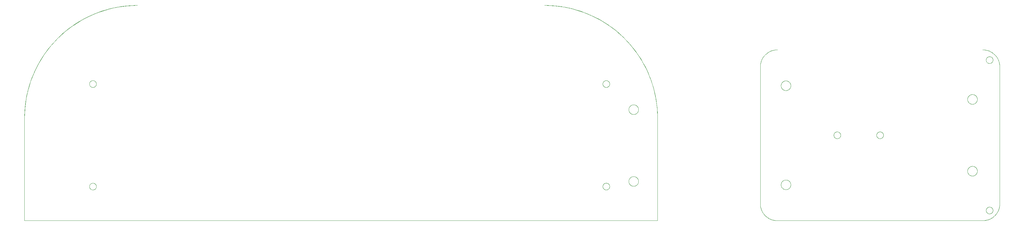
<source format=gko>
%MOIN*%
%OFA0B0*%
%FSLAX44Y44*%
%IPPOS*%
%LPD*%
%ADD10C,0*%
D10*
X00072817Y00009448D02*
X00072817Y00009448D01*
X00072851Y00009448D01*
X00072886Y00009451D01*
X00072901Y00009454D01*
X00072901Y00009454D01*
X00072903Y00009454D01*
X00072919Y00009457D01*
X00072938Y00009462D01*
X00072939Y00009463D01*
X00072940Y00009463D01*
X00072953Y00009466D01*
X00072985Y00009478D01*
X00073016Y00009492D01*
X00073046Y00009510D01*
X00073060Y00009520D01*
X00073061Y00009520D01*
X00073061Y00009520D01*
X00073074Y00009529D01*
X00073100Y00009551D01*
X00073125Y00009576D01*
X00073147Y00009602D01*
X00073156Y00009615D01*
X00073156Y00009615D01*
X00073157Y00009616D01*
X00073167Y00009630D01*
X00073184Y00009660D01*
X00073198Y00009691D01*
X00073210Y00009724D01*
X00073214Y00009737D01*
X00073214Y00009737D01*
X00073214Y00009738D01*
X00073219Y00009757D01*
X00073222Y00009773D01*
X00073222Y00009775D01*
X00073222Y00009776D01*
X00073225Y00009791D01*
X00073228Y00009825D01*
X00073228Y00009859D01*
X00073225Y00009893D01*
X00073222Y00009909D01*
X00073222Y00009909D01*
X00073222Y00009911D01*
X00073219Y00009927D01*
X00073214Y00009946D01*
X00073214Y00009947D01*
X00073214Y00009947D01*
X00073210Y00009961D01*
X00073198Y00009993D01*
X00073184Y00010024D01*
X00073167Y00010054D01*
X00073157Y00010068D01*
X00073156Y00010069D01*
X00073156Y00010069D01*
X00073147Y00010082D01*
X00073125Y00010108D01*
X00073100Y00010133D01*
X00073074Y00010155D01*
X00073061Y00010164D01*
X00073061Y00010164D01*
X00073060Y00010164D01*
X00073046Y00010174D01*
X00073016Y00010192D01*
X00072985Y00010206D01*
X00072953Y00010218D01*
X00072939Y00010221D01*
X00072939Y00010221D01*
X00072938Y00010222D01*
X00072919Y00010227D01*
X00072903Y00010230D01*
X00072901Y00010230D01*
X00072901Y00010230D01*
X00072886Y00010233D01*
X00072851Y00010236D01*
X00072834Y00010236D01*
X00072844Y00010236D01*
X00072853Y00010235D01*
X00072863Y00010235D01*
X00072873Y00010234D01*
X00072882Y00010233D01*
X00072892Y00010231D01*
X00072901Y00010230D01*
X00072903Y00010230D01*
X00072911Y00010228D01*
X00072920Y00010226D01*
X00072930Y00010224D01*
X00072938Y00010222D01*
X00072939Y00010221D01*
X00072948Y00010219D01*
X00072958Y00010216D01*
X00072967Y00010213D01*
X00072976Y00010209D01*
X00072985Y00010206D01*
X00072994Y00010202D01*
X00073002Y00010198D01*
X00073011Y00010194D01*
X00073020Y00010189D01*
X00073028Y00010185D01*
X00073037Y00010180D01*
X00073045Y00010175D01*
X00073053Y00010169D01*
X00073060Y00010164D01*
X00073061Y00010164D01*
X00073069Y00010158D01*
X00073076Y00010152D01*
X00073084Y00010146D01*
X00073091Y00010140D01*
X00073099Y00010134D01*
X00073106Y00010127D01*
X00073113Y00010120D01*
X00073119Y00010113D01*
X00073126Y00010106D01*
X00073132Y00010099D01*
X00073138Y00010092D01*
X00073144Y00010084D01*
X00073150Y00010077D01*
X00073156Y00010069D01*
X00073157Y00010068D01*
X00073162Y00010061D01*
X00073167Y00010053D01*
X00073172Y00010044D01*
X00073177Y00010036D01*
X00073181Y00010028D01*
X00073186Y00010019D01*
X00073190Y00010010D01*
X00073194Y00010002D01*
X00073198Y00009993D01*
X00073201Y00009984D01*
X00073205Y00009975D01*
X00073208Y00009966D01*
X00073211Y00009956D01*
X00073214Y00009947D01*
X00073214Y00009946D01*
X00073216Y00009938D01*
X00073218Y00009928D01*
X00073220Y00009919D01*
X00073222Y00009911D01*
X00073222Y00009909D01*
X00073224Y00009900D01*
X00073225Y00009890D01*
X00073226Y00009881D01*
X00073227Y00009871D01*
X00073227Y00009861D01*
X00073228Y00009852D01*
X00073228Y00009842D01*
X00073228Y00009832D01*
X00073227Y00009823D01*
X00073227Y00009813D01*
X00073226Y00009803D01*
X00073225Y00009794D01*
X00073224Y00009784D01*
X00073222Y00009776D01*
X00073222Y00009773D01*
X00073220Y00009765D01*
X00073218Y00009756D01*
X00073216Y00009746D01*
X00073214Y00009738D01*
X00073214Y00009737D01*
X00073211Y00009728D01*
X00073208Y00009719D01*
X00073205Y00009709D01*
X00073201Y00009700D01*
X00073198Y00009691D01*
X00073194Y00009682D01*
X00073190Y00009674D01*
X00073186Y00009665D01*
X00073181Y00009656D01*
X00073177Y00009648D01*
X00073172Y00009640D01*
X00073167Y00009631D01*
X00073162Y00009623D01*
X00073157Y00009616D01*
X00073156Y00009615D01*
X00073150Y00009607D01*
X00073144Y00009600D01*
X00073138Y00009592D01*
X00073132Y00009585D01*
X00073126Y00009578D01*
X00073119Y00009571D01*
X00073113Y00009564D01*
X00073106Y00009557D01*
X00073099Y00009550D01*
X00073091Y00009544D01*
X00073084Y00009538D01*
X00073076Y00009532D01*
X00073069Y00009526D01*
X00073061Y00009520D01*
X00073060Y00009520D01*
X00073053Y00009515D01*
X00073045Y00009509D01*
X00073037Y00009504D01*
X00073028Y00009499D01*
X00073020Y00009495D01*
X00073011Y00009490D01*
X00073002Y00009486D01*
X00072994Y00009482D01*
X00072985Y00009478D01*
X00072976Y00009475D01*
X00072967Y00009471D01*
X00072958Y00009468D01*
X00072948Y00009465D01*
X00072940Y00009463D01*
X00072938Y00009462D01*
X00072930Y00009460D01*
X00072920Y00009458D01*
X00072911Y00009456D01*
X00072903Y00009454D01*
X00072901Y00009454D01*
X00072892Y00009453D01*
X00072882Y00009451D01*
X00072873Y00009450D01*
X00072863Y00009449D01*
X00072853Y00009449D01*
X00072844Y00009448D01*
X00072834Y00009448D01*
X00072824Y00009448D01*
X00072815Y00009449D01*
X00072805Y00009449D01*
X00072796Y00009450D01*
X00072786Y00009451D01*
X00072776Y00009453D01*
X00072768Y00009454D01*
X00072765Y00009454D01*
X00072757Y00009456D01*
X00072748Y00009458D01*
X00072738Y00009460D01*
X00072731Y00009462D01*
X00072729Y00009463D01*
X00072720Y00009465D01*
X00072711Y00009468D01*
X00072702Y00009471D01*
X00072692Y00009475D01*
X00072683Y00009478D01*
X00072675Y00009482D01*
X00072666Y00009486D01*
X00072657Y00009490D01*
X00072649Y00009495D01*
X00072640Y00009499D01*
X00072632Y00009504D01*
X00072624Y00009509D01*
X00072615Y00009515D01*
X00072608Y00009520D01*
X00072607Y00009520D01*
X00072600Y00009526D01*
X00072592Y00009532D01*
X00072584Y00009538D01*
X00072577Y00009544D01*
X00072570Y00009550D01*
X00072563Y00009557D01*
X00072556Y00009564D01*
X00072549Y00009571D01*
X00072542Y00009578D01*
X00072536Y00009585D01*
X00072530Y00009592D01*
X00072524Y00009600D01*
X00072518Y00009607D01*
X00072513Y00009615D01*
X00072512Y00009616D01*
X00072507Y00009623D01*
X00072502Y00009631D01*
X00072496Y00009640D01*
X00072492Y00009648D01*
X00072487Y00009656D01*
X00072482Y00009665D01*
X00072478Y00009674D01*
X00072474Y00009682D01*
X00072470Y00009691D01*
X00072467Y00009700D01*
X00072463Y00009709D01*
X00072460Y00009719D01*
X00072457Y00009728D01*
X00072455Y00009737D01*
X00072454Y00009738D01*
X00072452Y00009746D01*
X00072450Y00009756D01*
X00072448Y00009765D01*
X00072447Y00009773D01*
X00072446Y00009776D01*
X00072445Y00009784D01*
X00072443Y00009794D01*
X00072442Y00009803D01*
X00072442Y00009813D01*
X00072441Y00009823D01*
X00072441Y00009832D01*
X00072440Y00009842D01*
X00072441Y00009852D01*
X00072441Y00009861D01*
X00072442Y00009871D01*
X00072442Y00009881D01*
X00072443Y00009890D01*
X00072445Y00009900D01*
X00072446Y00009909D01*
X00072446Y00009911D01*
X00072448Y00009919D01*
X00072450Y00009928D01*
X00072452Y00009938D01*
X00072454Y00009946D01*
X00072455Y00009947D01*
X00072457Y00009956D01*
X00072460Y00009966D01*
X00072463Y00009975D01*
X00072467Y00009984D01*
X00072470Y00009993D01*
X00072474Y00010002D01*
X00072478Y00010010D01*
X00072482Y00010019D01*
X00072487Y00010028D01*
X00072492Y00010036D01*
X00072496Y00010044D01*
X00072502Y00010053D01*
X00072507Y00010061D01*
X00072512Y00010068D01*
X00072513Y00010069D01*
X00072518Y00010077D01*
X00072524Y00010084D01*
X00072530Y00010092D01*
X00072536Y00010099D01*
X00072542Y00010106D01*
X00072549Y00010113D01*
X00072556Y00010120D01*
X00072563Y00010127D01*
X00072570Y00010134D01*
X00072577Y00010140D01*
X00072584Y00010146D01*
X00072592Y00010152D01*
X00072600Y00010158D01*
X00072607Y00010164D01*
X00072608Y00010164D01*
X00072615Y00010169D01*
X00072624Y00010175D01*
X00072632Y00010180D01*
X00072640Y00010185D01*
X00072649Y00010189D01*
X00072657Y00010194D01*
X00072666Y00010198D01*
X00072675Y00010202D01*
X00072683Y00010206D01*
X00072692Y00010209D01*
X00072702Y00010213D01*
X00072711Y00010216D01*
X00072720Y00010219D01*
X00072729Y00010221D01*
X00072730Y00010222D01*
X00072738Y00010224D01*
X00072748Y00010226D01*
X00072757Y00010228D01*
X00072765Y00010230D01*
X00072768Y00010230D01*
X00072776Y00010231D01*
X00072786Y00010233D01*
X00072796Y00010234D01*
X00072805Y00010235D01*
X00072815Y00010235D01*
X00072824Y00010236D01*
X00072834Y00010236D01*
X00072817Y00010236D01*
X00072783Y00010233D01*
X00072768Y00010230D01*
X00072767Y00010230D01*
X00072765Y00010230D01*
X00072749Y00010227D01*
X00072730Y00010222D01*
X00072729Y00010221D01*
X00072729Y00010221D01*
X00072716Y00010218D01*
X00072683Y00010206D01*
X00072652Y00010192D01*
X00072622Y00010174D01*
X00072608Y00010164D01*
X00072607Y00010164D01*
X00072607Y00010164D01*
X00072594Y00010155D01*
X00072568Y00010133D01*
X00072544Y00010108D01*
X00072522Y00010082D01*
X00072513Y00010069D01*
X00072512Y00010069D01*
X00072512Y00010068D01*
X00072502Y00010054D01*
X00072485Y00010024D01*
X00072470Y00009993D01*
X00072458Y00009961D01*
X00072455Y00009947D01*
X00072455Y00009947D01*
X00072454Y00009946D01*
X00072449Y00009927D01*
X00072446Y00009911D01*
X00072446Y00009909D01*
X00072446Y00009909D01*
X00072443Y00009893D01*
X00072440Y00009859D01*
X00072440Y00009825D01*
X00072443Y00009791D01*
X00072446Y00009776D01*
X00072446Y00009775D01*
X00072447Y00009773D01*
X00072449Y00009757D01*
X00072454Y00009738D01*
X00072455Y00009737D01*
X00072455Y00009737D01*
X00072458Y00009724D01*
X00072470Y00009691D01*
X00072485Y00009660D01*
X00072502Y00009630D01*
X00072512Y00009616D01*
X00072512Y00009615D01*
X00072513Y00009615D01*
X00072522Y00009602D01*
X00072544Y00009576D01*
X00072568Y00009551D01*
X00072594Y00009529D01*
X00072607Y00009520D01*
X00072607Y00009520D01*
X00072608Y00009520D01*
X00072622Y00009510D01*
X00072652Y00009492D01*
X00072683Y00009478D01*
X00072716Y00009466D01*
X00072729Y00009463D01*
X00072729Y00009463D01*
X00072731Y00009462D01*
X00072749Y00009457D01*
X00072765Y00009454D01*
X00072767Y00009454D01*
X00072768Y00009454D01*
X00072783Y00009451D01*
X00072817Y00009448D01*
X00013762Y00009448D02*
X00013762Y00009448D01*
X00013796Y00009448D01*
X00013830Y00009451D01*
X00013846Y00009454D01*
X00013846Y00009454D01*
X00013848Y00009454D01*
X00013864Y00009457D01*
X00013882Y00009462D01*
X00013884Y00009463D01*
X00013884Y00009463D01*
X00013898Y00009466D01*
X00013930Y00009478D01*
X00013961Y00009492D01*
X00013991Y00009510D01*
X00014005Y00009520D01*
X00014006Y00009520D01*
X00014006Y00009520D01*
X00014019Y00009529D01*
X00014045Y00009551D01*
X00014070Y00009576D01*
X00014092Y00009602D01*
X00014101Y00009615D01*
X00014101Y00009615D01*
X00014101Y00009616D01*
X00014111Y00009630D01*
X00014129Y00009660D01*
X00014143Y00009691D01*
X00014155Y00009724D01*
X00014158Y00009737D01*
X00014158Y00009737D01*
X00014159Y00009738D01*
X00014164Y00009757D01*
X00014167Y00009773D01*
X00014167Y00009775D01*
X00014167Y00009776D01*
X00014170Y00009791D01*
X00014173Y00009825D01*
X00014173Y00009859D01*
X00014170Y00009893D01*
X00014167Y00009909D01*
X00014167Y00009909D01*
X00014167Y00009911D01*
X00014164Y00009927D01*
X00014159Y00009946D01*
X00014158Y00009947D01*
X00014158Y00009947D01*
X00014155Y00009961D01*
X00014143Y00009993D01*
X00014129Y00010024D01*
X00014111Y00010054D01*
X00014101Y00010068D01*
X00014101Y00010069D01*
X00014101Y00010069D01*
X00014092Y00010082D01*
X00014070Y00010108D01*
X00014045Y00010133D01*
X00014019Y00010155D01*
X00014006Y00010164D01*
X00014006Y00010164D01*
X00014005Y00010164D01*
X00013991Y00010174D01*
X00013961Y00010192D01*
X00013930Y00010206D01*
X00013898Y00010218D01*
X00013884Y00010221D01*
X00013884Y00010221D01*
X00013883Y00010222D01*
X00013864Y00010227D01*
X00013848Y00010230D01*
X00013846Y00010230D01*
X00013846Y00010230D01*
X00013830Y00010233D01*
X00013796Y00010236D01*
X00013779Y00010236D01*
X00013789Y00010236D01*
X00013798Y00010235D01*
X00013808Y00010235D01*
X00013818Y00010234D01*
X00013827Y00010233D01*
X00013837Y00010231D01*
X00013846Y00010230D01*
X00013848Y00010230D01*
X00013856Y00010228D01*
X00013865Y00010226D01*
X00013875Y00010224D01*
X00013883Y00010222D01*
X00013884Y00010221D01*
X00013893Y00010219D01*
X00013903Y00010216D01*
X00013912Y00010213D01*
X00013921Y00010209D01*
X00013930Y00010206D01*
X00013939Y00010202D01*
X00013947Y00010198D01*
X00013956Y00010194D01*
X00013965Y00010189D01*
X00013973Y00010185D01*
X00013981Y00010180D01*
X00013990Y00010175D01*
X00013998Y00010169D01*
X00014005Y00010164D01*
X00014006Y00010164D01*
X00014014Y00010158D01*
X00014021Y00010152D01*
X00014029Y00010146D01*
X00014036Y00010140D01*
X00014043Y00010134D01*
X00014050Y00010127D01*
X00014057Y00010120D01*
X00014064Y00010113D01*
X00014071Y00010106D01*
X00014077Y00010099D01*
X00014083Y00010092D01*
X00014089Y00010084D01*
X00014095Y00010077D01*
X00014101Y00010069D01*
X00014101Y00010068D01*
X00014106Y00010061D01*
X00014112Y00010053D01*
X00014117Y00010044D01*
X00014122Y00010036D01*
X00014126Y00010028D01*
X00014131Y00010019D01*
X00014135Y00010010D01*
X00014139Y00010002D01*
X00014143Y00009993D01*
X00014146Y00009984D01*
X00014150Y00009975D01*
X00014153Y00009966D01*
X00014156Y00009956D01*
X00014158Y00009947D01*
X00014159Y00009946D01*
X00014161Y00009938D01*
X00014163Y00009928D01*
X00014165Y00009919D01*
X00014167Y00009911D01*
X00014167Y00009909D01*
X00014168Y00009900D01*
X00014170Y00009890D01*
X00014171Y00009881D01*
X00014172Y00009871D01*
X00014172Y00009861D01*
X00014173Y00009852D01*
X00014173Y00009842D01*
X00014173Y00009832D01*
X00014172Y00009823D01*
X00014172Y00009813D01*
X00014171Y00009803D01*
X00014170Y00009794D01*
X00014168Y00009784D01*
X00014167Y00009776D01*
X00014167Y00009773D01*
X00014165Y00009765D01*
X00014163Y00009756D01*
X00014161Y00009746D01*
X00014159Y00009738D01*
X00014158Y00009737D01*
X00014156Y00009728D01*
X00014153Y00009719D01*
X00014150Y00009709D01*
X00014146Y00009700D01*
X00014143Y00009691D01*
X00014139Y00009682D01*
X00014135Y00009674D01*
X00014131Y00009665D01*
X00014126Y00009656D01*
X00014122Y00009648D01*
X00014117Y00009640D01*
X00014112Y00009631D01*
X00014106Y00009623D01*
X00014101Y00009616D01*
X00014101Y00009615D01*
X00014095Y00009607D01*
X00014089Y00009600D01*
X00014083Y00009592D01*
X00014077Y00009585D01*
X00014071Y00009578D01*
X00014064Y00009571D01*
X00014057Y00009564D01*
X00014050Y00009557D01*
X00014043Y00009550D01*
X00014036Y00009544D01*
X00014029Y00009538D01*
X00014021Y00009532D01*
X00014014Y00009526D01*
X00014006Y00009520D01*
X00014005Y00009520D01*
X00013998Y00009515D01*
X00013990Y00009509D01*
X00013981Y00009504D01*
X00013973Y00009499D01*
X00013965Y00009495D01*
X00013956Y00009490D01*
X00013947Y00009486D01*
X00013939Y00009482D01*
X00013930Y00009478D01*
X00013921Y00009475D01*
X00013912Y00009471D01*
X00013903Y00009468D01*
X00013893Y00009465D01*
X00013884Y00009463D01*
X00013882Y00009462D01*
X00013875Y00009460D01*
X00013865Y00009458D01*
X00013856Y00009456D01*
X00013848Y00009454D01*
X00013846Y00009454D01*
X00013837Y00009453D01*
X00013827Y00009451D01*
X00013818Y00009450D01*
X00013808Y00009449D01*
X00013798Y00009449D01*
X00013789Y00009448D01*
X00013779Y00009448D01*
X00013769Y00009448D01*
X00013760Y00009449D01*
X00013750Y00009449D01*
X00013740Y00009450D01*
X00013731Y00009451D01*
X00013721Y00009453D01*
X00013713Y00009454D01*
X00013710Y00009454D01*
X00013702Y00009456D01*
X00013693Y00009458D01*
X00013683Y00009460D01*
X00013676Y00009462D01*
X00013674Y00009463D01*
X00013665Y00009465D01*
X00013656Y00009468D01*
X00013646Y00009471D01*
X00013637Y00009475D01*
X00013628Y00009478D01*
X00013620Y00009482D01*
X00013611Y00009486D01*
X00013602Y00009490D01*
X00013593Y00009495D01*
X00013585Y00009499D01*
X00013577Y00009504D01*
X00013568Y00009509D01*
X00013560Y00009515D01*
X00013553Y00009520D01*
X00013552Y00009520D01*
X00013545Y00009526D01*
X00013537Y00009532D01*
X00013529Y00009538D01*
X00013522Y00009544D01*
X00013515Y00009550D01*
X00013508Y00009557D01*
X00013501Y00009564D01*
X00013494Y00009571D01*
X00013487Y00009578D01*
X00013481Y00009585D01*
X00013475Y00009592D01*
X00013469Y00009600D01*
X00013463Y00009607D01*
X00013457Y00009615D01*
X00013457Y00009616D01*
X00013452Y00009623D01*
X00013446Y00009631D01*
X00013441Y00009640D01*
X00013436Y00009648D01*
X00013432Y00009656D01*
X00013427Y00009665D01*
X00013423Y00009674D01*
X00013419Y00009682D01*
X00013415Y00009691D01*
X00013412Y00009700D01*
X00013408Y00009709D01*
X00013405Y00009719D01*
X00013402Y00009728D01*
X00013400Y00009737D01*
X00013399Y00009738D01*
X00013397Y00009746D01*
X00013395Y00009756D01*
X00013393Y00009765D01*
X00013391Y00009773D01*
X00013391Y00009776D01*
X00013390Y00009784D01*
X00013388Y00009794D01*
X00013387Y00009803D01*
X00013386Y00009813D01*
X00013386Y00009823D01*
X00013385Y00009832D01*
X00013385Y00009842D01*
X00013385Y00009852D01*
X00013386Y00009861D01*
X00013386Y00009871D01*
X00013387Y00009881D01*
X00013388Y00009890D01*
X00013390Y00009900D01*
X00013391Y00009909D01*
X00013391Y00009911D01*
X00013393Y00009919D01*
X00013395Y00009928D01*
X00013397Y00009938D01*
X00013399Y00009946D01*
X00013400Y00009947D01*
X00013402Y00009956D01*
X00013405Y00009966D01*
X00013408Y00009975D01*
X00013412Y00009984D01*
X00013415Y00009993D01*
X00013419Y00010002D01*
X00013423Y00010010D01*
X00013427Y00010019D01*
X00013432Y00010028D01*
X00013436Y00010036D01*
X00013441Y00010044D01*
X00013446Y00010053D01*
X00013452Y00010061D01*
X00013457Y00010068D01*
X00013457Y00010069D01*
X00013463Y00010077D01*
X00013469Y00010084D01*
X00013475Y00010092D01*
X00013481Y00010099D01*
X00013487Y00010106D01*
X00013494Y00010113D01*
X00013501Y00010120D01*
X00013508Y00010127D01*
X00013515Y00010134D01*
X00013522Y00010140D01*
X00013529Y00010146D01*
X00013537Y00010152D01*
X00013545Y00010158D01*
X00013552Y00010164D01*
X00013553Y00010164D01*
X00013560Y00010169D01*
X00013568Y00010175D01*
X00013577Y00010180D01*
X00013585Y00010185D01*
X00013593Y00010189D01*
X00013602Y00010194D01*
X00013611Y00010198D01*
X00013620Y00010202D01*
X00013628Y00010206D01*
X00013637Y00010209D01*
X00013646Y00010213D01*
X00013656Y00010216D01*
X00013665Y00010219D01*
X00013674Y00010221D01*
X00013675Y00010222D01*
X00013683Y00010224D01*
X00013693Y00010226D01*
X00013702Y00010228D01*
X00013710Y00010230D01*
X00013713Y00010230D01*
X00013721Y00010231D01*
X00013731Y00010233D01*
X00013740Y00010234D01*
X00013750Y00010235D01*
X00013760Y00010235D01*
X00013769Y00010236D01*
X00013779Y00010236D01*
X00013762Y00010236D01*
X00013728Y00010233D01*
X00013713Y00010230D01*
X00013712Y00010230D01*
X00013710Y00010230D01*
X00013694Y00010227D01*
X00013675Y00010222D01*
X00013674Y00010221D01*
X00013674Y00010221D01*
X00013661Y00010218D01*
X00013628Y00010206D01*
X00013597Y00010192D01*
X00013567Y00010174D01*
X00013553Y00010164D01*
X00013552Y00010164D01*
X00013552Y00010164D01*
X00013539Y00010155D01*
X00013513Y00010133D01*
X00013488Y00010108D01*
X00013466Y00010082D01*
X00013457Y00010069D01*
X00013457Y00010069D01*
X00013457Y00010068D01*
X00013447Y00010054D01*
X00013429Y00010024D01*
X00013415Y00009993D01*
X00013403Y00009961D01*
X00013400Y00009947D01*
X00013400Y00009947D01*
X00013399Y00009946D01*
X00013394Y00009927D01*
X00013391Y00009911D01*
X00013391Y00009909D01*
X00013391Y00009909D01*
X00013388Y00009893D01*
X00013385Y00009859D01*
X00013385Y00009825D01*
X00013388Y00009791D01*
X00013391Y00009776D01*
X00013391Y00009775D01*
X00013391Y00009773D01*
X00013394Y00009757D01*
X00013399Y00009738D01*
X00013400Y00009737D01*
X00013400Y00009737D01*
X00013403Y00009724D01*
X00013415Y00009691D01*
X00013429Y00009660D01*
X00013447Y00009630D01*
X00013457Y00009616D01*
X00013457Y00009615D01*
X00013457Y00009615D01*
X00013466Y00009602D01*
X00013488Y00009576D01*
X00013513Y00009551D01*
X00013539Y00009529D01*
X00013552Y00009520D01*
X00013552Y00009520D01*
X00013553Y00009520D01*
X00013567Y00009510D01*
X00013597Y00009492D01*
X00013628Y00009478D01*
X00013661Y00009466D01*
X00013674Y00009463D01*
X00013674Y00009463D01*
X00013676Y00009462D01*
X00013694Y00009457D01*
X00013710Y00009454D01*
X00013712Y00009454D01*
X00013713Y00009454D01*
X00013728Y00009451D01*
X00013762Y00009448D01*
X00076004Y00009872D02*
X00076004Y00009872D01*
X00076044Y00009874D01*
X00076083Y00009880D01*
X00076123Y00009889D01*
X00076161Y00009900D01*
X00076199Y00009914D01*
X00076235Y00009931D01*
X00076270Y00009950D01*
X00076304Y00009971D01*
X00076318Y00009982D01*
X00076318Y00009982D01*
X00076319Y00009982D01*
X00076336Y00009995D01*
X00076350Y00010008D01*
X00076350Y00010008D01*
X00076351Y00010008D01*
X00076366Y00010022D01*
X00076395Y00010050D01*
X00076408Y00010066D01*
X00076409Y00010066D01*
X00076409Y00010066D01*
X00076421Y00010080D01*
X00076434Y00010098D01*
X00076434Y00010098D01*
X00076435Y00010099D01*
X00076445Y00010112D01*
X00076467Y00010146D01*
X00076486Y00010181D01*
X00076502Y00010218D01*
X00076516Y00010255D01*
X00076528Y00010294D01*
X00076536Y00010333D01*
X00076542Y00010373D01*
X00076545Y00010413D01*
X00076545Y00010453D01*
X00076542Y00010493D01*
X00076536Y00010532D01*
X00076528Y00010571D01*
X00076516Y00010610D01*
X00076502Y00010647D01*
X00076486Y00010684D01*
X00076467Y00010719D01*
X00076445Y00010753D01*
X00076435Y00010766D01*
X00076434Y00010767D01*
X00076434Y00010767D01*
X00076421Y00010785D01*
X00076409Y00010799D01*
X00076409Y00010799D01*
X00076408Y00010799D01*
X00076395Y00010815D01*
X00076366Y00010843D01*
X00076351Y00010857D01*
X00076350Y00010857D01*
X00076350Y00010858D01*
X00076336Y00010870D01*
X00076319Y00010883D01*
X00076318Y00010883D01*
X00076318Y00010883D01*
X00076304Y00010894D01*
X00076270Y00010915D01*
X00076235Y00010935D01*
X00076199Y00010951D01*
X00076161Y00010965D01*
X00076123Y00010977D01*
X00076083Y00010985D01*
X00076044Y00010991D01*
X00076004Y00010994D01*
X00075984Y00010994D01*
X00075998Y00010993D01*
X00076011Y00010993D01*
X00076025Y00010992D01*
X00076039Y00010991D01*
X00076052Y00010989D01*
X00076066Y00010988D01*
X00076080Y00010985D01*
X00076093Y00010983D01*
X00076107Y00010980D01*
X00076120Y00010977D01*
X00076133Y00010973D01*
X00076147Y00010969D01*
X00076160Y00010965D01*
X00076173Y00010961D01*
X00076186Y00010956D01*
X00076198Y00010951D01*
X00076211Y00010945D01*
X00076224Y00010940D01*
X00076236Y00010934D01*
X00076248Y00010927D01*
X00076260Y00010921D01*
X00076272Y00010914D01*
X00076284Y00010907D01*
X00076295Y00010899D01*
X00076307Y00010891D01*
X00076318Y00010883D01*
X00076319Y00010883D01*
X00076329Y00010875D01*
X00076340Y00010866D01*
X00076350Y00010858D01*
X00076351Y00010857D01*
X00076361Y00010848D01*
X00076371Y00010839D01*
X00076380Y00010829D01*
X00076390Y00010819D01*
X00076399Y00010809D01*
X00076408Y00010799D01*
X00076409Y00010799D01*
X00076417Y00010788D01*
X00076426Y00010778D01*
X00076434Y00010767D01*
X00076435Y00010766D01*
X00076442Y00010756D01*
X00076450Y00010744D01*
X00076458Y00010733D01*
X00076465Y00010721D01*
X00076472Y00010709D01*
X00076479Y00010697D01*
X00076485Y00010685D01*
X00076491Y00010672D01*
X00076497Y00010660D01*
X00076502Y00010647D01*
X00076507Y00010635D01*
X00076512Y00010622D01*
X00076516Y00010609D01*
X00076521Y00010595D01*
X00076524Y00010582D01*
X00076528Y00010569D01*
X00076531Y00010555D01*
X00076534Y00010542D01*
X00076537Y00010528D01*
X00076539Y00010515D01*
X00076541Y00010501D01*
X00076542Y00010488D01*
X00076543Y00010474D01*
X00076544Y00010460D01*
X00076545Y00010446D01*
X00076545Y00010433D01*
X00076545Y00010419D01*
X00076544Y00010405D01*
X00076543Y00010391D01*
X00076542Y00010378D01*
X00076541Y00010364D01*
X00076539Y00010350D01*
X00076537Y00010337D01*
X00076534Y00010323D01*
X00076531Y00010310D01*
X00076528Y00010296D01*
X00076524Y00010283D01*
X00076521Y00010270D01*
X00076516Y00010257D01*
X00076512Y00010244D01*
X00076507Y00010231D01*
X00076502Y00010218D01*
X00076497Y00010205D01*
X00076491Y00010193D01*
X00076485Y00010180D01*
X00076479Y00010168D01*
X00076472Y00010156D01*
X00076465Y00010144D01*
X00076458Y00010132D01*
X00076450Y00010121D01*
X00076442Y00010110D01*
X00076435Y00010099D01*
X00076434Y00010098D01*
X00076426Y00010087D01*
X00076417Y00010077D01*
X00076409Y00010066D01*
X00076408Y00010066D01*
X00076399Y00010056D01*
X00076390Y00010046D01*
X00076380Y00010036D01*
X00076371Y00010026D01*
X00076361Y00010017D01*
X00076351Y00010008D01*
X00076350Y00010008D01*
X00076340Y00009999D01*
X00076329Y00009990D01*
X00076319Y00009982D01*
X00076318Y00009982D01*
X00076307Y00009974D01*
X00076295Y00009966D01*
X00076284Y00009959D01*
X00076272Y00009951D01*
X00076260Y00009944D01*
X00076248Y00009938D01*
X00076236Y00009931D01*
X00076224Y00009925D01*
X00076211Y00009920D01*
X00076198Y00009914D01*
X00076186Y00009909D01*
X00076173Y00009904D01*
X00076160Y00009900D01*
X00076147Y00009896D01*
X00076133Y00009892D01*
X00076120Y00009888D01*
X00076107Y00009885D01*
X00076093Y00009882D01*
X00076080Y00009880D01*
X00076066Y00009878D01*
X00076052Y00009876D01*
X00076039Y00009874D01*
X00076025Y00009873D01*
X00076011Y00009872D01*
X00075998Y00009872D01*
X00075984Y00009872D01*
X00075970Y00009872D01*
X00075956Y00009872D01*
X00075942Y00009873D01*
X00075929Y00009874D01*
X00075915Y00009876D01*
X00075901Y00009878D01*
X00075888Y00009880D01*
X00075874Y00009882D01*
X00075861Y00009885D01*
X00075847Y00009888D01*
X00075834Y00009892D01*
X00075821Y00009896D01*
X00075808Y00009900D01*
X00075795Y00009904D01*
X00075782Y00009909D01*
X00075769Y00009914D01*
X00075756Y00009920D01*
X00075744Y00009925D01*
X00075732Y00009931D01*
X00075719Y00009938D01*
X00075707Y00009944D01*
X00075695Y00009951D01*
X00075684Y00009959D01*
X00075672Y00009966D01*
X00075661Y00009974D01*
X00075650Y00009982D01*
X00075649Y00009982D01*
X00075639Y00009990D01*
X00075628Y00009999D01*
X00075618Y00010008D01*
X00075617Y00010008D01*
X00075607Y00010017D01*
X00075597Y00010026D01*
X00075587Y00010036D01*
X00075577Y00010046D01*
X00075568Y00010056D01*
X00075559Y00010066D01*
X00075559Y00010066D01*
X00075550Y00010077D01*
X00075541Y00010087D01*
X00075534Y00010098D01*
X00075533Y00010099D01*
X00075525Y00010110D01*
X00075517Y00010121D01*
X00075510Y00010132D01*
X00075503Y00010144D01*
X00075496Y00010156D01*
X00075489Y00010168D01*
X00075483Y00010180D01*
X00075477Y00010193D01*
X00075471Y00010205D01*
X00075465Y00010218D01*
X00075460Y00010231D01*
X00075456Y00010244D01*
X00075451Y00010257D01*
X00075447Y00010270D01*
X00075443Y00010283D01*
X00075440Y00010296D01*
X00075436Y00010310D01*
X00075434Y00010323D01*
X00075431Y00010337D01*
X00075429Y00010350D01*
X00075427Y00010364D01*
X00075425Y00010378D01*
X00075424Y00010391D01*
X00075423Y00010405D01*
X00075423Y00010419D01*
X00075423Y00010433D01*
X00075423Y00010446D01*
X00075423Y00010460D01*
X00075424Y00010474D01*
X00075425Y00010488D01*
X00075427Y00010501D01*
X00075429Y00010515D01*
X00075431Y00010528D01*
X00075434Y00010542D01*
X00075436Y00010555D01*
X00075440Y00010569D01*
X00075443Y00010582D01*
X00075447Y00010595D01*
X00075451Y00010609D01*
X00075456Y00010622D01*
X00075460Y00010635D01*
X00075465Y00010647D01*
X00075471Y00010660D01*
X00075477Y00010672D01*
X00075483Y00010685D01*
X00075489Y00010697D01*
X00075496Y00010709D01*
X00075503Y00010721D01*
X00075510Y00010733D01*
X00075517Y00010744D01*
X00075525Y00010756D01*
X00075533Y00010766D01*
X00075534Y00010767D01*
X00075541Y00010778D01*
X00075550Y00010788D01*
X00075559Y00010799D01*
X00075559Y00010799D01*
X00075568Y00010809D01*
X00075577Y00010819D01*
X00075587Y00010829D01*
X00075597Y00010839D01*
X00075607Y00010848D01*
X00075617Y00010857D01*
X00075617Y00010858D01*
X00075628Y00010866D01*
X00075639Y00010875D01*
X00075649Y00010883D01*
X00075650Y00010883D01*
X00075661Y00010891D01*
X00075672Y00010899D01*
X00075684Y00010907D01*
X00075695Y00010914D01*
X00075707Y00010921D01*
X00075719Y00010927D01*
X00075732Y00010934D01*
X00075744Y00010940D01*
X00075756Y00010945D01*
X00075769Y00010951D01*
X00075782Y00010956D01*
X00075795Y00010961D01*
X00075808Y00010965D01*
X00075821Y00010969D01*
X00075834Y00010973D01*
X00075847Y00010977D01*
X00075861Y00010980D01*
X00075874Y00010983D01*
X00075888Y00010985D01*
X00075901Y00010988D01*
X00075915Y00010989D01*
X00075929Y00010991D01*
X00075942Y00010992D01*
X00075956Y00010993D01*
X00075970Y00010993D01*
X00075984Y00010994D01*
X00075964Y00010994D01*
X00075924Y00010991D01*
X00075884Y00010985D01*
X00075845Y00010977D01*
X00075806Y00010965D01*
X00075769Y00010951D01*
X00075732Y00010935D01*
X00075697Y00010915D01*
X00075664Y00010894D01*
X00075650Y00010883D01*
X00075650Y00010883D01*
X00075649Y00010883D01*
X00075632Y00010870D01*
X00075617Y00010858D01*
X00075617Y00010857D01*
X00075617Y00010857D01*
X00075601Y00010843D01*
X00075573Y00010815D01*
X00075559Y00010799D01*
X00075559Y00010799D01*
X00075559Y00010799D01*
X00075547Y00010785D01*
X00075534Y00010767D01*
X00075533Y00010767D01*
X00075533Y00010766D01*
X00075523Y00010753D01*
X00075501Y00010719D01*
X00075482Y00010684D01*
X00075465Y00010647D01*
X00075451Y00010610D01*
X00075440Y00010571D01*
X00075431Y00010532D01*
X00075426Y00010493D01*
X00075423Y00010453D01*
X00075423Y00010413D01*
X00075426Y00010373D01*
X00075431Y00010333D01*
X00075440Y00010294D01*
X00075451Y00010255D01*
X00075465Y00010218D01*
X00075482Y00010181D01*
X00075501Y00010146D01*
X00075523Y00010112D01*
X00075533Y00010099D01*
X00075533Y00010098D01*
X00075534Y00010098D01*
X00075547Y00010080D01*
X00075559Y00010066D01*
X00075559Y00010066D01*
X00075559Y00010066D01*
X00075573Y00010050D01*
X00075601Y00010022D01*
X00075617Y00010008D01*
X00075617Y00010008D01*
X00075618Y00010008D01*
X00075632Y00009995D01*
X00075649Y00009982D01*
X00075650Y00009982D01*
X00075650Y00009982D01*
X00075664Y00009971D01*
X00075697Y00009950D01*
X00075732Y00009931D01*
X00075769Y00009914D01*
X00075806Y00009900D01*
X00075845Y00009889D01*
X00075884Y00009880D01*
X00075924Y00009874D01*
X00075964Y00009872D01*
X00076004Y00009872D01*
X00076004Y00018139D02*
X00076004Y00018139D01*
X00076044Y00018142D01*
X00076083Y00018148D01*
X00076123Y00018156D01*
X00076161Y00018168D01*
X00076199Y00018182D01*
X00076235Y00018198D01*
X00076270Y00018217D01*
X00076304Y00018239D01*
X00076318Y00018249D01*
X00076318Y00018250D01*
X00076319Y00018250D01*
X00076336Y00018263D01*
X00076350Y00018275D01*
X00076350Y00018275D01*
X00076351Y00018276D01*
X00076366Y00018289D01*
X00076395Y00018318D01*
X00076408Y00018334D01*
X00076409Y00018334D01*
X00076409Y00018334D01*
X00076421Y00018348D01*
X00076434Y00018366D01*
X00076434Y00018366D01*
X00076435Y00018366D01*
X00076445Y00018380D01*
X00076467Y00018414D01*
X00076486Y00018449D01*
X00076502Y00018485D01*
X00076516Y00018523D01*
X00076528Y00018561D01*
X00076536Y00018601D01*
X00076542Y00018640D01*
X00076545Y00018680D01*
X00076545Y00018720D01*
X00076542Y00018760D01*
X00076536Y00018800D01*
X00076528Y00018839D01*
X00076516Y00018878D01*
X00076502Y00018915D01*
X00076486Y00018952D01*
X00076467Y00018987D01*
X00076445Y00019020D01*
X00076435Y00019034D01*
X00076434Y00019034D01*
X00076434Y00019035D01*
X00076421Y00019053D01*
X00076409Y00019067D01*
X00076409Y00019067D01*
X00076408Y00019067D01*
X00076395Y00019083D01*
X00076366Y00019111D01*
X00076351Y00019125D01*
X00076350Y00019125D01*
X00076350Y00019125D01*
X00076336Y00019137D01*
X00076318Y00019151D01*
X00076318Y00019151D01*
X00076318Y00019151D01*
X00076304Y00019161D01*
X00076270Y00019183D01*
X00076235Y00019202D01*
X00076199Y00019219D01*
X00076161Y00019233D01*
X00076123Y00019244D01*
X00076083Y00019253D01*
X00076044Y00019258D01*
X00076004Y00019261D01*
X00075984Y00019261D01*
X00075998Y00019261D01*
X00076011Y00019261D01*
X00076025Y00019260D01*
X00076039Y00019259D01*
X00076052Y00019257D01*
X00076066Y00019255D01*
X00076080Y00019253D01*
X00076093Y00019251D01*
X00076107Y00019248D01*
X00076120Y00019245D01*
X00076133Y00019241D01*
X00076147Y00019237D01*
X00076160Y00019233D01*
X00076173Y00019229D01*
X00076186Y00019224D01*
X00076198Y00019219D01*
X00076211Y00019213D01*
X00076224Y00019207D01*
X00076236Y00019201D01*
X00076248Y00019195D01*
X00076260Y00019188D01*
X00076272Y00019182D01*
X00076284Y00019174D01*
X00076295Y00019167D01*
X00076307Y00019159D01*
X00076318Y00019151D01*
X00076318Y00019151D01*
X00076329Y00019143D01*
X00076340Y00019134D01*
X00076350Y00019125D01*
X00076351Y00019125D01*
X00076361Y00019116D01*
X00076371Y00019107D01*
X00076380Y00019097D01*
X00076390Y00019087D01*
X00076399Y00019077D01*
X00076408Y00019067D01*
X00076409Y00019067D01*
X00076417Y00019056D01*
X00076426Y00019045D01*
X00076434Y00019035D01*
X00076435Y00019034D01*
X00076442Y00019023D01*
X00076450Y00019012D01*
X00076458Y00019000D01*
X00076465Y00018989D01*
X00076472Y00018977D01*
X00076479Y00018965D01*
X00076485Y00018953D01*
X00076491Y00018940D01*
X00076497Y00018928D01*
X00076502Y00018915D01*
X00076507Y00018902D01*
X00076512Y00018889D01*
X00076516Y00018876D01*
X00076521Y00018863D01*
X00076524Y00018850D01*
X00076528Y00018837D01*
X00076531Y00018823D01*
X00076534Y00018810D01*
X00076537Y00018796D01*
X00076539Y00018783D01*
X00076541Y00018769D01*
X00076542Y00018755D01*
X00076543Y00018742D01*
X00076544Y00018728D01*
X00076545Y00018714D01*
X00076545Y00018700D01*
X00076545Y00018687D01*
X00076544Y00018673D01*
X00076543Y00018659D01*
X00076542Y00018645D01*
X00076541Y00018632D01*
X00076539Y00018618D01*
X00076537Y00018604D01*
X00076534Y00018591D01*
X00076531Y00018577D01*
X00076528Y00018564D01*
X00076524Y00018551D01*
X00076521Y00018537D01*
X00076516Y00018524D01*
X00076512Y00018511D01*
X00076507Y00018498D01*
X00076502Y00018486D01*
X00076497Y00018473D01*
X00076491Y00018460D01*
X00076485Y00018448D01*
X00076479Y00018436D01*
X00076472Y00018424D01*
X00076465Y00018412D01*
X00076458Y00018400D01*
X00076450Y00018389D01*
X00076442Y00018377D01*
X00076435Y00018366D01*
X00076434Y00018366D01*
X00076426Y00018355D01*
X00076417Y00018344D01*
X00076409Y00018334D01*
X00076408Y00018334D01*
X00076399Y00018324D01*
X00076390Y00018313D01*
X00076380Y00018304D01*
X00076371Y00018294D01*
X00076361Y00018285D01*
X00076351Y00018276D01*
X00076350Y00018275D01*
X00076340Y00018267D01*
X00076329Y00018258D01*
X00076319Y00018250D01*
X00076318Y00018249D01*
X00076307Y00018242D01*
X00076295Y00018234D01*
X00076284Y00018226D01*
X00076272Y00018219D01*
X00076260Y00018212D01*
X00076248Y00018206D01*
X00076236Y00018199D01*
X00076224Y00018193D01*
X00076211Y00018187D01*
X00076198Y00018182D01*
X00076186Y00018177D01*
X00076173Y00018172D01*
X00076160Y00018168D01*
X00076147Y00018163D01*
X00076133Y00018160D01*
X00076120Y00018156D01*
X00076107Y00018153D01*
X00076093Y00018150D01*
X00076080Y00018148D01*
X00076066Y00018145D01*
X00076052Y00018143D01*
X00076039Y00018142D01*
X00076025Y00018141D01*
X00076011Y00018140D01*
X00075998Y00018139D01*
X00075984Y00018139D01*
X00075970Y00018139D01*
X00075956Y00018140D01*
X00075942Y00018141D01*
X00075929Y00018142D01*
X00075915Y00018143D01*
X00075901Y00018145D01*
X00075888Y00018148D01*
X00075874Y00018150D01*
X00075861Y00018153D01*
X00075847Y00018156D01*
X00075834Y00018160D01*
X00075821Y00018163D01*
X00075808Y00018168D01*
X00075795Y00018172D01*
X00075782Y00018177D01*
X00075769Y00018182D01*
X00075756Y00018187D01*
X00075744Y00018193D01*
X00075732Y00018199D01*
X00075719Y00018206D01*
X00075707Y00018212D01*
X00075695Y00018219D01*
X00075684Y00018226D01*
X00075672Y00018234D01*
X00075661Y00018242D01*
X00075650Y00018249D01*
X00075649Y00018250D01*
X00075639Y00018258D01*
X00075628Y00018267D01*
X00075617Y00018275D01*
X00075617Y00018276D01*
X00075607Y00018285D01*
X00075597Y00018294D01*
X00075587Y00018304D01*
X00075577Y00018313D01*
X00075568Y00018324D01*
X00075559Y00018334D01*
X00075559Y00018334D01*
X00075550Y00018344D01*
X00075541Y00018355D01*
X00075534Y00018366D01*
X00075533Y00018366D01*
X00075525Y00018377D01*
X00075517Y00018389D01*
X00075510Y00018400D01*
X00075503Y00018412D01*
X00075496Y00018424D01*
X00075489Y00018436D01*
X00075483Y00018448D01*
X00075477Y00018460D01*
X00075471Y00018473D01*
X00075465Y00018486D01*
X00075460Y00018498D01*
X00075456Y00018511D01*
X00075451Y00018524D01*
X00075447Y00018537D01*
X00075443Y00018551D01*
X00075440Y00018564D01*
X00075436Y00018577D01*
X00075434Y00018591D01*
X00075431Y00018604D01*
X00075429Y00018618D01*
X00075427Y00018632D01*
X00075425Y00018645D01*
X00075424Y00018659D01*
X00075423Y00018673D01*
X00075423Y00018687D01*
X00075423Y00018700D01*
X00075423Y00018714D01*
X00075423Y00018728D01*
X00075424Y00018742D01*
X00075425Y00018755D01*
X00075427Y00018769D01*
X00075429Y00018783D01*
X00075431Y00018796D01*
X00075434Y00018810D01*
X00075436Y00018823D01*
X00075440Y00018837D01*
X00075443Y00018850D01*
X00075447Y00018863D01*
X00075451Y00018876D01*
X00075456Y00018889D01*
X00075460Y00018902D01*
X00075465Y00018915D01*
X00075471Y00018928D01*
X00075477Y00018940D01*
X00075483Y00018953D01*
X00075489Y00018965D01*
X00075496Y00018977D01*
X00075503Y00018989D01*
X00075510Y00019000D01*
X00075517Y00019012D01*
X00075525Y00019023D01*
X00075533Y00019034D01*
X00075534Y00019035D01*
X00075541Y00019045D01*
X00075550Y00019056D01*
X00075559Y00019067D01*
X00075559Y00019067D01*
X00075568Y00019077D01*
X00075577Y00019087D01*
X00075587Y00019097D01*
X00075597Y00019107D01*
X00075607Y00019116D01*
X00075617Y00019125D01*
X00075617Y00019125D01*
X00075628Y00019134D01*
X00075639Y00019143D01*
X00075649Y00019151D01*
X00075650Y00019151D01*
X00075661Y00019159D01*
X00075672Y00019167D01*
X00075684Y00019174D01*
X00075695Y00019182D01*
X00075707Y00019188D01*
X00075719Y00019195D01*
X00075732Y00019201D01*
X00075744Y00019207D01*
X00075756Y00019213D01*
X00075769Y00019219D01*
X00075782Y00019224D01*
X00075795Y00019229D01*
X00075808Y00019233D01*
X00075821Y00019237D01*
X00075834Y00019241D01*
X00075847Y00019245D01*
X00075861Y00019248D01*
X00075874Y00019251D01*
X00075888Y00019253D01*
X00075901Y00019255D01*
X00075915Y00019257D01*
X00075929Y00019259D01*
X00075942Y00019260D01*
X00075956Y00019261D01*
X00075970Y00019261D01*
X00075984Y00019261D01*
X00075964Y00019261D01*
X00075924Y00019258D01*
X00075884Y00019253D01*
X00075845Y00019244D01*
X00075806Y00019233D01*
X00075769Y00019219D01*
X00075732Y00019202D01*
X00075697Y00019183D01*
X00075664Y00019161D01*
X00075650Y00019151D01*
X00075650Y00019151D01*
X00075649Y00019151D01*
X00075632Y00019137D01*
X00075617Y00019125D01*
X00075617Y00019125D01*
X00075617Y00019125D01*
X00075601Y00019111D01*
X00075573Y00019083D01*
X00075559Y00019067D01*
X00075559Y00019067D01*
X00075559Y00019067D01*
X00075547Y00019053D01*
X00075534Y00019035D01*
X00075533Y00019034D01*
X00075533Y00019034D01*
X00075523Y00019020D01*
X00075501Y00018987D01*
X00075482Y00018952D01*
X00075465Y00018915D01*
X00075451Y00018878D01*
X00075440Y00018839D01*
X00075431Y00018800D01*
X00075426Y00018760D01*
X00075423Y00018720D01*
X00075423Y00018680D01*
X00075426Y00018640D01*
X00075431Y00018601D01*
X00075440Y00018561D01*
X00075451Y00018523D01*
X00075465Y00018485D01*
X00075482Y00018449D01*
X00075501Y00018414D01*
X00075523Y00018380D01*
X00075533Y00018366D01*
X00075533Y00018366D01*
X00075534Y00018366D01*
X00075547Y00018348D01*
X00075559Y00018334D01*
X00075559Y00018334D01*
X00075559Y00018334D01*
X00075573Y00018318D01*
X00075601Y00018289D01*
X00075617Y00018276D01*
X00075617Y00018275D01*
X00075617Y00018275D01*
X00075632Y00018263D01*
X00075649Y00018250D01*
X00075650Y00018250D01*
X00075650Y00018249D01*
X00075664Y00018239D01*
X00075697Y00018217D01*
X00075732Y00018198D01*
X00075769Y00018182D01*
X00075806Y00018168D01*
X00075845Y00018156D01*
X00075884Y00018148D01*
X00075924Y00018142D01*
X00075964Y00018139D01*
X00076004Y00018139D01*
X00072817Y00021259D02*
X00072817Y00021259D01*
X00072851Y00021259D01*
X00072886Y00021262D01*
X00072901Y00021265D01*
X00072901Y00021265D01*
X00072902Y00021265D01*
X00072919Y00021268D01*
X00072938Y00021273D01*
X00072939Y00021274D01*
X00072939Y00021274D01*
X00072953Y00021277D01*
X00072985Y00021289D01*
X00073016Y00021303D01*
X00073046Y00021321D01*
X00073060Y00021331D01*
X00073061Y00021331D01*
X00073061Y00021331D01*
X00073074Y00021340D01*
X00073100Y00021362D01*
X00073125Y00021387D01*
X00073147Y00021413D01*
X00073156Y00021426D01*
X00073156Y00021426D01*
X00073157Y00021427D01*
X00073167Y00021441D01*
X00073184Y00021471D01*
X00073198Y00021502D01*
X00073210Y00021535D01*
X00073214Y00021548D01*
X00073214Y00021548D01*
X00073214Y00021549D01*
X00073219Y00021568D01*
X00073222Y00021584D01*
X00073222Y00021586D01*
X00073222Y00021587D01*
X00073225Y00021602D01*
X00073228Y00021636D01*
X00073228Y00021670D01*
X00073225Y00021704D01*
X00073222Y00021720D01*
X00073222Y00021720D01*
X00073222Y00021722D01*
X00073219Y00021738D01*
X00073214Y00021757D01*
X00073214Y00021758D01*
X00073214Y00021758D01*
X00073210Y00021772D01*
X00073198Y00021804D01*
X00073184Y00021835D01*
X00073167Y00021865D01*
X00073157Y00021879D01*
X00073156Y00021880D01*
X00073156Y00021880D01*
X00073147Y00021893D01*
X00073125Y00021919D01*
X00073100Y00021944D01*
X00073074Y00021966D01*
X00073061Y00021975D01*
X00073061Y00021975D01*
X00073060Y00021976D01*
X00073046Y00021985D01*
X00073016Y00022003D01*
X00072985Y00022017D01*
X00072953Y00022029D01*
X00072939Y00022032D01*
X00072939Y00022032D01*
X00072938Y00022033D01*
X00072919Y00022038D01*
X00072903Y00022041D01*
X00072901Y00022041D01*
X00072901Y00022041D01*
X00072886Y00022044D01*
X00072851Y00022047D01*
X00072834Y00022047D01*
X00072844Y00022047D01*
X00072853Y00022046D01*
X00072863Y00022046D01*
X00072873Y00022045D01*
X00072882Y00022044D01*
X00072892Y00022042D01*
X00072901Y00022041D01*
X00072903Y00022041D01*
X00072911Y00022039D01*
X00072920Y00022037D01*
X00072930Y00022035D01*
X00072938Y00022033D01*
X00072939Y00022032D01*
X00072948Y00022030D01*
X00072958Y00022027D01*
X00072967Y00022024D01*
X00072976Y00022020D01*
X00072985Y00022017D01*
X00072994Y00022013D01*
X00073002Y00022009D01*
X00073011Y00022005D01*
X00073020Y00022000D01*
X00073028Y00021996D01*
X00073037Y00021991D01*
X00073045Y00021986D01*
X00073053Y00021980D01*
X00073060Y00021976D01*
X00073061Y00021975D01*
X00073069Y00021969D01*
X00073076Y00021963D01*
X00073084Y00021957D01*
X00073091Y00021951D01*
X00073099Y00021945D01*
X00073106Y00021938D01*
X00073113Y00021931D01*
X00073119Y00021924D01*
X00073126Y00021917D01*
X00073132Y00021910D01*
X00073138Y00021903D01*
X00073144Y00021895D01*
X00073150Y00021888D01*
X00073156Y00021880D01*
X00073157Y00021879D01*
X00073162Y00021872D01*
X00073167Y00021864D01*
X00073172Y00021855D01*
X00073177Y00021847D01*
X00073181Y00021839D01*
X00073186Y00021830D01*
X00073190Y00021821D01*
X00073194Y00021813D01*
X00073198Y00021804D01*
X00073201Y00021795D01*
X00073205Y00021786D01*
X00073208Y00021777D01*
X00073211Y00021767D01*
X00073214Y00021758D01*
X00073214Y00021757D01*
X00073216Y00021749D01*
X00073218Y00021739D01*
X00073220Y00021730D01*
X00073222Y00021722D01*
X00073222Y00021720D01*
X00073224Y00021711D01*
X00073225Y00021701D01*
X00073226Y00021692D01*
X00073227Y00021682D01*
X00073227Y00021672D01*
X00073228Y00021663D01*
X00073228Y00021653D01*
X00073228Y00021643D01*
X00073227Y00021634D01*
X00073227Y00021624D01*
X00073226Y00021614D01*
X00073225Y00021605D01*
X00073224Y00021595D01*
X00073222Y00021587D01*
X00073222Y00021584D01*
X00073220Y00021576D01*
X00073218Y00021567D01*
X00073216Y00021557D01*
X00073214Y00021549D01*
X00073214Y00021548D01*
X00073211Y00021539D01*
X00073208Y00021530D01*
X00073205Y00021520D01*
X00073201Y00021511D01*
X00073198Y00021502D01*
X00073194Y00021494D01*
X00073190Y00021485D01*
X00073186Y00021476D01*
X00073181Y00021467D01*
X00073177Y00021459D01*
X00073172Y00021451D01*
X00073167Y00021442D01*
X00073162Y00021434D01*
X00073157Y00021427D01*
X00073156Y00021426D01*
X00073150Y00021419D01*
X00073144Y00021411D01*
X00073138Y00021403D01*
X00073132Y00021396D01*
X00073126Y00021389D01*
X00073119Y00021382D01*
X00073113Y00021375D01*
X00073106Y00021368D01*
X00073099Y00021361D01*
X00073091Y00021355D01*
X00073084Y00021349D01*
X00073076Y00021343D01*
X00073069Y00021337D01*
X00073061Y00021331D01*
X00073060Y00021331D01*
X00073053Y00021326D01*
X00073045Y00021320D01*
X00073037Y00021315D01*
X00073028Y00021310D01*
X00073020Y00021306D01*
X00073011Y00021301D01*
X00073002Y00021297D01*
X00072994Y00021293D01*
X00072985Y00021289D01*
X00072976Y00021286D01*
X00072967Y00021282D01*
X00072958Y00021279D01*
X00072948Y00021276D01*
X00072939Y00021274D01*
X00072938Y00021273D01*
X00072930Y00021271D01*
X00072920Y00021269D01*
X00072911Y00021267D01*
X00072902Y00021265D01*
X00072901Y00021265D01*
X00072892Y00021264D01*
X00072882Y00021262D01*
X00072873Y00021261D01*
X00072863Y00021260D01*
X00072853Y00021260D01*
X00072844Y00021259D01*
X00072834Y00021259D01*
X00072824Y00021259D01*
X00072815Y00021260D01*
X00072805Y00021260D01*
X00072796Y00021261D01*
X00072786Y00021262D01*
X00072776Y00021264D01*
X00072768Y00021265D01*
X00072766Y00021265D01*
X00072757Y00021267D01*
X00072748Y00021269D01*
X00072738Y00021271D01*
X00072730Y00021273D01*
X00072729Y00021274D01*
X00072720Y00021276D01*
X00072711Y00021279D01*
X00072702Y00021282D01*
X00072692Y00021286D01*
X00072683Y00021289D01*
X00072675Y00021293D01*
X00072666Y00021297D01*
X00072657Y00021301D01*
X00072649Y00021306D01*
X00072640Y00021310D01*
X00072632Y00021315D01*
X00072624Y00021320D01*
X00072615Y00021326D01*
X00072608Y00021331D01*
X00072607Y00021331D01*
X00072600Y00021337D01*
X00072592Y00021343D01*
X00072584Y00021349D01*
X00072577Y00021355D01*
X00072570Y00021361D01*
X00072563Y00021368D01*
X00072556Y00021375D01*
X00072549Y00021382D01*
X00072542Y00021389D01*
X00072536Y00021396D01*
X00072530Y00021403D01*
X00072524Y00021411D01*
X00072518Y00021419D01*
X00072513Y00021426D01*
X00072512Y00021427D01*
X00072507Y00021434D01*
X00072502Y00021442D01*
X00072496Y00021451D01*
X00072492Y00021459D01*
X00072487Y00021467D01*
X00072482Y00021476D01*
X00072478Y00021485D01*
X00072474Y00021494D01*
X00072470Y00021502D01*
X00072467Y00021511D01*
X00072463Y00021520D01*
X00072460Y00021530D01*
X00072457Y00021539D01*
X00072455Y00021548D01*
X00072454Y00021549D01*
X00072452Y00021557D01*
X00072450Y00021567D01*
X00072448Y00021576D01*
X00072447Y00021584D01*
X00072446Y00021587D01*
X00072445Y00021595D01*
X00072443Y00021605D01*
X00072442Y00021614D01*
X00072442Y00021624D01*
X00072441Y00021634D01*
X00072441Y00021643D01*
X00072440Y00021653D01*
X00072441Y00021663D01*
X00072441Y00021672D01*
X00072442Y00021682D01*
X00072442Y00021692D01*
X00072443Y00021701D01*
X00072445Y00021711D01*
X00072446Y00021720D01*
X00072446Y00021722D01*
X00072448Y00021730D01*
X00072450Y00021739D01*
X00072452Y00021749D01*
X00072454Y00021757D01*
X00072455Y00021758D01*
X00072457Y00021767D01*
X00072460Y00021777D01*
X00072463Y00021786D01*
X00072467Y00021795D01*
X00072470Y00021804D01*
X00072474Y00021813D01*
X00072478Y00021821D01*
X00072482Y00021830D01*
X00072487Y00021839D01*
X00072492Y00021847D01*
X00072496Y00021855D01*
X00072502Y00021864D01*
X00072507Y00021872D01*
X00072512Y00021879D01*
X00072513Y00021880D01*
X00072518Y00021888D01*
X00072524Y00021895D01*
X00072530Y00021903D01*
X00072536Y00021910D01*
X00072542Y00021917D01*
X00072549Y00021924D01*
X00072556Y00021931D01*
X00072563Y00021938D01*
X00072570Y00021945D01*
X00072577Y00021951D01*
X00072584Y00021957D01*
X00072592Y00021963D01*
X00072600Y00021969D01*
X00072607Y00021975D01*
X00072608Y00021976D01*
X00072615Y00021980D01*
X00072624Y00021986D01*
X00072632Y00021991D01*
X00072640Y00021996D01*
X00072649Y00022000D01*
X00072657Y00022005D01*
X00072666Y00022009D01*
X00072675Y00022013D01*
X00072683Y00022017D01*
X00072692Y00022020D01*
X00072702Y00022024D01*
X00072711Y00022027D01*
X00072720Y00022030D01*
X00072729Y00022032D01*
X00072730Y00022033D01*
X00072738Y00022035D01*
X00072748Y00022037D01*
X00072757Y00022039D01*
X00072765Y00022041D01*
X00072768Y00022041D01*
X00072776Y00022042D01*
X00072786Y00022044D01*
X00072796Y00022045D01*
X00072805Y00022046D01*
X00072815Y00022046D01*
X00072824Y00022047D01*
X00072834Y00022047D01*
X00072817Y00022047D01*
X00072783Y00022044D01*
X00072768Y00022041D01*
X00072767Y00022041D01*
X00072765Y00022041D01*
X00072749Y00022038D01*
X00072730Y00022033D01*
X00072729Y00022032D01*
X00072729Y00022032D01*
X00072716Y00022029D01*
X00072683Y00022017D01*
X00072652Y00022003D01*
X00072622Y00021985D01*
X00072608Y00021976D01*
X00072607Y00021975D01*
X00072607Y00021975D01*
X00072594Y00021966D01*
X00072568Y00021944D01*
X00072544Y00021919D01*
X00072522Y00021893D01*
X00072513Y00021880D01*
X00072512Y00021880D01*
X00072512Y00021879D01*
X00072502Y00021865D01*
X00072485Y00021835D01*
X00072470Y00021804D01*
X00072458Y00021772D01*
X00072455Y00021758D01*
X00072455Y00021758D01*
X00072454Y00021757D01*
X00072449Y00021738D01*
X00072446Y00021722D01*
X00072446Y00021720D01*
X00072446Y00021720D01*
X00072443Y00021704D01*
X00072440Y00021670D01*
X00072440Y00021636D01*
X00072443Y00021602D01*
X00072446Y00021587D01*
X00072446Y00021586D01*
X00072447Y00021584D01*
X00072449Y00021568D01*
X00072454Y00021549D01*
X00072455Y00021548D01*
X00072455Y00021548D01*
X00072458Y00021535D01*
X00072470Y00021502D01*
X00072485Y00021471D01*
X00072502Y00021441D01*
X00072512Y00021427D01*
X00072512Y00021426D01*
X00072513Y00021426D01*
X00072522Y00021413D01*
X00072544Y00021387D01*
X00072568Y00021362D01*
X00072594Y00021340D01*
X00072607Y00021331D01*
X00072607Y00021331D01*
X00072608Y00021331D01*
X00072622Y00021321D01*
X00072652Y00021303D01*
X00072683Y00021289D01*
X00072716Y00021277D01*
X00072729Y00021274D01*
X00072729Y00021274D01*
X00072730Y00021273D01*
X00072749Y00021268D01*
X00072766Y00021265D01*
X00072767Y00021265D01*
X00072768Y00021265D01*
X00072783Y00021262D01*
X00072817Y00021259D01*
X00013762Y00021259D02*
X00013762Y00021259D01*
X00013796Y00021259D01*
X00013830Y00021262D01*
X00013846Y00021265D01*
X00013846Y00021265D01*
X00013847Y00021265D01*
X00013864Y00021268D01*
X00013883Y00021273D01*
X00013884Y00021274D01*
X00013884Y00021274D01*
X00013898Y00021277D01*
X00013930Y00021289D01*
X00013961Y00021303D01*
X00013991Y00021321D01*
X00014005Y00021331D01*
X00014006Y00021331D01*
X00014006Y00021331D01*
X00014019Y00021340D01*
X00014045Y00021362D01*
X00014070Y00021387D01*
X00014092Y00021413D01*
X00014101Y00021426D01*
X00014101Y00021426D01*
X00014101Y00021427D01*
X00014111Y00021441D01*
X00014129Y00021471D01*
X00014143Y00021502D01*
X00014155Y00021535D01*
X00014158Y00021548D01*
X00014158Y00021548D01*
X00014159Y00021549D01*
X00014164Y00021568D01*
X00014167Y00021584D01*
X00014167Y00021586D01*
X00014167Y00021587D01*
X00014170Y00021602D01*
X00014173Y00021636D01*
X00014173Y00021670D01*
X00014170Y00021704D01*
X00014167Y00021720D01*
X00014167Y00021720D01*
X00014167Y00021722D01*
X00014164Y00021738D01*
X00014159Y00021757D01*
X00014158Y00021758D01*
X00014158Y00021758D01*
X00014155Y00021772D01*
X00014143Y00021804D01*
X00014129Y00021835D01*
X00014111Y00021865D01*
X00014101Y00021879D01*
X00014101Y00021880D01*
X00014101Y00021880D01*
X00014092Y00021893D01*
X00014070Y00021919D01*
X00014045Y00021944D01*
X00014019Y00021966D01*
X00014006Y00021975D01*
X00014006Y00021975D01*
X00014005Y00021975D01*
X00013991Y00021985D01*
X00013961Y00022003D01*
X00013930Y00022017D01*
X00013898Y00022029D01*
X00013884Y00022032D01*
X00013884Y00022032D01*
X00013883Y00022033D01*
X00013864Y00022038D01*
X00013848Y00022041D01*
X00013846Y00022041D01*
X00013846Y00022041D01*
X00013830Y00022044D01*
X00013796Y00022047D01*
X00013779Y00022047D01*
X00013789Y00022047D01*
X00013798Y00022046D01*
X00013808Y00022046D01*
X00013818Y00022045D01*
X00013827Y00022044D01*
X00013837Y00022042D01*
X00013846Y00022041D01*
X00013848Y00022041D01*
X00013856Y00022039D01*
X00013865Y00022037D01*
X00013875Y00022035D01*
X00013883Y00022033D01*
X00013884Y00022032D01*
X00013893Y00022030D01*
X00013903Y00022027D01*
X00013912Y00022024D01*
X00013921Y00022020D01*
X00013930Y00022017D01*
X00013939Y00022013D01*
X00013947Y00022009D01*
X00013956Y00022005D01*
X00013965Y00022000D01*
X00013973Y00021996D01*
X00013981Y00021991D01*
X00013990Y00021986D01*
X00013998Y00021980D01*
X00014005Y00021975D01*
X00014006Y00021975D01*
X00014014Y00021969D01*
X00014021Y00021963D01*
X00014029Y00021957D01*
X00014036Y00021951D01*
X00014043Y00021945D01*
X00014050Y00021938D01*
X00014057Y00021931D01*
X00014064Y00021924D01*
X00014071Y00021917D01*
X00014077Y00021910D01*
X00014083Y00021903D01*
X00014089Y00021895D01*
X00014095Y00021888D01*
X00014101Y00021880D01*
X00014101Y00021879D01*
X00014106Y00021872D01*
X00014112Y00021864D01*
X00014117Y00021855D01*
X00014122Y00021847D01*
X00014126Y00021839D01*
X00014131Y00021830D01*
X00014135Y00021821D01*
X00014139Y00021813D01*
X00014143Y00021804D01*
X00014146Y00021795D01*
X00014150Y00021786D01*
X00014153Y00021777D01*
X00014156Y00021767D01*
X00014158Y00021758D01*
X00014159Y00021757D01*
X00014161Y00021749D01*
X00014163Y00021739D01*
X00014165Y00021730D01*
X00014167Y00021722D01*
X00014167Y00021720D01*
X00014168Y00021711D01*
X00014170Y00021701D01*
X00014171Y00021692D01*
X00014172Y00021682D01*
X00014172Y00021672D01*
X00014173Y00021663D01*
X00014173Y00021653D01*
X00014173Y00021643D01*
X00014172Y00021634D01*
X00014172Y00021624D01*
X00014171Y00021614D01*
X00014170Y00021605D01*
X00014168Y00021595D01*
X00014167Y00021587D01*
X00014167Y00021584D01*
X00014165Y00021576D01*
X00014163Y00021567D01*
X00014161Y00021557D01*
X00014159Y00021549D01*
X00014158Y00021548D01*
X00014156Y00021539D01*
X00014153Y00021530D01*
X00014150Y00021520D01*
X00014146Y00021511D01*
X00014143Y00021502D01*
X00014139Y00021494D01*
X00014135Y00021485D01*
X00014131Y00021476D01*
X00014126Y00021467D01*
X00014122Y00021459D01*
X00014117Y00021451D01*
X00014112Y00021442D01*
X00014106Y00021434D01*
X00014101Y00021427D01*
X00014101Y00021426D01*
X00014095Y00021419D01*
X00014089Y00021411D01*
X00014083Y00021403D01*
X00014077Y00021396D01*
X00014071Y00021389D01*
X00014064Y00021382D01*
X00014057Y00021375D01*
X00014050Y00021368D01*
X00014043Y00021361D01*
X00014036Y00021355D01*
X00014029Y00021349D01*
X00014021Y00021343D01*
X00014014Y00021337D01*
X00014006Y00021331D01*
X00014005Y00021331D01*
X00013998Y00021326D01*
X00013990Y00021320D01*
X00013981Y00021315D01*
X00013973Y00021310D01*
X00013965Y00021306D01*
X00013956Y00021301D01*
X00013947Y00021297D01*
X00013939Y00021293D01*
X00013930Y00021289D01*
X00013921Y00021286D01*
X00013912Y00021282D01*
X00013903Y00021279D01*
X00013893Y00021276D01*
X00013884Y00021274D01*
X00013883Y00021273D01*
X00013875Y00021271D01*
X00013865Y00021269D01*
X00013856Y00021267D01*
X00013847Y00021265D01*
X00013846Y00021265D01*
X00013837Y00021264D01*
X00013827Y00021262D01*
X00013818Y00021261D01*
X00013808Y00021260D01*
X00013798Y00021260D01*
X00013789Y00021259D01*
X00013779Y00021259D01*
X00013769Y00021259D01*
X00013760Y00021260D01*
X00013750Y00021260D01*
X00013740Y00021261D01*
X00013731Y00021262D01*
X00013721Y00021264D01*
X00013712Y00021265D01*
X00013711Y00021265D01*
X00013702Y00021267D01*
X00013693Y00021269D01*
X00013683Y00021271D01*
X00013675Y00021273D01*
X00013674Y00021274D01*
X00013665Y00021276D01*
X00013656Y00021279D01*
X00013646Y00021282D01*
X00013637Y00021286D01*
X00013628Y00021289D01*
X00013620Y00021293D01*
X00013611Y00021297D01*
X00013602Y00021301D01*
X00013593Y00021306D01*
X00013585Y00021310D01*
X00013577Y00021315D01*
X00013568Y00021320D01*
X00013560Y00021326D01*
X00013553Y00021331D01*
X00013552Y00021331D01*
X00013545Y00021337D01*
X00013537Y00021343D01*
X00013529Y00021349D01*
X00013522Y00021355D01*
X00013515Y00021361D01*
X00013508Y00021368D01*
X00013501Y00021375D01*
X00013494Y00021382D01*
X00013487Y00021389D01*
X00013481Y00021396D01*
X00013475Y00021403D01*
X00013469Y00021411D01*
X00013463Y00021419D01*
X00013457Y00021426D01*
X00013457Y00021427D01*
X00013452Y00021434D01*
X00013446Y00021442D01*
X00013441Y00021451D01*
X00013436Y00021459D01*
X00013432Y00021467D01*
X00013427Y00021476D01*
X00013423Y00021485D01*
X00013419Y00021494D01*
X00013415Y00021502D01*
X00013412Y00021511D01*
X00013408Y00021520D01*
X00013405Y00021530D01*
X00013402Y00021539D01*
X00013400Y00021548D01*
X00013399Y00021549D01*
X00013397Y00021557D01*
X00013395Y00021567D01*
X00013393Y00021576D01*
X00013391Y00021584D01*
X00013391Y00021587D01*
X00013390Y00021595D01*
X00013388Y00021605D01*
X00013387Y00021614D01*
X00013386Y00021624D01*
X00013386Y00021634D01*
X00013385Y00021643D01*
X00013385Y00021653D01*
X00013385Y00021663D01*
X00013386Y00021672D01*
X00013386Y00021682D01*
X00013387Y00021692D01*
X00013388Y00021701D01*
X00013390Y00021711D01*
X00013391Y00021720D01*
X00013391Y00021722D01*
X00013393Y00021730D01*
X00013395Y00021739D01*
X00013397Y00021749D01*
X00013399Y00021757D01*
X00013400Y00021758D01*
X00013402Y00021767D01*
X00013405Y00021777D01*
X00013408Y00021786D01*
X00013412Y00021795D01*
X00013415Y00021804D01*
X00013419Y00021813D01*
X00013423Y00021821D01*
X00013427Y00021830D01*
X00013432Y00021839D01*
X00013436Y00021847D01*
X00013441Y00021855D01*
X00013446Y00021864D01*
X00013452Y00021872D01*
X00013456Y00021879D01*
X00013458Y00021880D01*
X00013463Y00021888D01*
X00013469Y00021895D01*
X00013475Y00021903D01*
X00013481Y00021910D01*
X00013487Y00021917D01*
X00013494Y00021924D01*
X00013501Y00021931D01*
X00013508Y00021938D01*
X00013515Y00021945D01*
X00013522Y00021951D01*
X00013529Y00021957D01*
X00013537Y00021963D01*
X00013545Y00021969D01*
X00013552Y00021975D01*
X00013553Y00021976D01*
X00013560Y00021980D01*
X00013568Y00021986D01*
X00013577Y00021991D01*
X00013585Y00021996D01*
X00013593Y00022000D01*
X00013602Y00022005D01*
X00013611Y00022009D01*
X00013620Y00022013D01*
X00013628Y00022017D01*
X00013637Y00022020D01*
X00013646Y00022024D01*
X00013656Y00022027D01*
X00013665Y00022030D01*
X00013674Y00022032D01*
X00013675Y00022033D01*
X00013683Y00022035D01*
X00013693Y00022037D01*
X00013702Y00022039D01*
X00013710Y00022041D01*
X00013713Y00022041D01*
X00013721Y00022042D01*
X00013731Y00022044D01*
X00013740Y00022045D01*
X00013750Y00022046D01*
X00013760Y00022046D01*
X00013769Y00022047D01*
X00013779Y00022047D01*
X00013762Y00022047D01*
X00013728Y00022044D01*
X00013713Y00022041D01*
X00013712Y00022041D01*
X00013710Y00022041D01*
X00013694Y00022038D01*
X00013675Y00022033D01*
X00013674Y00022032D01*
X00013674Y00022032D01*
X00013661Y00022029D01*
X00013628Y00022017D01*
X00013597Y00022003D01*
X00013567Y00021985D01*
X00013553Y00021976D01*
X00013552Y00021975D01*
X00013552Y00021975D01*
X00013539Y00021966D01*
X00013513Y00021944D01*
X00013488Y00021919D01*
X00013466Y00021893D01*
X00013458Y00021880D01*
X00013457Y00021880D01*
X00013456Y00021879D01*
X00013447Y00021865D01*
X00013429Y00021835D01*
X00013415Y00021804D01*
X00013403Y00021772D01*
X00013400Y00021758D01*
X00013400Y00021758D01*
X00013399Y00021757D01*
X00013394Y00021738D01*
X00013391Y00021722D01*
X00013391Y00021720D01*
X00013391Y00021720D01*
X00013388Y00021704D01*
X00013385Y00021670D01*
X00013385Y00021636D01*
X00013388Y00021602D01*
X00013391Y00021587D01*
X00013391Y00021586D01*
X00013391Y00021584D01*
X00013394Y00021568D01*
X00013399Y00021549D01*
X00013400Y00021548D01*
X00013400Y00021548D01*
X00013403Y00021535D01*
X00013415Y00021502D01*
X00013429Y00021471D01*
X00013447Y00021441D01*
X00013457Y00021427D01*
X00013457Y00021426D01*
X00013457Y00021426D01*
X00013466Y00021413D01*
X00013488Y00021387D01*
X00013513Y00021362D01*
X00013539Y00021340D01*
X00013552Y00021331D01*
X00013552Y00021331D01*
X00013553Y00021331D01*
X00013567Y00021321D01*
X00013597Y00021303D01*
X00013628Y00021289D01*
X00013661Y00021277D01*
X00013674Y00021274D01*
X00013674Y00021274D01*
X00013675Y00021273D01*
X00013694Y00021268D01*
X00013711Y00021265D01*
X00013712Y00021265D01*
X00013712Y00021265D01*
X00013728Y00021262D01*
X00013762Y00021259D01*
X00018583Y00030704D02*
X00018583Y00030704D01*
X00018269Y00030693D01*
X00017956Y00030674D01*
X00017787Y00030660D01*
X00017765Y00030659D01*
X00017745Y00030656D01*
X00017643Y00030647D01*
X00017331Y00030613D01*
X00017020Y00030572D01*
X00016710Y00030523D01*
X00016654Y00030513D01*
X00016641Y00030511D01*
X00016624Y00030507D01*
X00016401Y00030466D01*
X00016094Y00030402D01*
X00015788Y00030331D01*
X00015549Y00030269D01*
X00015535Y00030265D01*
X00015525Y00030262D01*
X00015484Y00030252D01*
X00015182Y00030166D01*
X00014882Y00030072D01*
X00014585Y00029972D01*
X00014474Y00029931D01*
X00014454Y00029925D01*
X00014433Y00029916D01*
X00014290Y00029864D01*
X00013998Y00029749D01*
X00013709Y00029627D01*
X00013422Y00029498D01*
X00013410Y00029492D01*
X00013406Y00029491D01*
X00013401Y00029488D01*
X00013139Y00029363D01*
X00012859Y00029220D01*
X00012583Y00029071D01*
X00012420Y00028977D01*
X00012401Y00028968D01*
X00012386Y00028958D01*
X00012311Y00028915D01*
X00012042Y00028752D01*
X00011777Y00028584D01*
X00011517Y00028408D01*
X00011458Y00028367D01*
X00011445Y00028359D01*
X00011430Y00028347D01*
X00011261Y00028227D01*
X00011009Y00028039D01*
X00010762Y00027846D01*
X00010555Y00027676D01*
X00010546Y00027669D01*
X00010541Y00027664D01*
X00010519Y00027646D01*
X00010282Y00027441D01*
X00010049Y00027230D01*
X00009822Y00027013D01*
X00009726Y00026917D01*
X00009710Y00026903D01*
X00009696Y00026887D01*
X00009600Y00026791D01*
X00009383Y00026564D01*
X00009172Y00026331D01*
X00008967Y00026094D01*
X00008950Y00026073D01*
X00008945Y00026067D01*
X00008938Y00026058D01*
X00008767Y00025852D01*
X00008574Y00025604D01*
X00008386Y00025353D01*
X00008266Y00025183D01*
X00008255Y00025168D01*
X00008246Y00025155D01*
X00008205Y00025096D01*
X00008030Y00024836D01*
X00007861Y00024571D01*
X00007698Y00024303D01*
X00007655Y00024227D01*
X00007646Y00024212D01*
X00007636Y00024194D01*
X00007542Y00024030D01*
X00007393Y00023754D01*
X00007251Y00023474D01*
X00007125Y00023212D01*
X00007122Y00023207D01*
X00007121Y00023203D01*
X00007115Y00023191D01*
X00006986Y00022905D01*
X00006864Y00022615D01*
X00006749Y00022323D01*
X00006697Y00022180D01*
X00006689Y00022160D01*
X00006682Y00022139D01*
X00006642Y00022028D01*
X00006541Y00021731D01*
X00006447Y00021431D01*
X00006361Y00021129D01*
X00006351Y00021089D01*
X00006348Y00021079D01*
X00006344Y00021064D01*
X00006283Y00020825D01*
X00006211Y00020520D01*
X00006147Y00020212D01*
X00006106Y00019990D01*
X00006102Y00019972D01*
X00006101Y00019959D01*
X00006090Y00019903D01*
X00006041Y00019593D01*
X00006000Y00019282D01*
X00005966Y00018970D01*
X00005957Y00018868D01*
X00005954Y00018848D01*
X00005953Y00018826D01*
X00005939Y00018657D01*
X00005920Y00018344D01*
X00005909Y00018030D01*
X00005905Y00017716D01*
X00005905Y00005905D01*
X00078740Y00005905D01*
X00078740Y00017716D01*
X00078736Y00018030D01*
X00078725Y00018344D01*
X00078706Y00018657D01*
X00078691Y00018826D01*
X00078690Y00018848D01*
X00078688Y00018868D01*
X00078679Y00018970D01*
X00078645Y00019282D01*
X00078603Y00019593D01*
X00078554Y00019903D01*
X00078544Y00019959D01*
X00078542Y00019972D01*
X00078538Y00019990D01*
X00078498Y00020212D01*
X00078434Y00020520D01*
X00078362Y00020825D01*
X00078300Y00021064D01*
X00078297Y00021079D01*
X00078294Y00021089D01*
X00078283Y00021129D01*
X00078197Y00021431D01*
X00078104Y00021731D01*
X00078003Y00022028D01*
X00077963Y00022139D01*
X00077956Y00022160D01*
X00077947Y00022181D01*
X00077895Y00022323D01*
X00077781Y00022615D01*
X00077659Y00022905D01*
X00077530Y00023191D01*
X00077524Y00023203D01*
X00077522Y00023207D01*
X00077520Y00023212D01*
X00077394Y00023474D01*
X00077251Y00023754D01*
X00077102Y00024030D01*
X00077009Y00024194D01*
X00076999Y00024212D01*
X00076990Y00024227D01*
X00076946Y00024303D01*
X00076784Y00024571D01*
X00076615Y00024836D01*
X00076440Y00025096D01*
X00076398Y00025155D01*
X00076390Y00025168D01*
X00076378Y00025183D01*
X00076258Y00025353D01*
X00076071Y00025604D01*
X00075877Y00025852D01*
X00075707Y00026058D01*
X00075700Y00026067D01*
X00075695Y00026073D01*
X00075678Y00026094D01*
X00075472Y00026331D01*
X00075261Y00026564D01*
X00075045Y00026791D01*
X00074949Y00026887D01*
X00074934Y00026903D01*
X00074919Y00026917D01*
X00074823Y00027013D01*
X00074595Y00027230D01*
X00074363Y00027441D01*
X00074125Y00027646D01*
X00074104Y00027664D01*
X00074099Y00027669D01*
X00074090Y00027676D01*
X00073883Y00027846D01*
X00073636Y00028039D01*
X00073384Y00028227D01*
X00073215Y00028347D01*
X00073199Y00028359D01*
X00073187Y00028367D01*
X00073128Y00028408D01*
X00072867Y00028584D01*
X00072603Y00028752D01*
X00072334Y00028915D01*
X00072258Y00028958D01*
X00072244Y00028968D01*
X00072225Y00028977D01*
X00072062Y00029071D01*
X00071785Y00029220D01*
X00071506Y00029363D01*
X00071244Y00029488D01*
X00071238Y00029491D01*
X00071235Y00029492D01*
X00071222Y00029498D01*
X00070936Y00029627D01*
X00070647Y00029749D01*
X00070355Y00029864D01*
X00070212Y00029916D01*
X00070191Y00029925D01*
X00070171Y00029931D01*
X00070060Y00029972D01*
X00069762Y00030072D01*
X00069463Y00030166D01*
X00069161Y00030252D01*
X00069120Y00030262D01*
X00069110Y00030265D01*
X00069095Y00030269D01*
X00068857Y00030331D01*
X00068551Y00030402D01*
X00068244Y00030466D01*
X00068021Y00030507D01*
X00068004Y00030511D01*
X00067991Y00030513D01*
X00067935Y00030523D01*
X00067625Y00030572D01*
X00067314Y00030613D01*
X00067001Y00030647D01*
X00066899Y00030656D01*
X00066880Y00030659D01*
X00066858Y00030660D01*
X00066689Y00030674D01*
X00066375Y00030693D01*
X00066061Y00030704D01*
X00065748Y00030708D01*
X00066858Y00030660D01*
X00066899Y00030656D01*
X00067991Y00030513D01*
X00068021Y00030507D01*
X00069095Y00030269D01*
X00069120Y00030262D01*
X00070171Y00029931D01*
X00070212Y00029916D01*
X00071235Y00029492D01*
X00071244Y00029488D01*
X00072225Y00028977D01*
X00072258Y00028958D01*
X00073187Y00028367D01*
X00073215Y00028347D01*
X00074090Y00027676D01*
X00074104Y00027664D01*
X00074919Y00026917D01*
X00074949Y00026887D01*
X00075695Y00026073D01*
X00075707Y00026058D01*
X00076378Y00025183D01*
X00076398Y00025155D01*
X00076990Y00024227D01*
X00077009Y00024194D01*
X00077520Y00023212D01*
X00077524Y00023203D01*
X00077947Y00022181D01*
X00077963Y00022139D01*
X00078294Y00021089D01*
X00078300Y00021064D01*
X00078538Y00019990D01*
X00078544Y00019959D01*
X00078688Y00018868D01*
X00078691Y00018826D01*
X00078740Y00017716D01*
X00078740Y00005905D01*
X00005905Y00005905D01*
X00005905Y00017716D01*
X00005953Y00018826D01*
X00005957Y00018868D01*
X00006101Y00019959D01*
X00006106Y00019990D01*
X00006344Y00021064D01*
X00006351Y00021089D01*
X00006682Y00022139D01*
X00006697Y00022180D01*
X00007121Y00023203D01*
X00007125Y00023212D01*
X00007636Y00024194D01*
X00007655Y00024227D01*
X00008246Y00025155D01*
X00008266Y00025183D01*
X00008938Y00026058D01*
X00008950Y00026073D01*
X00009696Y00026887D01*
X00009726Y00026917D01*
X00010541Y00027664D01*
X00010555Y00027676D01*
X00011430Y00028347D01*
X00011458Y00028367D01*
X00012386Y00028958D01*
X00012420Y00028977D01*
X00013401Y00029488D01*
X00013410Y00029492D01*
X00014433Y00029916D01*
X00014474Y00029931D01*
X00015525Y00030262D01*
X00015549Y00030269D01*
X00016624Y00030507D01*
X00016654Y00030513D01*
X00017745Y00030656D01*
X00017787Y00030660D01*
X00018897Y00030708D01*
X00018583Y00030704D01*
X00116911Y00006692D02*
X00116911Y00006692D01*
X00116946Y00006692D01*
X00116980Y00006695D01*
X00116995Y00006698D01*
X00116996Y00006698D01*
X00116997Y00006698D01*
X00117014Y00006701D01*
X00117033Y00006706D01*
X00117034Y00006707D01*
X00117034Y00006707D01*
X00117047Y00006710D01*
X00117079Y00006722D01*
X00117111Y00006737D01*
X00117140Y00006754D01*
X00117154Y00006764D01*
X00117155Y00006764D01*
X00117156Y00006765D01*
X00117169Y00006773D01*
X00117195Y00006796D01*
X00117207Y00006808D01*
X00117207Y00006808D01*
X00117207Y00006808D01*
X00117219Y00006820D01*
X00117241Y00006846D01*
X00117250Y00006859D01*
X00117251Y00006859D01*
X00117251Y00006860D01*
X00117261Y00006874D01*
X00117278Y00006904D01*
X00117293Y00006935D01*
X00117304Y00006968D01*
X00117308Y00006981D01*
X00117308Y00006981D01*
X00117308Y00006982D01*
X00117313Y00007001D01*
X00117316Y00007018D01*
X00117317Y00007019D01*
X00117317Y00007020D01*
X00117319Y00007035D01*
X00117322Y00007069D01*
X00117322Y00007103D01*
X00117319Y00007138D01*
X00117317Y00007153D01*
X00117317Y00007153D01*
X00117316Y00007154D01*
X00117313Y00007171D01*
X00117308Y00007190D01*
X00117308Y00007191D01*
X00117308Y00007191D01*
X00117304Y00007205D01*
X00117293Y00007237D01*
X00117278Y00007268D01*
X00117261Y00007298D01*
X00117251Y00007312D01*
X00117251Y00007313D01*
X00117250Y00007313D01*
X00117241Y00007326D01*
X00117219Y00007352D01*
X00117195Y00007377D01*
X00117169Y00007399D01*
X00117156Y00007408D01*
X00117155Y00007408D01*
X00117154Y00007409D01*
X00117140Y00007418D01*
X00117111Y00007436D01*
X00117079Y00007450D01*
X00117047Y00007462D01*
X00117034Y00007465D01*
X00117034Y00007466D01*
X00117033Y00007466D01*
X00117014Y00007471D01*
X00116997Y00007474D01*
X00116996Y00007474D01*
X00116995Y00007474D01*
X00116980Y00007477D01*
X00116946Y00007480D01*
X00116929Y00007480D01*
X00116938Y00007480D01*
X00116948Y00007479D01*
X00116958Y00007479D01*
X00116967Y00007478D01*
X00116977Y00007477D01*
X00116986Y00007476D01*
X00116995Y00007474D01*
X00116997Y00007474D01*
X00117005Y00007472D01*
X00117015Y00007470D01*
X00117024Y00007468D01*
X00117033Y00007466D01*
X00117034Y00007465D01*
X00117043Y00007463D01*
X00117052Y00007460D01*
X00117061Y00007457D01*
X00117070Y00007453D01*
X00117079Y00007450D01*
X00117088Y00007446D01*
X00117097Y00007442D01*
X00117106Y00007438D01*
X00117114Y00007433D01*
X00117123Y00007429D01*
X00117131Y00007424D01*
X00117139Y00007419D01*
X00117147Y00007413D01*
X00117154Y00007409D01*
X00117156Y00007408D01*
X00117163Y00007402D01*
X00117171Y00007396D01*
X00117178Y00007390D01*
X00117186Y00007384D01*
X00117193Y00007378D01*
X00117200Y00007371D01*
X00117207Y00007364D01*
X00117214Y00007358D01*
X00117220Y00007351D01*
X00117227Y00007343D01*
X00117233Y00007336D01*
X00117239Y00007328D01*
X00117245Y00007321D01*
X00117250Y00007313D01*
X00117251Y00007312D01*
X00117256Y00007305D01*
X00117261Y00007297D01*
X00117266Y00007289D01*
X00117271Y00007280D01*
X00117276Y00007272D01*
X00117280Y00007263D01*
X00117285Y00007254D01*
X00117289Y00007246D01*
X00117292Y00007237D01*
X00117296Y00007228D01*
X00117299Y00007219D01*
X00117302Y00007210D01*
X00117305Y00007200D01*
X00117308Y00007191D01*
X00117308Y00007190D01*
X00117311Y00007182D01*
X00117313Y00007172D01*
X00117315Y00007163D01*
X00117316Y00007154D01*
X00117317Y00007153D01*
X00117318Y00007144D01*
X00117319Y00007134D01*
X00117320Y00007125D01*
X00117321Y00007115D01*
X00117322Y00007105D01*
X00117322Y00007096D01*
X00117322Y00007086D01*
X00117322Y00007076D01*
X00117322Y00007067D01*
X00117321Y00007057D01*
X00117320Y00007048D01*
X00117319Y00007038D01*
X00117318Y00007028D01*
X00117317Y00007020D01*
X00117316Y00007018D01*
X00117315Y00007009D01*
X00117313Y00007000D01*
X00117311Y00006990D01*
X00117308Y00006982D01*
X00117308Y00006981D01*
X00117305Y00006972D01*
X00117302Y00006963D01*
X00117299Y00006953D01*
X00117296Y00006944D01*
X00117292Y00006935D01*
X00117289Y00006927D01*
X00117285Y00006918D01*
X00117280Y00006909D01*
X00117276Y00006901D01*
X00117271Y00006892D01*
X00117266Y00006884D01*
X00117261Y00006875D01*
X00117256Y00006867D01*
X00117251Y00006860D01*
X00117250Y00006859D01*
X00117245Y00006852D01*
X00117239Y00006844D01*
X00117233Y00006836D01*
X00117227Y00006829D01*
X00117220Y00006822D01*
X00117214Y00006815D01*
X00117207Y00006808D01*
X00117207Y00006808D01*
X00117200Y00006801D01*
X00117193Y00006794D01*
X00117186Y00006788D01*
X00117178Y00006782D01*
X00117171Y00006776D01*
X00117163Y00006770D01*
X00117156Y00006765D01*
X00117154Y00006764D01*
X00117147Y00006759D01*
X00117139Y00006753D01*
X00117131Y00006748D01*
X00117123Y00006744D01*
X00117114Y00006739D01*
X00117106Y00006734D01*
X00117097Y00006730D01*
X00117088Y00006726D01*
X00117079Y00006722D01*
X00117070Y00006719D01*
X00117061Y00006715D01*
X00117052Y00006712D01*
X00117043Y00006709D01*
X00117034Y00006707D01*
X00117033Y00006706D01*
X00117024Y00006704D01*
X00117015Y00006702D01*
X00117005Y00006700D01*
X00116997Y00006698D01*
X00116995Y00006698D01*
X00116986Y00006697D01*
X00116977Y00006695D01*
X00116967Y00006694D01*
X00116958Y00006693D01*
X00116948Y00006693D01*
X00116938Y00006693D01*
X00116929Y00006692D01*
X00116919Y00006693D01*
X00116909Y00006693D01*
X00116900Y00006693D01*
X00116890Y00006694D01*
X00116880Y00006695D01*
X00116871Y00006697D01*
X00116862Y00006698D01*
X00116860Y00006699D01*
X00116852Y00006700D01*
X00116842Y00006702D01*
X00116833Y00006704D01*
X00116825Y00006706D01*
X00116823Y00006707D01*
X00116814Y00006709D01*
X00116805Y00006712D01*
X00116796Y00006715D01*
X00116787Y00006719D01*
X00116778Y00006722D01*
X00116769Y00006726D01*
X00116760Y00006730D01*
X00116752Y00006734D01*
X00116743Y00006739D01*
X00116735Y00006744D01*
X00116726Y00006748D01*
X00116718Y00006753D01*
X00116710Y00006759D01*
X00116703Y00006764D01*
X00116701Y00006765D01*
X00116694Y00006770D01*
X00116686Y00006776D01*
X00116679Y00006782D01*
X00116671Y00006788D01*
X00116664Y00006794D01*
X00116657Y00006801D01*
X00116650Y00006808D01*
X00116644Y00006815D01*
X00116637Y00006822D01*
X00116631Y00006829D01*
X00116624Y00006836D01*
X00116618Y00006844D01*
X00116612Y00006852D01*
X00116607Y00006859D01*
X00116606Y00006860D01*
X00116601Y00006867D01*
X00116596Y00006875D01*
X00116591Y00006884D01*
X00116586Y00006892D01*
X00116581Y00006901D01*
X00116577Y00006909D01*
X00116573Y00006918D01*
X00116569Y00006927D01*
X00116565Y00006935D01*
X00116561Y00006944D01*
X00116558Y00006953D01*
X00116555Y00006963D01*
X00116552Y00006972D01*
X00116549Y00006981D01*
X00116549Y00006983D01*
X00116547Y00006990D01*
X00116544Y00007000D01*
X00116542Y00007009D01*
X00116541Y00007017D01*
X00116541Y00007020D01*
X00116539Y00007028D01*
X00116538Y00007038D01*
X00116537Y00007048D01*
X00116536Y00007057D01*
X00116535Y00007067D01*
X00116535Y00007076D01*
X00116535Y00007086D01*
X00116535Y00007096D01*
X00116535Y00007105D01*
X00116536Y00007115D01*
X00116537Y00007125D01*
X00116538Y00007134D01*
X00116539Y00007144D01*
X00116541Y00007153D01*
X00116541Y00007155D01*
X00116542Y00007163D01*
X00116544Y00007172D01*
X00116547Y00007182D01*
X00116549Y00007190D01*
X00116549Y00007192D01*
X00116552Y00007200D01*
X00116555Y00007210D01*
X00116558Y00007219D01*
X00116561Y00007228D01*
X00116565Y00007237D01*
X00116569Y00007246D01*
X00116573Y00007254D01*
X00116577Y00007263D01*
X00116581Y00007272D01*
X00116586Y00007280D01*
X00116591Y00007289D01*
X00116596Y00007297D01*
X00116601Y00007305D01*
X00116606Y00007312D01*
X00116607Y00007313D01*
X00116612Y00007321D01*
X00116618Y00007328D01*
X00116624Y00007336D01*
X00116631Y00007343D01*
X00116637Y00007351D01*
X00116644Y00007358D01*
X00116650Y00007364D01*
X00116657Y00007371D01*
X00116664Y00007378D01*
X00116671Y00007384D01*
X00116679Y00007390D01*
X00116686Y00007396D01*
X00116694Y00007402D01*
X00116701Y00007408D01*
X00116703Y00007409D01*
X00116710Y00007413D01*
X00116718Y00007419D01*
X00116726Y00007424D01*
X00116735Y00007429D01*
X00116743Y00007433D01*
X00116752Y00007438D01*
X00116760Y00007442D01*
X00116769Y00007446D01*
X00116778Y00007450D01*
X00116787Y00007453D01*
X00116796Y00007457D01*
X00116805Y00007460D01*
X00116814Y00007463D01*
X00116823Y00007465D01*
X00116825Y00007466D01*
X00116833Y00007468D01*
X00116842Y00007470D01*
X00116852Y00007472D01*
X00116860Y00007474D01*
X00116862Y00007474D01*
X00116871Y00007476D01*
X00116880Y00007477D01*
X00116890Y00007478D01*
X00116900Y00007479D01*
X00116909Y00007479D01*
X00116919Y00007480D01*
X00116929Y00007480D01*
X00116911Y00007480D01*
X00116877Y00007477D01*
X00116862Y00007474D01*
X00116861Y00007474D01*
X00116860Y00007474D01*
X00116843Y00007471D01*
X00116825Y00007466D01*
X00116824Y00007466D01*
X00116823Y00007465D01*
X00116810Y00007462D01*
X00116778Y00007450D01*
X00116747Y00007436D01*
X00116717Y00007418D01*
X00116703Y00007409D01*
X00116702Y00007408D01*
X00116701Y00007408D01*
X00116689Y00007399D01*
X00116662Y00007377D01*
X00116638Y00007352D01*
X00116616Y00007326D01*
X00116607Y00007313D01*
X00116607Y00007313D01*
X00116606Y00007312D01*
X00116596Y00007298D01*
X00116579Y00007268D01*
X00116565Y00007237D01*
X00116553Y00007205D01*
X00116549Y00007192D01*
X00116549Y00007191D01*
X00116549Y00007190D01*
X00116544Y00007171D01*
X00116541Y00007155D01*
X00116541Y00007153D01*
X00116541Y00007153D01*
X00116538Y00007138D01*
X00116535Y00007103D01*
X00116535Y00007069D01*
X00116538Y00007035D01*
X00116541Y00007020D01*
X00116541Y00007019D01*
X00116541Y00007017D01*
X00116544Y00007001D01*
X00116549Y00006983D01*
X00116549Y00006981D01*
X00116549Y00006981D01*
X00116553Y00006968D01*
X00116565Y00006935D01*
X00116579Y00006904D01*
X00116596Y00006874D01*
X00116606Y00006860D01*
X00116607Y00006859D01*
X00116607Y00006859D01*
X00116616Y00006846D01*
X00116638Y00006820D01*
X00116662Y00006796D01*
X00116689Y00006773D01*
X00116701Y00006765D01*
X00116702Y00006764D01*
X00116703Y00006764D01*
X00116717Y00006754D01*
X00116747Y00006737D01*
X00116778Y00006722D01*
X00116810Y00006710D01*
X00116823Y00006707D01*
X00116824Y00006707D01*
X00116825Y00006706D01*
X00116843Y00006701D01*
X00116860Y00006699D01*
X00116861Y00006698D01*
X00116862Y00006698D01*
X00116877Y00006695D01*
X00116911Y00006692D01*
X00093483Y00009478D02*
X00093483Y00009478D01*
X00093523Y00009478D01*
X00093563Y00009481D01*
X00093603Y00009486D01*
X00093642Y00009495D01*
X00093681Y00009506D01*
X00093718Y00009520D01*
X00093755Y00009537D01*
X00093790Y00009556D01*
X00093824Y00009578D01*
X00093837Y00009588D01*
X00093838Y00009588D01*
X00093838Y00009589D01*
X00093856Y00009602D01*
X00093870Y00009614D01*
X00093870Y00009614D01*
X00093870Y00009615D01*
X00093886Y00009628D01*
X00093914Y00009656D01*
X00093928Y00009672D01*
X00093928Y00009672D01*
X00093928Y00009673D01*
X00093941Y00009687D01*
X00093954Y00009704D01*
X00093954Y00009705D01*
X00093954Y00009705D01*
X00093965Y00009719D01*
X00093986Y00009752D01*
X00094005Y00009788D01*
X00094022Y00009824D01*
X00094036Y00009862D01*
X00094047Y00009900D01*
X00094056Y00009939D01*
X00094062Y00009979D01*
X00094064Y00010019D01*
X00094064Y00010059D01*
X00094062Y00010099D01*
X00094056Y00010139D01*
X00094047Y00010178D01*
X00094036Y00010216D01*
X00094022Y00010254D01*
X00094005Y00010290D01*
X00093986Y00010325D01*
X00093965Y00010359D01*
X00093954Y00010373D01*
X00093954Y00010373D01*
X00093954Y00010374D01*
X00093941Y00010391D01*
X00093928Y00010405D01*
X00093928Y00010405D01*
X00093928Y00010406D01*
X00093914Y00010421D01*
X00093886Y00010450D01*
X00093870Y00010463D01*
X00093870Y00010464D01*
X00093870Y00010464D01*
X00093856Y00010476D01*
X00093838Y00010489D01*
X00093838Y00010489D01*
X00093837Y00010490D01*
X00093824Y00010500D01*
X00093790Y00010522D01*
X00093755Y00010541D01*
X00093718Y00010558D01*
X00093681Y00010572D01*
X00093642Y00010583D01*
X00093603Y00010591D01*
X00093563Y00010597D01*
X00093523Y00010600D01*
X00093503Y00010600D01*
X00093517Y00010600D01*
X00093531Y00010599D01*
X00093545Y00010598D01*
X00093558Y00010597D01*
X00093572Y00010596D01*
X00093586Y00010594D01*
X00093599Y00010592D01*
X00093613Y00010589D01*
X00093626Y00010586D01*
X00093640Y00010583D01*
X00093653Y00010580D01*
X00093666Y00010576D01*
X00093679Y00010572D01*
X00093692Y00010567D01*
X00093705Y00010562D01*
X00093718Y00010557D01*
X00093731Y00010552D01*
X00093743Y00010546D01*
X00093756Y00010540D01*
X00093768Y00010534D01*
X00093780Y00010527D01*
X00093792Y00010520D01*
X00093804Y00010513D01*
X00093815Y00010505D01*
X00093826Y00010498D01*
X00093837Y00010490D01*
X00093838Y00010489D01*
X00093849Y00010481D01*
X00093859Y00010473D01*
X00093870Y00010464D01*
X00093870Y00010463D01*
X00093880Y00010455D01*
X00093890Y00010445D01*
X00093900Y00010436D01*
X00093910Y00010426D01*
X00093919Y00010416D01*
X00093928Y00010406D01*
X00093928Y00010405D01*
X00093937Y00010395D01*
X00093946Y00010384D01*
X00093954Y00010374D01*
X00093954Y00010373D01*
X00093962Y00010362D01*
X00093970Y00010351D01*
X00093977Y00010339D01*
X00093985Y00010327D01*
X00093992Y00010315D01*
X00093998Y00010303D01*
X00094005Y00010291D01*
X00094011Y00010279D01*
X00094016Y00010266D01*
X00094022Y00010254D01*
X00094027Y00010241D01*
X00094032Y00010228D01*
X00094036Y00010215D01*
X00094040Y00010202D01*
X00094044Y00010189D01*
X00094048Y00010175D01*
X00094051Y00010162D01*
X00094054Y00010148D01*
X00094056Y00010135D01*
X00094058Y00010121D01*
X00094060Y00010108D01*
X00094062Y00010094D01*
X00094063Y00010080D01*
X00094064Y00010066D01*
X00094064Y00010053D01*
X00094064Y00010039D01*
X00094064Y00010025D01*
X00094064Y00010011D01*
X00094063Y00009998D01*
X00094062Y00009984D01*
X00094060Y00009970D01*
X00094058Y00009957D01*
X00094056Y00009943D01*
X00094054Y00009929D01*
X00094051Y00009916D01*
X00094048Y00009903D01*
X00094044Y00009889D01*
X00094040Y00009876D01*
X00094036Y00009863D01*
X00094032Y00009850D01*
X00094027Y00009837D01*
X00094022Y00009824D01*
X00094016Y00009812D01*
X00094011Y00009799D01*
X00094005Y00009787D01*
X00093998Y00009774D01*
X00093992Y00009762D01*
X00093985Y00009750D01*
X00093977Y00009739D01*
X00093970Y00009727D01*
X00093962Y00009716D01*
X00093954Y00009705D01*
X00093954Y00009704D01*
X00093946Y00009694D01*
X00093937Y00009683D01*
X00093928Y00009673D01*
X00093928Y00009672D01*
X00093919Y00009662D01*
X00093910Y00009652D01*
X00093900Y00009642D01*
X00093890Y00009633D01*
X00093880Y00009623D01*
X00093870Y00009615D01*
X00093870Y00009614D01*
X00093859Y00009605D01*
X00093849Y00009597D01*
X00093838Y00009589D01*
X00093837Y00009588D01*
X00093826Y00009580D01*
X00093815Y00009572D01*
X00093804Y00009565D01*
X00093792Y00009558D01*
X00093780Y00009551D01*
X00093768Y00009544D01*
X00093756Y00009538D01*
X00093743Y00009532D01*
X00093731Y00009526D01*
X00093718Y00009521D01*
X00093705Y00009515D01*
X00093692Y00009511D01*
X00093679Y00009506D01*
X00093666Y00009502D01*
X00093653Y00009498D01*
X00093640Y00009495D01*
X00093626Y00009491D01*
X00093613Y00009489D01*
X00093599Y00009486D01*
X00093586Y00009484D01*
X00093572Y00009482D01*
X00093558Y00009481D01*
X00093545Y00009479D01*
X00093531Y00009479D01*
X00093517Y00009478D01*
X00093503Y00009478D01*
X00093490Y00009478D01*
X00093476Y00009479D01*
X00093462Y00009479D01*
X00093448Y00009481D01*
X00093435Y00009482D01*
X00093421Y00009484D01*
X00093408Y00009486D01*
X00093394Y00009489D01*
X00093381Y00009491D01*
X00093367Y00009495D01*
X00093354Y00009498D01*
X00093341Y00009502D01*
X00093327Y00009506D01*
X00093314Y00009511D01*
X00093302Y00009515D01*
X00093289Y00009521D01*
X00093276Y00009526D01*
X00093264Y00009532D01*
X00093251Y00009538D01*
X00093239Y00009544D01*
X00093227Y00009551D01*
X00093215Y00009558D01*
X00093203Y00009565D01*
X00093192Y00009572D01*
X00093180Y00009580D01*
X00093170Y00009588D01*
X00093169Y00009589D01*
X00093158Y00009597D01*
X00093148Y00009605D01*
X00093137Y00009614D01*
X00093136Y00009615D01*
X00093127Y00009623D01*
X00093117Y00009633D01*
X00093107Y00009642D01*
X00093097Y00009652D01*
X00093088Y00009662D01*
X00093079Y00009672D01*
X00093078Y00009673D01*
X00093070Y00009683D01*
X00093061Y00009694D01*
X00093053Y00009704D01*
X00093053Y00009705D01*
X00093045Y00009716D01*
X00093037Y00009727D01*
X00093029Y00009739D01*
X00093022Y00009750D01*
X00093015Y00009762D01*
X00093009Y00009774D01*
X00093002Y00009787D01*
X00092996Y00009799D01*
X00092991Y00009812D01*
X00092985Y00009824D01*
X00092980Y00009837D01*
X00092975Y00009850D01*
X00092971Y00009863D01*
X00092967Y00009876D01*
X00092963Y00009889D01*
X00092959Y00009903D01*
X00092956Y00009916D01*
X00092953Y00009929D01*
X00092951Y00009943D01*
X00092948Y00009957D01*
X00092947Y00009970D01*
X00092945Y00009984D01*
X00092944Y00009998D01*
X00092943Y00010011D01*
X00092943Y00010025D01*
X00092942Y00010039D01*
X00092943Y00010053D01*
X00092943Y00010066D01*
X00092944Y00010080D01*
X00092945Y00010094D01*
X00092947Y00010108D01*
X00092948Y00010121D01*
X00092951Y00010135D01*
X00092953Y00010148D01*
X00092956Y00010162D01*
X00092959Y00010175D01*
X00092963Y00010189D01*
X00092967Y00010202D01*
X00092971Y00010215D01*
X00092975Y00010228D01*
X00092980Y00010241D01*
X00092985Y00010254D01*
X00092991Y00010266D01*
X00092996Y00010279D01*
X00093002Y00010291D01*
X00093009Y00010303D01*
X00093015Y00010315D01*
X00093022Y00010327D01*
X00093029Y00010339D01*
X00093037Y00010351D01*
X00093045Y00010362D01*
X00093053Y00010373D01*
X00093053Y00010374D01*
X00093061Y00010384D01*
X00093070Y00010395D01*
X00093078Y00010405D01*
X00093079Y00010406D01*
X00093088Y00010416D01*
X00093097Y00010426D01*
X00093107Y00010436D01*
X00093117Y00010445D01*
X00093127Y00010455D01*
X00093137Y00010463D01*
X00093137Y00010464D01*
X00093148Y00010473D01*
X00093158Y00010481D01*
X00093169Y00010489D01*
X00093170Y00010490D01*
X00093180Y00010498D01*
X00093192Y00010505D01*
X00093203Y00010513D01*
X00093215Y00010520D01*
X00093227Y00010527D01*
X00093239Y00010534D01*
X00093251Y00010540D01*
X00093264Y00010546D01*
X00093276Y00010552D01*
X00093289Y00010557D01*
X00093302Y00010562D01*
X00093314Y00010567D01*
X00093327Y00010572D01*
X00093341Y00010576D01*
X00093354Y00010580D01*
X00093367Y00010583D01*
X00093381Y00010586D01*
X00093394Y00010589D01*
X00093408Y00010592D01*
X00093421Y00010594D01*
X00093435Y00010596D01*
X00093448Y00010597D01*
X00093462Y00010598D01*
X00093476Y00010599D01*
X00093490Y00010600D01*
X00093503Y00010600D01*
X00093483Y00010600D01*
X00093443Y00010597D01*
X00093404Y00010591D01*
X00093365Y00010583D01*
X00093326Y00010572D01*
X00093289Y00010558D01*
X00093252Y00010541D01*
X00093217Y00010522D01*
X00093183Y00010500D01*
X00093170Y00010490D01*
X00093169Y00010489D01*
X00093169Y00010489D01*
X00093151Y00010476D01*
X00093137Y00010464D01*
X00093137Y00010464D01*
X00093137Y00010463D01*
X00093121Y00010450D01*
X00093093Y00010421D01*
X00093079Y00010406D01*
X00093079Y00010405D01*
X00093078Y00010405D01*
X00093066Y00010391D01*
X00093053Y00010374D01*
X00093053Y00010373D01*
X00093053Y00010373D01*
X00093042Y00010359D01*
X00093021Y00010325D01*
X00093001Y00010290D01*
X00092985Y00010254D01*
X00092971Y00010216D01*
X00092960Y00010178D01*
X00092951Y00010139D01*
X00092945Y00010099D01*
X00092942Y00010059D01*
X00092942Y00010019D01*
X00092945Y00009979D01*
X00092951Y00009939D01*
X00092960Y00009900D01*
X00092971Y00009862D01*
X00092985Y00009824D01*
X00093001Y00009788D01*
X00093021Y00009752D01*
X00093042Y00009719D01*
X00093053Y00009705D01*
X00093053Y00009705D01*
X00093053Y00009704D01*
X00093066Y00009687D01*
X00093078Y00009673D01*
X00093079Y00009672D01*
X00093079Y00009672D01*
X00093093Y00009656D01*
X00093121Y00009628D01*
X00093136Y00009615D01*
X00093137Y00009614D01*
X00093137Y00009614D01*
X00093151Y00009602D01*
X00093169Y00009589D01*
X00093169Y00009588D01*
X00093170Y00009588D01*
X00093183Y00009578D01*
X00093217Y00009556D01*
X00093252Y00009537D01*
X00093289Y00009520D01*
X00093326Y00009506D01*
X00093365Y00009495D01*
X00093404Y00009486D01*
X00093443Y00009481D01*
X00093483Y00009478D01*
X00114940Y00011053D02*
X00114940Y00011053D01*
X00114980Y00011053D01*
X00115020Y00011056D01*
X00115060Y00011061D01*
X00115099Y00011070D01*
X00115137Y00011081D01*
X00115175Y00011095D01*
X00115211Y00011112D01*
X00115247Y00011131D01*
X00115280Y00011153D01*
X00115294Y00011163D01*
X00115294Y00011163D01*
X00115295Y00011163D01*
X00115312Y00011177D01*
X00115326Y00011189D01*
X00115327Y00011189D01*
X00115327Y00011189D01*
X00115343Y00011203D01*
X00115371Y00011231D01*
X00115385Y00011247D01*
X00115385Y00011247D01*
X00115385Y00011247D01*
X00115397Y00011261D01*
X00115410Y00011279D01*
X00115411Y00011279D01*
X00115411Y00011280D01*
X00115421Y00011294D01*
X00115443Y00011327D01*
X00115462Y00011362D01*
X00115479Y00011399D01*
X00115493Y00011436D01*
X00115504Y00011475D01*
X00115513Y00011514D01*
X00115518Y00011554D01*
X00115521Y00011594D01*
X00115521Y00011634D01*
X00115518Y00011674D01*
X00115513Y00011713D01*
X00115504Y00011752D01*
X00115493Y00011791D01*
X00115479Y00011829D01*
X00115462Y00011865D01*
X00115443Y00011900D01*
X00115421Y00011934D01*
X00115411Y00011948D01*
X00115411Y00011948D01*
X00115410Y00011948D01*
X00115397Y00011966D01*
X00115385Y00011980D01*
X00115385Y00011980D01*
X00115385Y00011980D01*
X00115371Y00011996D01*
X00115343Y00012025D01*
X00115327Y00012038D01*
X00115327Y00012038D01*
X00115326Y00012039D01*
X00115312Y00012051D01*
X00115295Y00012064D01*
X00115294Y00012064D01*
X00115294Y00012065D01*
X00115280Y00012075D01*
X00115247Y00012096D01*
X00115211Y00012116D01*
X00115175Y00012132D01*
X00115137Y00012146D01*
X00115099Y00012158D01*
X00115060Y00012166D01*
X00115020Y00012172D01*
X00114980Y00012175D01*
X00114960Y00012175D01*
X00114974Y00012175D01*
X00114988Y00012174D01*
X00115001Y00012173D01*
X00115015Y00012172D01*
X00115029Y00012170D01*
X00115042Y00012169D01*
X00115056Y00012166D01*
X00115070Y00012164D01*
X00115083Y00012161D01*
X00115096Y00012158D01*
X00115110Y00012154D01*
X00115123Y00012151D01*
X00115136Y00012146D01*
X00115149Y00012142D01*
X00115162Y00012137D01*
X00115175Y00012132D01*
X00115187Y00012127D01*
X00115200Y00012121D01*
X00115212Y00012115D01*
X00115225Y00012108D01*
X00115237Y00012102D01*
X00115249Y00012095D01*
X00115260Y00012088D01*
X00115272Y00012080D01*
X00115283Y00012072D01*
X00115294Y00012065D01*
X00115295Y00012064D01*
X00115305Y00012056D01*
X00115316Y00012047D01*
X00115326Y00012039D01*
X00115327Y00012038D01*
X00115337Y00012029D01*
X00115347Y00012020D01*
X00115357Y00012010D01*
X00115366Y00012001D01*
X00115376Y00011990D01*
X00115385Y00011980D01*
X00115385Y00011980D01*
X00115394Y00011970D01*
X00115402Y00011959D01*
X00115410Y00011948D01*
X00115411Y00011948D01*
X00115419Y00011937D01*
X00115427Y00011925D01*
X00115434Y00011914D01*
X00115441Y00011902D01*
X00115448Y00011890D01*
X00115455Y00011878D01*
X00115461Y00011866D01*
X00115467Y00011854D01*
X00115473Y00011841D01*
X00115478Y00011828D01*
X00115484Y00011816D01*
X00115488Y00011803D01*
X00115493Y00011790D01*
X00115497Y00011777D01*
X00115501Y00011763D01*
X00115504Y00011750D01*
X00115508Y00011737D01*
X00115510Y00011723D01*
X00115513Y00011710D01*
X00115515Y00011696D01*
X00115517Y00011682D01*
X00115518Y00011669D01*
X00115520Y00011655D01*
X00115520Y00011641D01*
X00115521Y00011627D01*
X00115521Y00011614D01*
X00115521Y00011600D01*
X00115520Y00011586D01*
X00115520Y00011572D01*
X00115518Y00011559D01*
X00115517Y00011545D01*
X00115515Y00011531D01*
X00115513Y00011518D01*
X00115510Y00011504D01*
X00115508Y00011491D01*
X00115504Y00011477D01*
X00115501Y00011464D01*
X00115497Y00011451D01*
X00115493Y00011438D01*
X00115488Y00011425D01*
X00115484Y00011412D01*
X00115478Y00011399D01*
X00115473Y00011386D01*
X00115467Y00011374D01*
X00115461Y00011361D01*
X00115455Y00011349D01*
X00115448Y00011337D01*
X00115441Y00011325D01*
X00115434Y00011314D01*
X00115427Y00011302D01*
X00115419Y00011291D01*
X00115411Y00011280D01*
X00115410Y00011279D01*
X00115402Y00011269D01*
X00115394Y00011258D01*
X00115385Y00011247D01*
X00115385Y00011247D01*
X00115376Y00011237D01*
X00115366Y00011227D01*
X00115357Y00011217D01*
X00115347Y00011207D01*
X00115337Y00011198D01*
X00115327Y00011189D01*
X00115326Y00011189D01*
X00115316Y00011180D01*
X00115305Y00011171D01*
X00115295Y00011163D01*
X00115294Y00011163D01*
X00115283Y00011155D01*
X00115272Y00011147D01*
X00115260Y00011140D01*
X00115249Y00011132D01*
X00115237Y00011126D01*
X00115225Y00011119D01*
X00115212Y00011113D01*
X00115200Y00011107D01*
X00115187Y00011101D01*
X00115175Y00011095D01*
X00115162Y00011090D01*
X00115149Y00011085D01*
X00115136Y00011081D01*
X00115123Y00011077D01*
X00115110Y00011073D01*
X00115096Y00011069D01*
X00115083Y00011066D01*
X00115070Y00011063D01*
X00115056Y00011061D01*
X00115042Y00011059D01*
X00115029Y00011057D01*
X00115015Y00011055D01*
X00115001Y00011054D01*
X00114988Y00011053D01*
X00114974Y00011053D01*
X00114960Y00011053D01*
X00114946Y00011053D01*
X00114933Y00011053D01*
X00114919Y00011054D01*
X00114905Y00011055D01*
X00114891Y00011057D01*
X00114878Y00011059D01*
X00114864Y00011061D01*
X00114851Y00011063D01*
X00114837Y00011066D01*
X00114824Y00011069D01*
X00114810Y00011073D01*
X00114797Y00011077D01*
X00114784Y00011081D01*
X00114771Y00011085D01*
X00114758Y00011090D01*
X00114745Y00011095D01*
X00114733Y00011101D01*
X00114720Y00011107D01*
X00114708Y00011113D01*
X00114696Y00011119D01*
X00114684Y00011126D01*
X00114672Y00011132D01*
X00114660Y00011140D01*
X00114648Y00011147D01*
X00114637Y00011155D01*
X00114626Y00011163D01*
X00114625Y00011163D01*
X00114615Y00011171D01*
X00114604Y00011180D01*
X00114594Y00011189D01*
X00114593Y00011189D01*
X00114583Y00011198D01*
X00114573Y00011207D01*
X00114563Y00011217D01*
X00114554Y00011227D01*
X00114544Y00011237D01*
X00114536Y00011247D01*
X00114535Y00011247D01*
X00114526Y00011258D01*
X00114518Y00011269D01*
X00114510Y00011279D01*
X00114509Y00011280D01*
X00114501Y00011291D01*
X00114494Y00011302D01*
X00114486Y00011314D01*
X00114479Y00011325D01*
X00114472Y00011337D01*
X00114465Y00011349D01*
X00114459Y00011361D01*
X00114453Y00011374D01*
X00114447Y00011386D01*
X00114442Y00011399D01*
X00114437Y00011412D01*
X00114432Y00011425D01*
X00114427Y00011438D01*
X00114423Y00011451D01*
X00114419Y00011464D01*
X00114416Y00011477D01*
X00114413Y00011491D01*
X00114410Y00011504D01*
X00114407Y00011518D01*
X00114405Y00011531D01*
X00114403Y00011545D01*
X00114402Y00011559D01*
X00114401Y00011572D01*
X00114400Y00011586D01*
X00114399Y00011600D01*
X00114399Y00011614D01*
X00114399Y00011627D01*
X00114400Y00011641D01*
X00114401Y00011655D01*
X00114402Y00011669D01*
X00114403Y00011682D01*
X00114405Y00011696D01*
X00114407Y00011710D01*
X00114410Y00011723D01*
X00114413Y00011737D01*
X00114416Y00011750D01*
X00114419Y00011763D01*
X00114423Y00011777D01*
X00114427Y00011790D01*
X00114432Y00011803D01*
X00114437Y00011816D01*
X00114442Y00011828D01*
X00114447Y00011841D01*
X00114453Y00011854D01*
X00114459Y00011866D01*
X00114465Y00011878D01*
X00114472Y00011890D01*
X00114479Y00011902D01*
X00114486Y00011914D01*
X00114494Y00011925D01*
X00114501Y00011937D01*
X00114509Y00011948D01*
X00114510Y00011948D01*
X00114518Y00011959D01*
X00114526Y00011970D01*
X00114535Y00011980D01*
X00114536Y00011980D01*
X00114544Y00011990D01*
X00114554Y00012001D01*
X00114563Y00012010D01*
X00114573Y00012020D01*
X00114583Y00012029D01*
X00114593Y00012038D01*
X00114594Y00012039D01*
X00114604Y00012047D01*
X00114615Y00012056D01*
X00114625Y00012064D01*
X00114626Y00012065D01*
X00114637Y00012072D01*
X00114648Y00012080D01*
X00114660Y00012088D01*
X00114672Y00012095D01*
X00114684Y00012102D01*
X00114696Y00012108D01*
X00114708Y00012115D01*
X00114720Y00012121D01*
X00114733Y00012127D01*
X00114745Y00012132D01*
X00114758Y00012137D01*
X00114771Y00012142D01*
X00114784Y00012146D01*
X00114797Y00012151D01*
X00114810Y00012154D01*
X00114824Y00012158D01*
X00114837Y00012161D01*
X00114851Y00012164D01*
X00114864Y00012166D01*
X00114878Y00012169D01*
X00114891Y00012170D01*
X00114905Y00012172D01*
X00114919Y00012173D01*
X00114933Y00012174D01*
X00114946Y00012175D01*
X00114960Y00012175D01*
X00114940Y00012175D01*
X00114900Y00012172D01*
X00114860Y00012166D01*
X00114821Y00012158D01*
X00114783Y00012146D01*
X00114745Y00012132D01*
X00114709Y00012116D01*
X00114674Y00012096D01*
X00114640Y00012075D01*
X00114626Y00012065D01*
X00114626Y00012064D01*
X00114625Y00012064D01*
X00114608Y00012051D01*
X00114594Y00012039D01*
X00114594Y00012038D01*
X00114593Y00012038D01*
X00114578Y00012025D01*
X00114549Y00011996D01*
X00114536Y00011980D01*
X00114535Y00011980D01*
X00114535Y00011980D01*
X00114523Y00011966D01*
X00114510Y00011948D01*
X00114510Y00011948D01*
X00114509Y00011948D01*
X00114499Y00011934D01*
X00114477Y00011900D01*
X00114458Y00011865D01*
X00114441Y00011829D01*
X00114427Y00011791D01*
X00114416Y00011752D01*
X00114408Y00011713D01*
X00114402Y00011674D01*
X00114399Y00011634D01*
X00114399Y00011594D01*
X00114402Y00011554D01*
X00114408Y00011514D01*
X00114416Y00011475D01*
X00114427Y00011436D01*
X00114441Y00011399D01*
X00114458Y00011362D01*
X00114477Y00011327D01*
X00114499Y00011294D01*
X00114509Y00011280D01*
X00114510Y00011279D01*
X00114510Y00011279D01*
X00114523Y00011261D01*
X00114535Y00011247D01*
X00114535Y00011247D01*
X00114536Y00011247D01*
X00114549Y00011231D01*
X00114578Y00011203D01*
X00114593Y00011189D01*
X00114594Y00011189D01*
X00114594Y00011189D01*
X00114608Y00011177D01*
X00114625Y00011163D01*
X00114626Y00011163D01*
X00114626Y00011163D01*
X00114640Y00011153D01*
X00114674Y00011131D01*
X00114709Y00011112D01*
X00114745Y00011095D01*
X00114783Y00011081D01*
X00114821Y00011070D01*
X00114860Y00011061D01*
X00114900Y00011056D01*
X00114940Y00011053D01*
X00104313Y00015354D02*
X00104313Y00015354D01*
X00104347Y00015354D01*
X00104382Y00015357D01*
X00104397Y00015359D01*
X00104398Y00015360D01*
X00104399Y00015360D01*
X00104415Y00015363D01*
X00104434Y00015368D01*
X00104435Y00015368D01*
X00104435Y00015368D01*
X00104449Y00015372D01*
X00104481Y00015383D01*
X00104512Y00015398D01*
X00104542Y00015415D01*
X00104556Y00015425D01*
X00104557Y00015426D01*
X00104557Y00015426D01*
X00104570Y00015435D01*
X00104596Y00015457D01*
X00104621Y00015481D01*
X00104643Y00015508D01*
X00104652Y00015520D01*
X00104652Y00015521D01*
X00104653Y00015522D01*
X00104663Y00015536D01*
X00104680Y00015566D01*
X00104694Y00015597D01*
X00104706Y00015629D01*
X00104710Y00015642D01*
X00104710Y00015643D01*
X00104710Y00015644D01*
X00104715Y00015662D01*
X00104718Y00015679D01*
X00104718Y00015680D01*
X00104718Y00015681D01*
X00104721Y00015696D01*
X00104724Y00015730D01*
X00104724Y00015765D01*
X00104721Y00015799D01*
X00104718Y00015814D01*
X00104718Y00015815D01*
X00104718Y00015816D01*
X00104715Y00015833D01*
X00104710Y00015852D01*
X00104710Y00015853D01*
X00104710Y00015853D01*
X00104706Y00015866D01*
X00104694Y00015898D01*
X00104680Y00015930D01*
X00104663Y00015959D01*
X00104653Y00015973D01*
X00104652Y00015974D01*
X00104652Y00015975D01*
X00104643Y00015987D01*
X00104621Y00016014D01*
X00104596Y00016038D01*
X00104570Y00016060D01*
X00104557Y00016069D01*
X00104557Y00016069D01*
X00104556Y00016070D01*
X00104542Y00016080D01*
X00104512Y00016097D01*
X00104481Y00016112D01*
X00104449Y00016123D01*
X00104435Y00016127D01*
X00104435Y00016127D01*
X00104434Y00016127D01*
X00104415Y00016132D01*
X00104399Y00016135D01*
X00104398Y00016135D01*
X00104397Y00016136D01*
X00104382Y00016138D01*
X00104347Y00016141D01*
X00104330Y00016141D01*
X00104340Y00016141D01*
X00104350Y00016141D01*
X00104359Y00016140D01*
X00104369Y00016139D01*
X00104378Y00016138D01*
X00104388Y00016137D01*
X00104397Y00016136D01*
X00104399Y00016135D01*
X00104407Y00016134D01*
X00104416Y00016132D01*
X00104426Y00016129D01*
X00104434Y00016127D01*
X00104435Y00016127D01*
X00104444Y00016124D01*
X00104454Y00016121D01*
X00104463Y00016118D01*
X00104472Y00016115D01*
X00104481Y00016111D01*
X00104490Y00016107D01*
X00104499Y00016103D01*
X00104507Y00016099D01*
X00104516Y00016095D01*
X00104524Y00016090D01*
X00104533Y00016085D01*
X00104541Y00016080D01*
X00104549Y00016075D01*
X00104556Y00016070D01*
X00104557Y00016069D01*
X00104565Y00016064D01*
X00104572Y00016058D01*
X00104580Y00016052D01*
X00104587Y00016046D01*
X00104595Y00016039D01*
X00104602Y00016033D01*
X00104609Y00016026D01*
X00104615Y00016019D01*
X00104622Y00016012D01*
X00104628Y00016005D01*
X00104635Y00015997D01*
X00104641Y00015990D01*
X00104646Y00015982D01*
X00104652Y00015975D01*
X00104653Y00015973D01*
X00104658Y00015966D01*
X00104663Y00015958D01*
X00104668Y00015950D01*
X00104673Y00015942D01*
X00104677Y00015933D01*
X00104682Y00015925D01*
X00104686Y00015916D01*
X00104690Y00015907D01*
X00104694Y00015898D01*
X00104698Y00015889D01*
X00104701Y00015880D01*
X00104704Y00015871D01*
X00104707Y00015862D01*
X00104710Y00015853D01*
X00104710Y00015852D01*
X00104712Y00015843D01*
X00104714Y00015834D01*
X00104716Y00015824D01*
X00104718Y00015816D01*
X00104718Y00015814D01*
X00104720Y00015805D01*
X00104721Y00015796D01*
X00104722Y00015786D01*
X00104723Y00015777D01*
X00104723Y00015767D01*
X00104724Y00015757D01*
X00104724Y00015748D01*
X00104724Y00015738D01*
X00104723Y00015728D01*
X00104723Y00015719D01*
X00104722Y00015709D01*
X00104721Y00015699D01*
X00104720Y00015690D01*
X00104718Y00015681D01*
X00104718Y00015679D01*
X00104716Y00015671D01*
X00104714Y00015661D01*
X00104712Y00015652D01*
X00104710Y00015644D01*
X00104710Y00015642D01*
X00104707Y00015633D01*
X00104704Y00015624D01*
X00104701Y00015615D01*
X00104698Y00015606D01*
X00104694Y00015597D01*
X00104690Y00015588D01*
X00104686Y00015579D01*
X00104682Y00015571D01*
X00104677Y00015562D01*
X00104673Y00015553D01*
X00104668Y00015545D01*
X00104663Y00015537D01*
X00104658Y00015529D01*
X00104653Y00015522D01*
X00104652Y00015520D01*
X00104646Y00015513D01*
X00104641Y00015505D01*
X00104635Y00015498D01*
X00104628Y00015490D01*
X00104622Y00015483D01*
X00104615Y00015476D01*
X00104609Y00015469D01*
X00104602Y00015462D01*
X00104595Y00015456D01*
X00104587Y00015449D01*
X00104580Y00015443D01*
X00104572Y00015437D01*
X00104565Y00015431D01*
X00104557Y00015426D01*
X00104556Y00015425D01*
X00104549Y00015420D01*
X00104541Y00015415D01*
X00104533Y00015410D01*
X00104524Y00015405D01*
X00104516Y00015400D01*
X00104507Y00015396D01*
X00104499Y00015392D01*
X00104490Y00015388D01*
X00104481Y00015384D01*
X00104472Y00015380D01*
X00104463Y00015377D01*
X00104454Y00015374D01*
X00104444Y00015371D01*
X00104435Y00015368D01*
X00104434Y00015368D01*
X00104426Y00015366D01*
X00104416Y00015363D01*
X00104407Y00015361D01*
X00104399Y00015360D01*
X00104397Y00015359D01*
X00104388Y00015358D01*
X00104378Y00015357D01*
X00104369Y00015356D01*
X00104359Y00015355D01*
X00104350Y00015354D01*
X00104340Y00015354D01*
X00104330Y00015354D01*
X00104321Y00015354D01*
X00104311Y00015354D01*
X00104301Y00015355D01*
X00104292Y00015356D01*
X00104282Y00015357D01*
X00104272Y00015358D01*
X00104264Y00015359D01*
X00104261Y00015360D01*
X00104253Y00015361D01*
X00104244Y00015363D01*
X00104235Y00015366D01*
X00104226Y00015368D01*
X00104225Y00015368D01*
X00104216Y00015371D01*
X00104207Y00015374D01*
X00104198Y00015377D01*
X00104189Y00015380D01*
X00104180Y00015384D01*
X00104171Y00015388D01*
X00104162Y00015392D01*
X00104153Y00015396D01*
X00104145Y00015400D01*
X00104136Y00015405D01*
X00104128Y00015410D01*
X00104120Y00015415D01*
X00104111Y00015420D01*
X00104104Y00015425D01*
X00104103Y00015426D01*
X00104096Y00015431D01*
X00104088Y00015437D01*
X00104080Y00015443D01*
X00104073Y00015449D01*
X00104066Y00015456D01*
X00104059Y00015462D01*
X00104052Y00015469D01*
X00104045Y00015476D01*
X00104038Y00015483D01*
X00104032Y00015490D01*
X00104026Y00015498D01*
X00104020Y00015505D01*
X00104014Y00015513D01*
X00104009Y00015520D01*
X00104008Y00015522D01*
X00104003Y00015529D01*
X00103998Y00015537D01*
X00103993Y00015545D01*
X00103988Y00015553D01*
X00103983Y00015562D01*
X00103979Y00015571D01*
X00103974Y00015579D01*
X00103970Y00015588D01*
X00103966Y00015597D01*
X00103963Y00015606D01*
X00103960Y00015615D01*
X00103956Y00015624D01*
X00103953Y00015633D01*
X00103951Y00015642D01*
X00103951Y00015643D01*
X00103948Y00015652D01*
X00103946Y00015661D01*
X00103944Y00015671D01*
X00103943Y00015679D01*
X00103942Y00015681D01*
X00103941Y00015690D01*
X00103939Y00015699D01*
X00103938Y00015709D01*
X00103938Y00015719D01*
X00103937Y00015728D01*
X00103937Y00015738D01*
X00103937Y00015748D01*
X00103937Y00015757D01*
X00103937Y00015767D01*
X00103938Y00015777D01*
X00103938Y00015786D01*
X00103939Y00015796D01*
X00103941Y00015805D01*
X00103942Y00015814D01*
X00103942Y00015816D01*
X00103944Y00015824D01*
X00103946Y00015834D01*
X00103948Y00015843D01*
X00103951Y00015852D01*
X00103951Y00015853D01*
X00103953Y00015862D01*
X00103956Y00015871D01*
X00103960Y00015880D01*
X00103963Y00015889D01*
X00103966Y00015898D01*
X00103970Y00015907D01*
X00103974Y00015916D01*
X00103979Y00015925D01*
X00103983Y00015933D01*
X00103988Y00015942D01*
X00103993Y00015950D01*
X00103998Y00015958D01*
X00104003Y00015966D01*
X00104008Y00015973D01*
X00104009Y00015975D01*
X00104014Y00015982D01*
X00104020Y00015990D01*
X00104026Y00015997D01*
X00104032Y00016005D01*
X00104038Y00016012D01*
X00104045Y00016019D01*
X00104052Y00016026D01*
X00104059Y00016033D01*
X00104066Y00016039D01*
X00104073Y00016046D01*
X00104080Y00016052D01*
X00104088Y00016058D01*
X00104096Y00016064D01*
X00104103Y00016069D01*
X00104104Y00016070D01*
X00104111Y00016075D01*
X00104120Y00016080D01*
X00104128Y00016085D01*
X00104136Y00016090D01*
X00104145Y00016095D01*
X00104153Y00016099D01*
X00104162Y00016103D01*
X00104171Y00016107D01*
X00104180Y00016111D01*
X00104189Y00016115D01*
X00104198Y00016118D01*
X00104207Y00016121D01*
X00104216Y00016124D01*
X00104225Y00016127D01*
X00104226Y00016127D01*
X00104235Y00016129D01*
X00104244Y00016132D01*
X00104253Y00016134D01*
X00104261Y00016135D01*
X00104264Y00016136D01*
X00104272Y00016137D01*
X00104282Y00016138D01*
X00104292Y00016139D01*
X00104301Y00016140D01*
X00104311Y00016141D01*
X00104321Y00016141D01*
X00104330Y00016141D01*
X00104313Y00016141D01*
X00104279Y00016138D01*
X00104264Y00016136D01*
X00104263Y00016135D01*
X00104261Y00016135D01*
X00104245Y00016132D01*
X00104226Y00016127D01*
X00104225Y00016127D01*
X00104225Y00016127D01*
X00104212Y00016123D01*
X00104179Y00016112D01*
X00104148Y00016097D01*
X00104118Y00016080D01*
X00104104Y00016070D01*
X00104104Y00016069D01*
X00104103Y00016069D01*
X00104090Y00016060D01*
X00104064Y00016038D01*
X00104040Y00016014D01*
X00104018Y00015987D01*
X00104009Y00015975D01*
X00104008Y00015974D01*
X00104008Y00015973D01*
X00103998Y00015959D01*
X00103981Y00015930D01*
X00103966Y00015898D01*
X00103954Y00015866D01*
X00103951Y00015853D01*
X00103951Y00015853D01*
X00103951Y00015852D01*
X00103945Y00015833D01*
X00103942Y00015816D01*
X00103942Y00015815D01*
X00103942Y00015814D01*
X00103939Y00015799D01*
X00103937Y00015765D01*
X00103937Y00015730D01*
X00103939Y00015696D01*
X00103942Y00015681D01*
X00103942Y00015680D01*
X00103943Y00015679D01*
X00103945Y00015662D01*
X00103951Y00015643D01*
X00103951Y00015643D01*
X00103951Y00015642D01*
X00103954Y00015629D01*
X00103966Y00015597D01*
X00103981Y00015566D01*
X00103998Y00015536D01*
X00104008Y00015522D01*
X00104008Y00015521D01*
X00104009Y00015520D01*
X00104018Y00015508D01*
X00104040Y00015481D01*
X00104064Y00015457D01*
X00104090Y00015435D01*
X00104103Y00015426D01*
X00104104Y00015426D01*
X00104104Y00015425D01*
X00104118Y00015415D01*
X00104148Y00015398D01*
X00104179Y00015383D01*
X00104212Y00015372D01*
X00104225Y00015368D01*
X00104225Y00015368D01*
X00104226Y00015368D01*
X00104245Y00015363D01*
X00104261Y00015360D01*
X00104263Y00015360D01*
X00104264Y00015359D01*
X00104279Y00015357D01*
X00104313Y00015354D01*
X00099392Y00015354D02*
X00099392Y00015354D01*
X00099426Y00015354D01*
X00099460Y00015357D01*
X00099476Y00015360D01*
X00099476Y00015360D01*
X00099478Y00015360D01*
X00099494Y00015363D01*
X00099513Y00015368D01*
X00099514Y00015368D01*
X00099514Y00015368D01*
X00099527Y00015372D01*
X00099560Y00015383D01*
X00099591Y00015398D01*
X00099621Y00015415D01*
X00099635Y00015425D01*
X00099636Y00015426D01*
X00099636Y00015426D01*
X00099649Y00015435D01*
X00099675Y00015457D01*
X00099700Y00015481D01*
X00099722Y00015508D01*
X00099731Y00015520D01*
X00099731Y00015521D01*
X00099731Y00015522D01*
X00099741Y00015536D01*
X00099759Y00015566D01*
X00099773Y00015597D01*
X00099785Y00015629D01*
X00099788Y00015642D01*
X00099788Y00015643D01*
X00099789Y00015644D01*
X00099794Y00015662D01*
X00099797Y00015679D01*
X00099797Y00015680D01*
X00099797Y00015681D01*
X00099800Y00015696D01*
X00099803Y00015730D01*
X00099803Y00015765D01*
X00099800Y00015799D01*
X00099797Y00015814D01*
X00099797Y00015815D01*
X00099797Y00015816D01*
X00099794Y00015833D01*
X00099789Y00015852D01*
X00099788Y00015853D01*
X00099788Y00015853D01*
X00099785Y00015866D01*
X00099773Y00015898D01*
X00099759Y00015930D01*
X00099741Y00015959D01*
X00099731Y00015973D01*
X00099731Y00015974D01*
X00099731Y00015975D01*
X00099722Y00015987D01*
X00099700Y00016014D01*
X00099675Y00016038D01*
X00099649Y00016060D01*
X00099636Y00016069D01*
X00099636Y00016069D01*
X00099635Y00016070D01*
X00099621Y00016080D01*
X00099591Y00016097D01*
X00099560Y00016112D01*
X00099527Y00016123D01*
X00099514Y00016127D01*
X00099514Y00016127D01*
X00099513Y00016127D01*
X00099494Y00016132D01*
X00099478Y00016135D01*
X00099476Y00016135D01*
X00099476Y00016136D01*
X00099460Y00016138D01*
X00099426Y00016141D01*
X00099409Y00016141D01*
X00099419Y00016141D01*
X00099428Y00016141D01*
X00099438Y00016140D01*
X00099448Y00016139D01*
X00099457Y00016138D01*
X00099467Y00016137D01*
X00099476Y00016136D01*
X00099478Y00016135D01*
X00099486Y00016134D01*
X00099495Y00016132D01*
X00099505Y00016129D01*
X00099513Y00016127D01*
X00099514Y00016127D01*
X00099523Y00016124D01*
X00099532Y00016121D01*
X00099542Y00016118D01*
X00099551Y00016115D01*
X00099560Y00016111D01*
X00099568Y00016107D01*
X00099577Y00016103D01*
X00099586Y00016099D01*
X00099595Y00016095D01*
X00099603Y00016090D01*
X00099611Y00016085D01*
X00099620Y00016080D01*
X00099628Y00016075D01*
X00099635Y00016070D01*
X00099636Y00016069D01*
X00099643Y00016064D01*
X00099651Y00016058D01*
X00099659Y00016052D01*
X00099666Y00016046D01*
X00099673Y00016039D01*
X00099680Y00016033D01*
X00099687Y00016026D01*
X00099694Y00016019D01*
X00099701Y00016012D01*
X00099707Y00016005D01*
X00099713Y00015997D01*
X00099719Y00015990D01*
X00099725Y00015982D01*
X00099731Y00015975D01*
X00099731Y00015973D01*
X00099736Y00015966D01*
X00099742Y00015958D01*
X00099747Y00015950D01*
X00099752Y00015942D01*
X00099756Y00015933D01*
X00099761Y00015925D01*
X00099765Y00015916D01*
X00099769Y00015907D01*
X00099773Y00015898D01*
X00099776Y00015889D01*
X00099780Y00015880D01*
X00099783Y00015871D01*
X00099786Y00015862D01*
X00099788Y00015853D01*
X00099789Y00015852D01*
X00099791Y00015843D01*
X00099793Y00015834D01*
X00099795Y00015824D01*
X00099797Y00015816D01*
X00099797Y00015814D01*
X00099798Y00015805D01*
X00099800Y00015796D01*
X00099801Y00015786D01*
X00099802Y00015777D01*
X00099802Y00015767D01*
X00099803Y00015757D01*
X00099803Y00015748D01*
X00099803Y00015738D01*
X00099802Y00015728D01*
X00099802Y00015719D01*
X00099801Y00015709D01*
X00099800Y00015699D01*
X00099798Y00015690D01*
X00099797Y00015681D01*
X00099797Y00015679D01*
X00099795Y00015671D01*
X00099793Y00015661D01*
X00099791Y00015652D01*
X00099789Y00015644D01*
X00099788Y00015642D01*
X00099786Y00015633D01*
X00099783Y00015624D01*
X00099780Y00015615D01*
X00099776Y00015606D01*
X00099773Y00015597D01*
X00099769Y00015588D01*
X00099765Y00015579D01*
X00099761Y00015571D01*
X00099756Y00015562D01*
X00099752Y00015553D01*
X00099747Y00015545D01*
X00099742Y00015537D01*
X00099736Y00015529D01*
X00099731Y00015522D01*
X00099731Y00015520D01*
X00099725Y00015513D01*
X00099719Y00015505D01*
X00099713Y00015498D01*
X00099707Y00015490D01*
X00099701Y00015483D01*
X00099694Y00015476D01*
X00099687Y00015469D01*
X00099680Y00015462D01*
X00099673Y00015456D01*
X00099666Y00015449D01*
X00099659Y00015443D01*
X00099651Y00015437D01*
X00099643Y00015431D01*
X00099636Y00015426D01*
X00099635Y00015425D01*
X00099628Y00015420D01*
X00099620Y00015415D01*
X00099611Y00015410D01*
X00099603Y00015405D01*
X00099595Y00015400D01*
X00099586Y00015396D01*
X00099577Y00015392D01*
X00099568Y00015388D01*
X00099560Y00015384D01*
X00099551Y00015380D01*
X00099542Y00015377D01*
X00099532Y00015374D01*
X00099523Y00015371D01*
X00099514Y00015368D01*
X00099513Y00015368D01*
X00099505Y00015366D01*
X00099495Y00015363D01*
X00099486Y00015361D01*
X00099478Y00015360D01*
X00099476Y00015360D01*
X00099467Y00015358D01*
X00099457Y00015357D01*
X00099448Y00015356D01*
X00099438Y00015355D01*
X00099428Y00015354D01*
X00099419Y00015354D01*
X00099409Y00015354D01*
X00099399Y00015354D01*
X00099390Y00015354D01*
X00099380Y00015355D01*
X00099370Y00015356D01*
X00099361Y00015357D01*
X00099351Y00015358D01*
X00099343Y00015359D01*
X00099340Y00015360D01*
X00099332Y00015361D01*
X00099323Y00015363D01*
X00099313Y00015366D01*
X00099305Y00015368D01*
X00099304Y00015368D01*
X00099295Y00015371D01*
X00099285Y00015374D01*
X00099276Y00015377D01*
X00099267Y00015380D01*
X00099258Y00015384D01*
X00099249Y00015388D01*
X00099241Y00015392D01*
X00099232Y00015396D01*
X00099223Y00015400D01*
X00099215Y00015405D01*
X00099207Y00015410D01*
X00099198Y00015415D01*
X00099190Y00015420D01*
X00099183Y00015425D01*
X00099182Y00015426D01*
X00099174Y00015431D01*
X00099167Y00015437D01*
X00099159Y00015443D01*
X00099152Y00015449D01*
X00099145Y00015456D01*
X00099137Y00015462D01*
X00099131Y00015469D01*
X00099124Y00015476D01*
X00099117Y00015483D01*
X00099111Y00015490D01*
X00099105Y00015498D01*
X00099099Y00015505D01*
X00099093Y00015513D01*
X00099087Y00015520D01*
X00099086Y00015522D01*
X00099082Y00015529D01*
X00099076Y00015537D01*
X00099071Y00015545D01*
X00099066Y00015553D01*
X00099062Y00015562D01*
X00099057Y00015571D01*
X00099053Y00015579D01*
X00099049Y00015588D01*
X00099045Y00015597D01*
X00099042Y00015606D01*
X00099038Y00015615D01*
X00099035Y00015624D01*
X00099032Y00015633D01*
X00099030Y00015642D01*
X00099029Y00015644D01*
X00099027Y00015652D01*
X00099025Y00015661D01*
X00099023Y00015671D01*
X00099021Y00015679D01*
X00099021Y00015681D01*
X00099019Y00015690D01*
X00099018Y00015699D01*
X00099017Y00015709D01*
X00099016Y00015719D01*
X00099016Y00015728D01*
X00099015Y00015738D01*
X00099015Y00015748D01*
X00099015Y00015757D01*
X00099016Y00015767D01*
X00099016Y00015777D01*
X00099017Y00015786D01*
X00099018Y00015796D01*
X00099019Y00015805D01*
X00099021Y00015814D01*
X00099021Y00015816D01*
X00099023Y00015824D01*
X00099025Y00015834D01*
X00099027Y00015843D01*
X00099029Y00015852D01*
X00099030Y00015853D01*
X00099032Y00015862D01*
X00099035Y00015871D01*
X00099038Y00015880D01*
X00099042Y00015889D01*
X00099045Y00015898D01*
X00099049Y00015907D01*
X00099053Y00015916D01*
X00099057Y00015925D01*
X00099062Y00015933D01*
X00099066Y00015942D01*
X00099071Y00015950D01*
X00099076Y00015958D01*
X00099082Y00015966D01*
X00099086Y00015973D01*
X00099087Y00015975D01*
X00099093Y00015982D01*
X00099099Y00015990D01*
X00099105Y00015997D01*
X00099111Y00016005D01*
X00099117Y00016012D01*
X00099124Y00016019D01*
X00099131Y00016026D01*
X00099137Y00016033D01*
X00099145Y00016039D01*
X00099152Y00016046D01*
X00099159Y00016052D01*
X00099167Y00016058D01*
X00099174Y00016064D01*
X00099182Y00016069D01*
X00099183Y00016070D01*
X00099190Y00016075D01*
X00099198Y00016080D01*
X00099207Y00016085D01*
X00099215Y00016090D01*
X00099223Y00016095D01*
X00099232Y00016099D01*
X00099241Y00016103D01*
X00099249Y00016107D01*
X00099258Y00016111D01*
X00099267Y00016115D01*
X00099276Y00016118D01*
X00099285Y00016121D01*
X00099295Y00016124D01*
X00099304Y00016127D01*
X00099305Y00016127D01*
X00099313Y00016129D01*
X00099323Y00016132D01*
X00099332Y00016134D01*
X00099340Y00016135D01*
X00099343Y00016136D01*
X00099351Y00016137D01*
X00099361Y00016138D01*
X00099370Y00016139D01*
X00099380Y00016140D01*
X00099390Y00016141D01*
X00099399Y00016141D01*
X00099409Y00016141D01*
X00099392Y00016141D01*
X00099358Y00016138D01*
X00099343Y00016136D01*
X00099342Y00016135D01*
X00099340Y00016135D01*
X00099324Y00016132D01*
X00099305Y00016127D01*
X00099304Y00016127D01*
X00099304Y00016127D01*
X00099290Y00016123D01*
X00099258Y00016112D01*
X00099227Y00016097D01*
X00099197Y00016080D01*
X00099183Y00016070D01*
X00099182Y00016069D01*
X00099182Y00016069D01*
X00099169Y00016060D01*
X00099143Y00016038D01*
X00099118Y00016014D01*
X00099096Y00015987D01*
X00099087Y00015975D01*
X00099087Y00015974D01*
X00099086Y00015973D01*
X00099077Y00015959D01*
X00099059Y00015930D01*
X00099045Y00015898D01*
X00099033Y00015866D01*
X00099030Y00015853D01*
X00099029Y00015853D01*
X00099029Y00015852D01*
X00099024Y00015833D01*
X00099021Y00015816D01*
X00099021Y00015815D01*
X00099021Y00015814D01*
X00099018Y00015799D01*
X00099015Y00015765D01*
X00099015Y00015730D01*
X00099018Y00015696D01*
X00099021Y00015681D01*
X00099021Y00015680D01*
X00099021Y00015679D01*
X00099024Y00015662D01*
X00099029Y00015644D01*
X00099029Y00015643D01*
X00099030Y00015642D01*
X00099033Y00015629D01*
X00099045Y00015597D01*
X00099059Y00015566D01*
X00099077Y00015536D01*
X00099086Y00015522D01*
X00099087Y00015521D01*
X00099087Y00015520D01*
X00099096Y00015508D01*
X00099118Y00015481D01*
X00099143Y00015457D01*
X00099169Y00015435D01*
X00099182Y00015426D01*
X00099182Y00015426D01*
X00099183Y00015425D01*
X00099197Y00015415D01*
X00099227Y00015398D01*
X00099258Y00015383D01*
X00099290Y00015372D01*
X00099304Y00015368D01*
X00099304Y00015368D01*
X00099305Y00015368D01*
X00099324Y00015363D01*
X00099340Y00015360D01*
X00099342Y00015360D01*
X00099343Y00015359D01*
X00099358Y00015357D01*
X00099392Y00015354D01*
X00114940Y00019320D02*
X00114940Y00019320D01*
X00114980Y00019320D01*
X00115020Y00019323D01*
X00115060Y00019329D01*
X00115099Y00019337D01*
X00115137Y00019349D01*
X00115175Y00019363D01*
X00115211Y00019379D01*
X00115247Y00019399D01*
X00115280Y00019420D01*
X00115294Y00019431D01*
X00115294Y00019431D01*
X00115295Y00019431D01*
X00115312Y00019444D01*
X00115326Y00019456D01*
X00115327Y00019457D01*
X00115327Y00019457D01*
X00115343Y00019471D01*
X00115371Y00019499D01*
X00115385Y00019515D01*
X00115385Y00019515D01*
X00115385Y00019515D01*
X00115397Y00019529D01*
X00115410Y00019547D01*
X00115411Y00019547D01*
X00115411Y00019547D01*
X00115421Y00019561D01*
X00115443Y00019595D01*
X00115462Y00019630D01*
X00115479Y00019667D01*
X00115493Y00019704D01*
X00115504Y00019743D01*
X00115513Y00019782D01*
X00115518Y00019821D01*
X00115521Y00019861D01*
X00115521Y00019901D01*
X00115518Y00019941D01*
X00115513Y00019981D01*
X00115504Y00020020D01*
X00115493Y00020059D01*
X00115479Y00020096D01*
X00115462Y00020133D01*
X00115443Y00020168D01*
X00115421Y00020202D01*
X00115411Y00020215D01*
X00115411Y00020216D01*
X00115410Y00020216D01*
X00115397Y00020234D01*
X00115385Y00020248D01*
X00115385Y00020248D01*
X00115385Y00020248D01*
X00115371Y00020264D01*
X00115343Y00020292D01*
X00115327Y00020306D01*
X00115327Y00020306D01*
X00115326Y00020306D01*
X00115312Y00020319D01*
X00115295Y00020332D01*
X00115294Y00020332D01*
X00115294Y00020332D01*
X00115280Y00020343D01*
X00115247Y00020364D01*
X00115211Y00020383D01*
X00115175Y00020400D01*
X00115137Y00020414D01*
X00115099Y00020425D01*
X00115060Y00020434D01*
X00115020Y00020440D01*
X00114980Y00020442D01*
X00114960Y00020442D01*
X00114974Y00020442D01*
X00114988Y00020442D01*
X00115001Y00020441D01*
X00115015Y00020440D01*
X00115029Y00020438D01*
X00115042Y00020436D01*
X00115056Y00020434D01*
X00115070Y00020432D01*
X00115083Y00020429D01*
X00115096Y00020426D01*
X00115110Y00020422D01*
X00115123Y00020418D01*
X00115136Y00020414D01*
X00115149Y00020410D01*
X00115162Y00020405D01*
X00115175Y00020400D01*
X00115187Y00020394D01*
X00115200Y00020389D01*
X00115212Y00020382D01*
X00115225Y00020376D01*
X00115237Y00020370D01*
X00115249Y00020363D01*
X00115260Y00020355D01*
X00115272Y00020348D01*
X00115283Y00020340D01*
X00115294Y00020332D01*
X00115295Y00020332D01*
X00115305Y00020324D01*
X00115316Y00020315D01*
X00115326Y00020306D01*
X00115327Y00020306D01*
X00115337Y00020297D01*
X00115347Y00020288D01*
X00115357Y00020278D01*
X00115366Y00020268D01*
X00115376Y00020258D01*
X00115385Y00020248D01*
X00115385Y00020248D01*
X00115394Y00020237D01*
X00115402Y00020227D01*
X00115410Y00020216D01*
X00115411Y00020215D01*
X00115419Y00020204D01*
X00115427Y00020193D01*
X00115434Y00020182D01*
X00115441Y00020170D01*
X00115448Y00020158D01*
X00115455Y00020146D01*
X00115461Y00020134D01*
X00115467Y00020121D01*
X00115473Y00020109D01*
X00115478Y00020096D01*
X00115484Y00020083D01*
X00115488Y00020070D01*
X00115493Y00020057D01*
X00115497Y00020044D01*
X00115501Y00020031D01*
X00115504Y00020018D01*
X00115508Y00020004D01*
X00115510Y00019991D01*
X00115513Y00019977D01*
X00115515Y00019964D01*
X00115517Y00019950D01*
X00115518Y00019936D01*
X00115520Y00019923D01*
X00115520Y00019909D01*
X00115521Y00019895D01*
X00115521Y00019881D01*
X00115521Y00019868D01*
X00115520Y00019854D01*
X00115520Y00019840D01*
X00115518Y00019826D01*
X00115517Y00019813D01*
X00115515Y00019799D01*
X00115513Y00019785D01*
X00115510Y00019772D01*
X00115508Y00019758D01*
X00115504Y00019745D01*
X00115501Y00019732D01*
X00115497Y00019719D01*
X00115493Y00019705D01*
X00115488Y00019692D01*
X00115484Y00019679D01*
X00115478Y00019667D01*
X00115473Y00019654D01*
X00115467Y00019642D01*
X00115461Y00019629D01*
X00115455Y00019617D01*
X00115448Y00019605D01*
X00115441Y00019593D01*
X00115434Y00019581D01*
X00115427Y00019570D01*
X00115419Y00019558D01*
X00115411Y00019547D01*
X00115410Y00019547D01*
X00115402Y00019536D01*
X00115394Y00019525D01*
X00115385Y00019515D01*
X00115385Y00019515D01*
X00115376Y00019505D01*
X00115366Y00019495D01*
X00115357Y00019485D01*
X00115347Y00019475D01*
X00115337Y00019466D01*
X00115327Y00019457D01*
X00115326Y00019456D01*
X00115316Y00019448D01*
X00115305Y00019439D01*
X00115295Y00019431D01*
X00115294Y00019431D01*
X00115283Y00019423D01*
X00115272Y00019415D01*
X00115260Y00019407D01*
X00115249Y00019400D01*
X00115237Y00019393D01*
X00115225Y00019387D01*
X00115212Y00019380D01*
X00115200Y00019374D01*
X00115187Y00019369D01*
X00115175Y00019363D01*
X00115162Y00019358D01*
X00115149Y00019353D01*
X00115136Y00019349D01*
X00115123Y00019345D01*
X00115110Y00019341D01*
X00115096Y00019337D01*
X00115083Y00019334D01*
X00115070Y00019331D01*
X00115056Y00019329D01*
X00115042Y00019326D01*
X00115029Y00019325D01*
X00115015Y00019323D01*
X00115001Y00019322D01*
X00114988Y00019321D01*
X00114974Y00019321D01*
X00114960Y00019320D01*
X00114946Y00019321D01*
X00114933Y00019321D01*
X00114919Y00019322D01*
X00114905Y00019323D01*
X00114891Y00019325D01*
X00114878Y00019326D01*
X00114864Y00019329D01*
X00114851Y00019331D01*
X00114837Y00019334D01*
X00114824Y00019337D01*
X00114810Y00019341D01*
X00114797Y00019345D01*
X00114784Y00019349D01*
X00114771Y00019353D01*
X00114758Y00019358D01*
X00114745Y00019363D01*
X00114733Y00019369D01*
X00114720Y00019374D01*
X00114708Y00019380D01*
X00114696Y00019387D01*
X00114684Y00019393D01*
X00114672Y00019400D01*
X00114660Y00019407D01*
X00114648Y00019415D01*
X00114637Y00019423D01*
X00114626Y00019431D01*
X00114625Y00019431D01*
X00114615Y00019439D01*
X00114604Y00019448D01*
X00114594Y00019456D01*
X00114593Y00019457D01*
X00114583Y00019466D01*
X00114573Y00019475D01*
X00114563Y00019485D01*
X00114554Y00019495D01*
X00114544Y00019505D01*
X00114536Y00019515D01*
X00114535Y00019515D01*
X00114526Y00019525D01*
X00114518Y00019536D01*
X00114510Y00019547D01*
X00114509Y00019547D01*
X00114501Y00019558D01*
X00114494Y00019570D01*
X00114486Y00019581D01*
X00114479Y00019593D01*
X00114472Y00019605D01*
X00114465Y00019617D01*
X00114459Y00019629D01*
X00114453Y00019642D01*
X00114447Y00019654D01*
X00114442Y00019667D01*
X00114437Y00019679D01*
X00114432Y00019692D01*
X00114427Y00019705D01*
X00114423Y00019719D01*
X00114419Y00019732D01*
X00114416Y00019745D01*
X00114413Y00019758D01*
X00114410Y00019772D01*
X00114407Y00019785D01*
X00114405Y00019799D01*
X00114403Y00019813D01*
X00114402Y00019826D01*
X00114401Y00019840D01*
X00114400Y00019854D01*
X00114399Y00019868D01*
X00114399Y00019881D01*
X00114399Y00019895D01*
X00114400Y00019909D01*
X00114401Y00019923D01*
X00114402Y00019936D01*
X00114403Y00019950D01*
X00114405Y00019964D01*
X00114407Y00019977D01*
X00114410Y00019991D01*
X00114413Y00020004D01*
X00114416Y00020018D01*
X00114419Y00020031D01*
X00114423Y00020044D01*
X00114427Y00020057D01*
X00114432Y00020070D01*
X00114437Y00020083D01*
X00114442Y00020096D01*
X00114447Y00020109D01*
X00114453Y00020121D01*
X00114459Y00020134D01*
X00114465Y00020146D01*
X00114472Y00020158D01*
X00114479Y00020170D01*
X00114486Y00020182D01*
X00114494Y00020193D01*
X00114501Y00020204D01*
X00114509Y00020215D01*
X00114510Y00020216D01*
X00114518Y00020227D01*
X00114526Y00020237D01*
X00114535Y00020248D01*
X00114536Y00020248D01*
X00114544Y00020258D01*
X00114554Y00020268D01*
X00114563Y00020278D01*
X00114573Y00020288D01*
X00114583Y00020297D01*
X00114593Y00020306D01*
X00114594Y00020306D01*
X00114604Y00020315D01*
X00114615Y00020324D01*
X00114626Y00020332D01*
X00114626Y00020332D01*
X00114637Y00020340D01*
X00114648Y00020348D01*
X00114660Y00020355D01*
X00114672Y00020363D01*
X00114684Y00020370D01*
X00114696Y00020376D01*
X00114708Y00020382D01*
X00114720Y00020389D01*
X00114733Y00020394D01*
X00114745Y00020400D01*
X00114758Y00020405D01*
X00114771Y00020410D01*
X00114784Y00020414D01*
X00114797Y00020418D01*
X00114810Y00020422D01*
X00114824Y00020426D01*
X00114837Y00020429D01*
X00114851Y00020432D01*
X00114864Y00020434D01*
X00114878Y00020436D01*
X00114891Y00020438D01*
X00114905Y00020440D01*
X00114919Y00020441D01*
X00114933Y00020442D01*
X00114946Y00020442D01*
X00114960Y00020442D01*
X00114940Y00020442D01*
X00114900Y00020440D01*
X00114860Y00020434D01*
X00114821Y00020425D01*
X00114783Y00020414D01*
X00114745Y00020400D01*
X00114709Y00020383D01*
X00114674Y00020364D01*
X00114640Y00020343D01*
X00114626Y00020332D01*
X00114626Y00020332D01*
X00114626Y00020332D01*
X00114608Y00020319D01*
X00114594Y00020306D01*
X00114594Y00020306D01*
X00114593Y00020306D01*
X00114578Y00020292D01*
X00114549Y00020264D01*
X00114536Y00020248D01*
X00114535Y00020248D01*
X00114535Y00020248D01*
X00114523Y00020234D01*
X00114510Y00020216D01*
X00114510Y00020216D01*
X00114509Y00020215D01*
X00114499Y00020202D01*
X00114477Y00020168D01*
X00114458Y00020133D01*
X00114441Y00020096D01*
X00114427Y00020059D01*
X00114416Y00020020D01*
X00114408Y00019981D01*
X00114402Y00019941D01*
X00114399Y00019901D01*
X00114399Y00019861D01*
X00114402Y00019821D01*
X00114408Y00019782D01*
X00114416Y00019743D01*
X00114427Y00019704D01*
X00114441Y00019667D01*
X00114458Y00019630D01*
X00114477Y00019595D01*
X00114499Y00019561D01*
X00114509Y00019547D01*
X00114510Y00019547D01*
X00114510Y00019547D01*
X00114523Y00019529D01*
X00114535Y00019515D01*
X00114535Y00019515D01*
X00114536Y00019515D01*
X00114549Y00019499D01*
X00114578Y00019471D01*
X00114593Y00019457D01*
X00114594Y00019457D01*
X00114594Y00019456D01*
X00114608Y00019444D01*
X00114625Y00019431D01*
X00114626Y00019431D01*
X00114626Y00019431D01*
X00114640Y00019420D01*
X00114674Y00019399D01*
X00114709Y00019379D01*
X00114745Y00019363D01*
X00114783Y00019349D01*
X00114821Y00019337D01*
X00114860Y00019329D01*
X00114900Y00019323D01*
X00114940Y00019320D01*
X00093483Y00020895D02*
X00093483Y00020895D01*
X00093523Y00020895D01*
X00093563Y00020898D01*
X00093603Y00020904D01*
X00093642Y00020912D01*
X00093681Y00020924D01*
X00093718Y00020938D01*
X00093755Y00020954D01*
X00093790Y00020973D01*
X00093824Y00020995D01*
X00093837Y00021005D01*
X00093838Y00021006D01*
X00093838Y00021006D01*
X00093856Y00021019D01*
X00093870Y00021031D01*
X00093870Y00021031D01*
X00093870Y00021032D01*
X00093886Y00021045D01*
X00093914Y00021074D01*
X00093928Y00021089D01*
X00093928Y00021090D01*
X00093928Y00021090D01*
X00093941Y00021104D01*
X00093954Y00021121D01*
X00093954Y00021122D01*
X00093954Y00021122D01*
X00093965Y00021136D01*
X00093986Y00021170D01*
X00094005Y00021205D01*
X00094022Y00021241D01*
X00094036Y00021279D01*
X00094047Y00021317D01*
X00094056Y00021357D01*
X00094062Y00021396D01*
X00094064Y00021436D01*
X00094064Y00021476D01*
X00094062Y00021516D01*
X00094056Y00021556D01*
X00094047Y00021595D01*
X00094036Y00021633D01*
X00094022Y00021671D01*
X00094005Y00021707D01*
X00093986Y00021743D01*
X00093965Y00021776D01*
X00093954Y00021790D01*
X00093954Y00021790D01*
X00093954Y00021791D01*
X00093941Y00021808D01*
X00093928Y00021822D01*
X00093928Y00021823D01*
X00093928Y00021823D01*
X00093914Y00021839D01*
X00093886Y00021867D01*
X00093870Y00021881D01*
X00093870Y00021881D01*
X00093870Y00021881D01*
X00093856Y00021893D01*
X00093838Y00021907D01*
X00093838Y00021907D01*
X00093837Y00021907D01*
X00093824Y00021917D01*
X00093790Y00021939D01*
X00093755Y00021958D01*
X00093718Y00021975D01*
X00093681Y00021989D01*
X00093642Y00022000D01*
X00093603Y00022009D01*
X00093563Y00022014D01*
X00093523Y00022017D01*
X00093503Y00022017D01*
X00093517Y00022017D01*
X00093531Y00022017D01*
X00093545Y00022016D01*
X00093558Y00022014D01*
X00093572Y00022013D01*
X00093586Y00022011D01*
X00093599Y00022009D01*
X00093613Y00022006D01*
X00093626Y00022004D01*
X00093640Y00022000D01*
X00093653Y00021997D01*
X00093666Y00021993D01*
X00093679Y00021989D01*
X00093692Y00021984D01*
X00093705Y00021980D01*
X00093718Y00021975D01*
X00093731Y00021969D01*
X00093743Y00021963D01*
X00093756Y00021957D01*
X00093768Y00021951D01*
X00093780Y00021944D01*
X00093792Y00021937D01*
X00093804Y00021930D01*
X00093815Y00021923D01*
X00093826Y00021915D01*
X00093837Y00021907D01*
X00093838Y00021907D01*
X00093849Y00021898D01*
X00093859Y00021890D01*
X00093870Y00021881D01*
X00093870Y00021881D01*
X00093880Y00021872D01*
X00093890Y00021863D01*
X00093900Y00021853D01*
X00093910Y00021843D01*
X00093919Y00021833D01*
X00093928Y00021823D01*
X00093928Y00021822D01*
X00093937Y00021812D01*
X00093946Y00021801D01*
X00093954Y00021791D01*
X00093954Y00021790D01*
X00093962Y00021779D01*
X00093970Y00021768D01*
X00093977Y00021756D01*
X00093985Y00021745D01*
X00093992Y00021733D01*
X00093998Y00021721D01*
X00094005Y00021708D01*
X00094011Y00021696D01*
X00094016Y00021684D01*
X00094022Y00021671D01*
X00094027Y00021658D01*
X00094032Y00021645D01*
X00094036Y00021632D01*
X00094040Y00021619D01*
X00094044Y00021606D01*
X00094048Y00021592D01*
X00094051Y00021579D01*
X00094054Y00021566D01*
X00094056Y00021552D01*
X00094058Y00021539D01*
X00094060Y00021525D01*
X00094062Y00021511D01*
X00094063Y00021497D01*
X00094064Y00021484D01*
X00094064Y00021470D01*
X00094064Y00021456D01*
X00094064Y00021442D01*
X00094064Y00021429D01*
X00094063Y00021415D01*
X00094062Y00021401D01*
X00094060Y00021388D01*
X00094058Y00021374D01*
X00094056Y00021360D01*
X00094054Y00021347D01*
X00094051Y00021333D01*
X00094048Y00021320D01*
X00094044Y00021307D01*
X00094040Y00021293D01*
X00094036Y00021280D01*
X00094032Y00021267D01*
X00094027Y00021254D01*
X00094022Y00021242D01*
X00094016Y00021229D01*
X00094011Y00021216D01*
X00094005Y00021204D01*
X00093998Y00021192D01*
X00093992Y00021180D01*
X00093985Y00021168D01*
X00093977Y00021156D01*
X00093970Y00021145D01*
X00093962Y00021133D01*
X00093954Y00021122D01*
X00093954Y00021121D01*
X00093946Y00021111D01*
X00093937Y00021100D01*
X00093928Y00021090D01*
X00093928Y00021089D01*
X00093919Y00021079D01*
X00093910Y00021069D01*
X00093900Y00021060D01*
X00093890Y00021050D01*
X00093880Y00021040D01*
X00093870Y00021032D01*
X00093870Y00021031D01*
X00093859Y00021023D01*
X00093849Y00021014D01*
X00093838Y00021006D01*
X00093837Y00021005D01*
X00093826Y00020997D01*
X00093815Y00020990D01*
X00093804Y00020982D01*
X00093792Y00020975D01*
X00093780Y00020968D01*
X00093768Y00020961D01*
X00093756Y00020955D01*
X00093743Y00020949D01*
X00093731Y00020943D01*
X00093718Y00020938D01*
X00093705Y00020933D01*
X00093692Y00020928D01*
X00093679Y00020923D01*
X00093666Y00020919D01*
X00093653Y00020915D01*
X00093640Y00020912D01*
X00093626Y00020909D01*
X00093613Y00020906D01*
X00093599Y00020903D01*
X00093586Y00020901D01*
X00093572Y00020899D01*
X00093558Y00020898D01*
X00093545Y00020897D01*
X00093531Y00020896D01*
X00093517Y00020895D01*
X00093503Y00020895D01*
X00093490Y00020895D01*
X00093476Y00020896D01*
X00093462Y00020897D01*
X00093448Y00020898D01*
X00093435Y00020899D01*
X00093421Y00020901D01*
X00093408Y00020903D01*
X00093394Y00020906D01*
X00093381Y00020909D01*
X00093367Y00020912D01*
X00093354Y00020915D01*
X00093341Y00020919D01*
X00093327Y00020923D01*
X00093314Y00020928D01*
X00093302Y00020933D01*
X00093289Y00020938D01*
X00093276Y00020943D01*
X00093264Y00020949D01*
X00093251Y00020955D01*
X00093239Y00020961D01*
X00093227Y00020968D01*
X00093215Y00020975D01*
X00093203Y00020982D01*
X00093192Y00020990D01*
X00093180Y00020997D01*
X00093170Y00021005D01*
X00093169Y00021006D01*
X00093158Y00021014D01*
X00093148Y00021023D01*
X00093137Y00021031D01*
X00093137Y00021032D01*
X00093127Y00021040D01*
X00093117Y00021050D01*
X00093107Y00021060D01*
X00093097Y00021069D01*
X00093088Y00021079D01*
X00093079Y00021089D01*
X00093078Y00021090D01*
X00093070Y00021100D01*
X00093061Y00021111D01*
X00093053Y00021121D01*
X00093053Y00021122D01*
X00093045Y00021133D01*
X00093037Y00021145D01*
X00093029Y00021156D01*
X00093022Y00021168D01*
X00093015Y00021180D01*
X00093009Y00021192D01*
X00093002Y00021204D01*
X00092996Y00021216D01*
X00092991Y00021229D01*
X00092985Y00021242D01*
X00092980Y00021254D01*
X00092975Y00021267D01*
X00092971Y00021280D01*
X00092967Y00021293D01*
X00092963Y00021307D01*
X00092959Y00021320D01*
X00092956Y00021333D01*
X00092953Y00021347D01*
X00092951Y00021360D01*
X00092948Y00021374D01*
X00092947Y00021388D01*
X00092945Y00021401D01*
X00092944Y00021415D01*
X00092943Y00021429D01*
X00092943Y00021442D01*
X00092942Y00021456D01*
X00092943Y00021470D01*
X00092943Y00021484D01*
X00092944Y00021497D01*
X00092945Y00021511D01*
X00092947Y00021525D01*
X00092948Y00021539D01*
X00092951Y00021552D01*
X00092953Y00021566D01*
X00092956Y00021579D01*
X00092959Y00021592D01*
X00092963Y00021606D01*
X00092967Y00021619D01*
X00092971Y00021632D01*
X00092975Y00021645D01*
X00092980Y00021658D01*
X00092985Y00021671D01*
X00092991Y00021684D01*
X00092996Y00021696D01*
X00093002Y00021708D01*
X00093009Y00021721D01*
X00093015Y00021733D01*
X00093022Y00021745D01*
X00093029Y00021756D01*
X00093037Y00021768D01*
X00093045Y00021779D01*
X00093053Y00021790D01*
X00093053Y00021791D01*
X00093061Y00021801D01*
X00093070Y00021812D01*
X00093078Y00021822D01*
X00093079Y00021823D01*
X00093088Y00021833D01*
X00093097Y00021843D01*
X00093107Y00021853D01*
X00093117Y00021863D01*
X00093127Y00021872D01*
X00093137Y00021881D01*
X00093137Y00021881D01*
X00093148Y00021890D01*
X00093158Y00021898D01*
X00093169Y00021907D01*
X00093169Y00021907D01*
X00093180Y00021915D01*
X00093192Y00021923D01*
X00093203Y00021930D01*
X00093215Y00021937D01*
X00093227Y00021944D01*
X00093239Y00021951D01*
X00093251Y00021957D01*
X00093264Y00021963D01*
X00093276Y00021969D01*
X00093289Y00021975D01*
X00093302Y00021980D01*
X00093314Y00021984D01*
X00093327Y00021989D01*
X00093341Y00021993D01*
X00093354Y00021997D01*
X00093367Y00022000D01*
X00093381Y00022004D01*
X00093394Y00022006D01*
X00093408Y00022009D01*
X00093421Y00022011D01*
X00093435Y00022013D01*
X00093448Y00022014D01*
X00093462Y00022016D01*
X00093476Y00022017D01*
X00093490Y00022017D01*
X00093503Y00022017D01*
X00093483Y00022017D01*
X00093443Y00022014D01*
X00093404Y00022009D01*
X00093365Y00022000D01*
X00093326Y00021989D01*
X00093289Y00021975D01*
X00093252Y00021958D01*
X00093217Y00021939D01*
X00093183Y00021917D01*
X00093169Y00021907D01*
X00093169Y00021907D01*
X00093169Y00021907D01*
X00093151Y00021893D01*
X00093137Y00021881D01*
X00093137Y00021881D01*
X00093137Y00021881D01*
X00093121Y00021867D01*
X00093093Y00021839D01*
X00093079Y00021823D01*
X00093079Y00021823D01*
X00093078Y00021822D01*
X00093066Y00021808D01*
X00093053Y00021791D01*
X00093053Y00021790D01*
X00093053Y00021790D01*
X00093042Y00021776D01*
X00093021Y00021743D01*
X00093001Y00021707D01*
X00092985Y00021671D01*
X00092971Y00021633D01*
X00092960Y00021595D01*
X00092951Y00021556D01*
X00092945Y00021516D01*
X00092942Y00021476D01*
X00092942Y00021436D01*
X00092945Y00021396D01*
X00092951Y00021357D01*
X00092960Y00021317D01*
X00092971Y00021279D01*
X00092985Y00021241D01*
X00093001Y00021205D01*
X00093021Y00021170D01*
X00093042Y00021136D01*
X00093053Y00021122D01*
X00093053Y00021122D01*
X00093053Y00021121D01*
X00093066Y00021104D01*
X00093078Y00021090D01*
X00093079Y00021090D01*
X00093079Y00021089D01*
X00093093Y00021074D01*
X00093121Y00021045D01*
X00093137Y00021032D01*
X00093137Y00021031D01*
X00093137Y00021031D01*
X00093151Y00021019D01*
X00093169Y00021006D01*
X00093169Y00021006D01*
X00093170Y00021005D01*
X00093183Y00020995D01*
X00093217Y00020973D01*
X00093252Y00020954D01*
X00093289Y00020938D01*
X00093326Y00020924D01*
X00093365Y00020912D01*
X00093404Y00020904D01*
X00093443Y00020898D01*
X00093483Y00020895D01*
X00116911Y00024015D02*
X00116911Y00024015D01*
X00116946Y00024015D01*
X00116980Y00024018D01*
X00116995Y00024021D01*
X00116996Y00024021D01*
X00116997Y00024021D01*
X00117014Y00024024D01*
X00117033Y00024029D01*
X00117034Y00024030D01*
X00117034Y00024030D01*
X00117047Y00024033D01*
X00117079Y00024045D01*
X00117111Y00024059D01*
X00117140Y00024077D01*
X00117154Y00024086D01*
X00117155Y00024087D01*
X00117156Y00024087D01*
X00117169Y00024096D01*
X00117195Y00024118D01*
X00117207Y00024130D01*
X00117207Y00024131D01*
X00117207Y00024131D01*
X00117219Y00024143D01*
X00117241Y00024169D01*
X00117250Y00024182D01*
X00117251Y00024182D01*
X00117251Y00024183D01*
X00117261Y00024197D01*
X00117278Y00024227D01*
X00117293Y00024258D01*
X00117304Y00024290D01*
X00117308Y00024304D01*
X00117308Y00024304D01*
X00117308Y00024305D01*
X00117313Y00024324D01*
X00117316Y00024340D01*
X00117317Y00024342D01*
X00117317Y00024342D01*
X00117319Y00024358D01*
X00117322Y00024392D01*
X00117322Y00024426D01*
X00117319Y00024460D01*
X00117317Y00024476D01*
X00117317Y00024476D01*
X00117316Y00024477D01*
X00117313Y00024494D01*
X00117308Y00024513D01*
X00117308Y00024514D01*
X00117308Y00024514D01*
X00117304Y00024527D01*
X00117293Y00024560D01*
X00117278Y00024591D01*
X00117261Y00024621D01*
X00117251Y00024635D01*
X00117251Y00024636D01*
X00117250Y00024636D01*
X00117241Y00024649D01*
X00117219Y00024675D01*
X00117195Y00024699D01*
X00117169Y00024722D01*
X00117156Y00024731D01*
X00117155Y00024731D01*
X00117154Y00024731D01*
X00117140Y00024741D01*
X00117111Y00024759D01*
X00117079Y00024773D01*
X00117047Y00024785D01*
X00117034Y00024788D01*
X00117034Y00024788D01*
X00117033Y00024789D01*
X00117014Y00024794D01*
X00116997Y00024797D01*
X00116996Y00024797D01*
X00116995Y00024797D01*
X00116980Y00024800D01*
X00116946Y00024803D01*
X00116929Y00024803D01*
X00116938Y00024803D01*
X00116948Y00024802D01*
X00116958Y00024802D01*
X00116967Y00024801D01*
X00116977Y00024800D01*
X00116986Y00024798D01*
X00116995Y00024797D01*
X00116997Y00024797D01*
X00117005Y00024795D01*
X00117015Y00024793D01*
X00117024Y00024791D01*
X00117033Y00024789D01*
X00117034Y00024788D01*
X00117043Y00024786D01*
X00117052Y00024783D01*
X00117061Y00024780D01*
X00117070Y00024776D01*
X00117079Y00024773D01*
X00117088Y00024769D01*
X00117097Y00024765D01*
X00117106Y00024761D01*
X00117114Y00024756D01*
X00117123Y00024752D01*
X00117131Y00024747D01*
X00117139Y00024742D01*
X00117147Y00024736D01*
X00117154Y00024731D01*
X00117156Y00024731D01*
X00117163Y00024725D01*
X00117171Y00024719D01*
X00117178Y00024713D01*
X00117186Y00024707D01*
X00117193Y00024701D01*
X00117200Y00024694D01*
X00117207Y00024687D01*
X00117214Y00024680D01*
X00117220Y00024673D01*
X00117227Y00024666D01*
X00117233Y00024659D01*
X00117239Y00024651D01*
X00117245Y00024643D01*
X00117250Y00024636D01*
X00117251Y00024635D01*
X00117256Y00024628D01*
X00117261Y00024620D01*
X00117266Y00024611D01*
X00117271Y00024603D01*
X00117276Y00024595D01*
X00117280Y00024586D01*
X00117285Y00024577D01*
X00117289Y00024568D01*
X00117292Y00024560D01*
X00117296Y00024551D01*
X00117299Y00024542D01*
X00117302Y00024532D01*
X00117305Y00024523D01*
X00117308Y00024514D01*
X00117308Y00024513D01*
X00117311Y00024505D01*
X00117313Y00024495D01*
X00117315Y00024486D01*
X00117316Y00024477D01*
X00117317Y00024476D01*
X00117318Y00024467D01*
X00117319Y00024457D01*
X00117320Y00024448D01*
X00117321Y00024438D01*
X00117322Y00024428D01*
X00117322Y00024419D01*
X00117322Y00024409D01*
X00117322Y00024399D01*
X00117322Y00024390D01*
X00117321Y00024380D01*
X00117320Y00024370D01*
X00117319Y00024361D01*
X00117318Y00024351D01*
X00117317Y00024342D01*
X00117316Y00024340D01*
X00117315Y00024332D01*
X00117313Y00024323D01*
X00117311Y00024313D01*
X00117308Y00024305D01*
X00117308Y00024304D01*
X00117305Y00024295D01*
X00117302Y00024285D01*
X00117299Y00024276D01*
X00117296Y00024267D01*
X00117292Y00024258D01*
X00117289Y00024249D01*
X00117285Y00024241D01*
X00117280Y00024232D01*
X00117276Y00024223D01*
X00117271Y00024215D01*
X00117266Y00024207D01*
X00117261Y00024198D01*
X00117256Y00024190D01*
X00117251Y00024183D01*
X00117250Y00024182D01*
X00117245Y00024174D01*
X00117239Y00024167D01*
X00117233Y00024159D01*
X00117227Y00024152D01*
X00117220Y00024145D01*
X00117214Y00024137D01*
X00117207Y00024131D01*
X00117207Y00024130D01*
X00117200Y00024124D01*
X00117193Y00024117D01*
X00117186Y00024111D01*
X00117178Y00024105D01*
X00117171Y00024099D01*
X00117163Y00024093D01*
X00117156Y00024087D01*
X00117154Y00024086D01*
X00117147Y00024082D01*
X00117139Y00024076D01*
X00117131Y00024071D01*
X00117123Y00024066D01*
X00117114Y00024062D01*
X00117106Y00024057D01*
X00117097Y00024053D01*
X00117088Y00024049D01*
X00117079Y00024045D01*
X00117070Y00024042D01*
X00117061Y00024038D01*
X00117052Y00024035D01*
X00117043Y00024032D01*
X00117034Y00024030D01*
X00117033Y00024029D01*
X00117024Y00024027D01*
X00117015Y00024025D01*
X00117005Y00024023D01*
X00116997Y00024021D01*
X00116995Y00024021D01*
X00116986Y00024019D01*
X00116977Y00024018D01*
X00116967Y00024017D01*
X00116958Y00024016D01*
X00116948Y00024016D01*
X00116938Y00024015D01*
X00116929Y00024015D01*
X00116919Y00024015D01*
X00116909Y00024016D01*
X00116900Y00024016D01*
X00116890Y00024017D01*
X00116880Y00024018D01*
X00116871Y00024019D01*
X00116862Y00024021D01*
X00116860Y00024021D01*
X00116852Y00024023D01*
X00116842Y00024025D01*
X00116833Y00024027D01*
X00116825Y00024029D01*
X00116823Y00024030D01*
X00116814Y00024032D01*
X00116805Y00024035D01*
X00116796Y00024038D01*
X00116787Y00024042D01*
X00116778Y00024045D01*
X00116769Y00024049D01*
X00116760Y00024053D01*
X00116752Y00024057D01*
X00116743Y00024062D01*
X00116735Y00024066D01*
X00116726Y00024071D01*
X00116718Y00024076D01*
X00116710Y00024082D01*
X00116703Y00024086D01*
X00116701Y00024087D01*
X00116694Y00024093D01*
X00116686Y00024099D01*
X00116679Y00024105D01*
X00116671Y00024111D01*
X00116664Y00024117D01*
X00116657Y00024124D01*
X00116650Y00024131D01*
X00116644Y00024137D01*
X00116637Y00024145D01*
X00116631Y00024152D01*
X00116624Y00024159D01*
X00116618Y00024167D01*
X00116612Y00024174D01*
X00116607Y00024182D01*
X00116606Y00024183D01*
X00116601Y00024190D01*
X00116596Y00024198D01*
X00116591Y00024207D01*
X00116586Y00024215D01*
X00116581Y00024223D01*
X00116577Y00024232D01*
X00116573Y00024241D01*
X00116569Y00024249D01*
X00116565Y00024258D01*
X00116561Y00024267D01*
X00116558Y00024276D01*
X00116555Y00024285D01*
X00116552Y00024295D01*
X00116549Y00024304D01*
X00116549Y00024305D01*
X00116547Y00024313D01*
X00116544Y00024323D01*
X00116542Y00024332D01*
X00116541Y00024340D01*
X00116541Y00024343D01*
X00116539Y00024351D01*
X00116538Y00024361D01*
X00116537Y00024370D01*
X00116536Y00024380D01*
X00116535Y00024390D01*
X00116535Y00024399D01*
X00116535Y00024409D01*
X00116535Y00024419D01*
X00116535Y00024428D01*
X00116536Y00024438D01*
X00116537Y00024448D01*
X00116538Y00024457D01*
X00116539Y00024467D01*
X00116541Y00024476D01*
X00116541Y00024478D01*
X00116542Y00024486D01*
X00116544Y00024495D01*
X00116547Y00024505D01*
X00116549Y00024512D01*
X00116549Y00024514D01*
X00116552Y00024523D01*
X00116555Y00024532D01*
X00116558Y00024542D01*
X00116561Y00024551D01*
X00116565Y00024560D01*
X00116569Y00024568D01*
X00116573Y00024577D01*
X00116577Y00024586D01*
X00116581Y00024595D01*
X00116586Y00024603D01*
X00116591Y00024611D01*
X00116596Y00024620D01*
X00116601Y00024628D01*
X00116606Y00024635D01*
X00116607Y00024636D01*
X00116612Y00024643D01*
X00116618Y00024651D01*
X00116624Y00024659D01*
X00116631Y00024666D01*
X00116637Y00024673D01*
X00116644Y00024680D01*
X00116650Y00024687D01*
X00116657Y00024694D01*
X00116664Y00024701D01*
X00116671Y00024707D01*
X00116679Y00024713D01*
X00116686Y00024719D01*
X00116694Y00024725D01*
X00116701Y00024731D01*
X00116703Y00024731D01*
X00116710Y00024736D01*
X00116718Y00024742D01*
X00116726Y00024747D01*
X00116735Y00024752D01*
X00116743Y00024756D01*
X00116752Y00024761D01*
X00116760Y00024765D01*
X00116769Y00024769D01*
X00116778Y00024773D01*
X00116787Y00024776D01*
X00116796Y00024780D01*
X00116805Y00024783D01*
X00116814Y00024786D01*
X00116823Y00024788D01*
X00116825Y00024789D01*
X00116833Y00024791D01*
X00116842Y00024793D01*
X00116852Y00024795D01*
X00116860Y00024797D01*
X00116862Y00024797D01*
X00116871Y00024798D01*
X00116880Y00024800D01*
X00116890Y00024801D01*
X00116900Y00024802D01*
X00116909Y00024802D01*
X00116919Y00024803D01*
X00116929Y00024803D01*
X00116911Y00024803D01*
X00116877Y00024800D01*
X00116862Y00024797D01*
X00116861Y00024797D01*
X00116860Y00024797D01*
X00116843Y00024794D01*
X00116825Y00024789D01*
X00116824Y00024788D01*
X00116823Y00024788D01*
X00116810Y00024785D01*
X00116778Y00024773D01*
X00116747Y00024759D01*
X00116717Y00024741D01*
X00116703Y00024731D01*
X00116702Y00024731D01*
X00116701Y00024731D01*
X00116689Y00024722D01*
X00116662Y00024699D01*
X00116638Y00024675D01*
X00116616Y00024649D01*
X00116607Y00024636D01*
X00116607Y00024636D01*
X00116606Y00024635D01*
X00116596Y00024621D01*
X00116579Y00024591D01*
X00116565Y00024560D01*
X00116553Y00024527D01*
X00116549Y00024514D01*
X00116549Y00024514D01*
X00116549Y00024512D01*
X00116544Y00024494D01*
X00116541Y00024478D01*
X00116541Y00024476D01*
X00116541Y00024476D01*
X00116538Y00024460D01*
X00116535Y00024426D01*
X00116535Y00024392D01*
X00116538Y00024358D01*
X00116541Y00024343D01*
X00116541Y00024342D01*
X00116541Y00024340D01*
X00116544Y00024324D01*
X00116549Y00024305D01*
X00116549Y00024304D01*
X00116549Y00024304D01*
X00116553Y00024290D01*
X00116565Y00024258D01*
X00116579Y00024227D01*
X00116596Y00024197D01*
X00116606Y00024183D01*
X00116607Y00024182D01*
X00116607Y00024182D01*
X00116616Y00024169D01*
X00116638Y00024143D01*
X00116662Y00024118D01*
X00116689Y00024096D01*
X00116701Y00024087D01*
X00116702Y00024087D01*
X00116703Y00024086D01*
X00116717Y00024077D01*
X00116747Y00024059D01*
X00116778Y00024045D01*
X00116810Y00024033D01*
X00116823Y00024030D01*
X00116824Y00024030D01*
X00116825Y00024029D01*
X00116843Y00024024D01*
X00116860Y00024021D01*
X00116861Y00024021D01*
X00116862Y00024021D01*
X00116877Y00024018D01*
X00116911Y00024015D01*
X00092472Y00025589D02*
X00092472Y00025589D01*
X00092424Y00025588D01*
X00092377Y00025585D01*
X00092351Y00025583D01*
X00092348Y00025583D01*
X00092345Y00025582D01*
X00092329Y00025581D01*
X00092282Y00025576D01*
X00092235Y00025569D01*
X00092188Y00025562D01*
X00092179Y00025560D01*
X00092177Y00025560D01*
X00092175Y00025560D01*
X00092141Y00025553D01*
X00092094Y00025544D01*
X00092048Y00025533D01*
X00092011Y00025523D01*
X00092010Y00025523D01*
X00092008Y00025523D01*
X00092002Y00025521D01*
X00091956Y00025508D01*
X00091911Y00025494D01*
X00091866Y00025478D01*
X00091849Y00025472D01*
X00091846Y00025471D01*
X00091843Y00025470D01*
X00091821Y00025462D01*
X00091777Y00025445D01*
X00091733Y00025426D01*
X00091690Y00025407D01*
X00091687Y00025406D01*
X00091687Y00025406D01*
X00091687Y00025405D01*
X00091647Y00025386D01*
X00091604Y00025365D01*
X00091563Y00025342D01*
X00091538Y00025328D01*
X00091535Y00025326D01*
X00091533Y00025325D01*
X00091521Y00025318D01*
X00091481Y00025294D01*
X00091440Y00025268D01*
X00091401Y00025242D01*
X00091393Y00025236D01*
X00091390Y00025234D01*
X00091387Y00025232D01*
X00091362Y00025214D01*
X00091324Y00025186D01*
X00091287Y00025156D01*
X00091255Y00025130D01*
X00091254Y00025130D01*
X00091253Y00025129D01*
X00091250Y00025126D01*
X00091214Y00025095D01*
X00091179Y00025063D01*
X00091144Y00025030D01*
X00091129Y00025015D01*
X00091127Y00025013D01*
X00091126Y00025012D01*
X00091111Y00024997D01*
X00091078Y00024962D01*
X00091046Y00024927D01*
X00091015Y00024891D01*
X00091012Y00024887D01*
X00091011Y00024887D01*
X00091011Y00024886D01*
X00090984Y00024854D01*
X00090955Y00024817D01*
X00090927Y00024779D01*
X00090909Y00024754D01*
X00090907Y00024751D01*
X00090905Y00024748D01*
X00090899Y00024740D01*
X00090873Y00024700D01*
X00090847Y00024660D01*
X00090822Y00024620D01*
X00090816Y00024608D01*
X00090814Y00024606D01*
X00090813Y00024603D01*
X00090799Y00024578D01*
X00090776Y00024536D01*
X00090755Y00024494D01*
X00090735Y00024454D01*
X00090735Y00024453D01*
X00090735Y00024453D01*
X00090734Y00024451D01*
X00090714Y00024408D01*
X00090696Y00024364D01*
X00090679Y00024320D01*
X00090671Y00024298D01*
X00090669Y00024295D01*
X00090668Y00024292D01*
X00090662Y00024275D01*
X00090647Y00024230D01*
X00090633Y00024184D01*
X00090620Y00024139D01*
X00090618Y00024132D01*
X00090618Y00024131D01*
X00090617Y00024129D01*
X00090608Y00024093D01*
X00090597Y00024046D01*
X00090587Y00024000D01*
X00090581Y00023966D01*
X00090581Y00023963D01*
X00090580Y00023962D01*
X00090579Y00023953D01*
X00090571Y00023906D01*
X00090565Y00023859D01*
X00090560Y00023812D01*
X00090559Y00023796D01*
X00090558Y00023793D01*
X00090558Y00023790D01*
X00090556Y00023764D01*
X00090553Y00023717D01*
X00090551Y00023669D01*
X00090551Y00023622D01*
X00090551Y00007874D01*
X00090551Y00007826D01*
X00090553Y00007778D01*
X00090556Y00007731D01*
X00090558Y00007705D01*
X00090558Y00007702D01*
X00090559Y00007699D01*
X00090560Y00007684D01*
X00090565Y00007636D01*
X00090571Y00007589D01*
X00090579Y00007542D01*
X00090580Y00007533D01*
X00090581Y00007532D01*
X00090581Y00007529D01*
X00090587Y00007495D01*
X00090597Y00007449D01*
X00090608Y00007402D01*
X00090617Y00007366D01*
X00090618Y00007364D01*
X00090618Y00007363D01*
X00090620Y00007356D01*
X00090633Y00007311D01*
X00090647Y00007265D01*
X00090662Y00007220D01*
X00090668Y00007203D01*
X00090669Y00007200D01*
X00090671Y00007197D01*
X00090679Y00007175D01*
X00090696Y00007131D01*
X00090714Y00007087D01*
X00090734Y00007044D01*
X00090735Y00007042D01*
X00090735Y00007042D01*
X00090735Y00007041D01*
X00090755Y00007001D01*
X00090776Y00006959D01*
X00090799Y00006917D01*
X00090813Y00006892D01*
X00090814Y00006889D01*
X00090816Y00006887D01*
X00090822Y00006876D01*
X00090847Y00006835D01*
X00090873Y00006795D01*
X00090899Y00006755D01*
X00090905Y00006747D01*
X00090907Y00006744D01*
X00090909Y00006742D01*
X00090927Y00006716D01*
X00090955Y00006678D01*
X00090984Y00006641D01*
X00091011Y00006609D01*
X00091011Y00006608D01*
X00091012Y00006608D01*
X00091015Y00006604D01*
X00091046Y00006568D01*
X00091078Y00006533D01*
X00091111Y00006498D01*
X00091126Y00006483D01*
X00091127Y00006482D01*
X00091129Y00006480D01*
X00091144Y00006465D01*
X00091179Y00006432D01*
X00091214Y00006400D01*
X00091250Y00006369D01*
X00091253Y00006366D01*
X00091254Y00006366D01*
X00091255Y00006365D01*
X00091287Y00006339D01*
X00091324Y00006309D01*
X00091362Y00006281D01*
X00091387Y00006263D01*
X00091390Y00006261D01*
X00091393Y00006259D01*
X00091401Y00006253D01*
X00091440Y00006227D01*
X00091481Y00006201D01*
X00091521Y00006177D01*
X00091533Y00006170D01*
X00091535Y00006169D01*
X00091538Y00006167D01*
X00091563Y00006153D01*
X00091604Y00006130D01*
X00091647Y00006109D01*
X00091687Y00006090D01*
X00091687Y00006089D01*
X00091687Y00006089D01*
X00091690Y00006088D01*
X00091733Y00006069D01*
X00091777Y00006050D01*
X00091821Y00006033D01*
X00091843Y00006025D01*
X00091846Y00006024D01*
X00091849Y00006023D01*
X00091866Y00006017D01*
X00091911Y00006001D01*
X00091956Y00005987D01*
X00092002Y00005974D01*
X00092008Y00005972D01*
X00092010Y00005972D01*
X00092011Y00005972D01*
X00092048Y00005962D01*
X00092094Y00005951D01*
X00092141Y00005942D01*
X00092175Y00005935D01*
X00092177Y00005935D01*
X00092179Y00005935D01*
X00092188Y00005933D01*
X00092235Y00005926D01*
X00092282Y00005919D01*
X00092329Y00005914D01*
X00092345Y00005913D01*
X00092348Y00005912D01*
X00092351Y00005912D01*
X00092377Y00005910D01*
X00092424Y00005907D01*
X00092472Y00005906D01*
X00092519Y00005905D01*
X00116141Y00005905D01*
X00116189Y00005906D01*
X00116236Y00005907D01*
X00116284Y00005910D01*
X00116310Y00005912D01*
X00116313Y00005912D01*
X00116316Y00005913D01*
X00116331Y00005914D01*
X00116379Y00005919D01*
X00116426Y00005926D01*
X00116473Y00005933D01*
X00116481Y00005935D01*
X00116483Y00005935D01*
X00116485Y00005935D01*
X00116519Y00005942D01*
X00116566Y00005951D01*
X00116612Y00005962D01*
X00116649Y00005972D01*
X00116651Y00005972D01*
X00116652Y00005972D01*
X00116658Y00005974D01*
X00116704Y00005987D01*
X00116750Y00006001D01*
X00116795Y00006017D01*
X00116811Y00006023D01*
X00116814Y00006024D01*
X00116818Y00006025D01*
X00116839Y00006033D01*
X00116884Y00006050D01*
X00116927Y00006069D01*
X00116971Y00006088D01*
X00116973Y00006089D01*
X00116973Y00006089D01*
X00116973Y00006090D01*
X00117014Y00006109D01*
X00117056Y00006130D01*
X00117098Y00006153D01*
X00117122Y00006167D01*
X00117125Y00006169D01*
X00117128Y00006170D01*
X00117139Y00006177D01*
X00117180Y00006201D01*
X00117220Y00006227D01*
X00117259Y00006253D01*
X00117268Y00006259D01*
X00117270Y00006261D01*
X00117273Y00006263D01*
X00117298Y00006281D01*
X00117336Y00006309D01*
X00117374Y00006339D01*
X00117406Y00006365D01*
X00117407Y00006366D01*
X00117407Y00006366D01*
X00117411Y00006369D01*
X00117447Y00006400D01*
X00117482Y00006432D01*
X00117516Y00006465D01*
X00117531Y00006480D01*
X00117533Y00006482D01*
X00117535Y00006483D01*
X00117550Y00006498D01*
X00117583Y00006533D01*
X00117615Y00006568D01*
X00117646Y00006604D01*
X00117649Y00006608D01*
X00117649Y00006608D01*
X00117650Y00006609D01*
X00117676Y00006641D01*
X00117705Y00006678D01*
X00117734Y00006716D01*
X00117752Y00006742D01*
X00117754Y00006744D01*
X00117755Y00006747D01*
X00117761Y00006755D01*
X00117788Y00006795D01*
X00117813Y00006835D01*
X00117838Y00006876D01*
X00117844Y00006887D01*
X00117846Y00006889D01*
X00117848Y00006892D01*
X00117862Y00006917D01*
X00117884Y00006959D01*
X00117906Y00007001D01*
X00117925Y00007041D01*
X00117925Y00007042D01*
X00117925Y00007042D01*
X00117926Y00007044D01*
X00117946Y00007087D01*
X00117964Y00007131D01*
X00117982Y00007175D01*
X00117990Y00007197D01*
X00117991Y00007200D01*
X00117992Y00007203D01*
X00117998Y00007220D01*
X00118013Y00007265D01*
X00118028Y00007311D01*
X00118041Y00007356D01*
X00118042Y00007363D01*
X00118043Y00007364D01*
X00118043Y00007366D01*
X00118053Y00007402D01*
X00118063Y00007449D01*
X00118073Y00007495D01*
X00118079Y00007529D01*
X00118080Y00007532D01*
X00118080Y00007533D01*
X00118082Y00007542D01*
X00118089Y00007589D01*
X00118095Y00007636D01*
X00118101Y00007684D01*
X00118102Y00007699D01*
X00118102Y00007702D01*
X00118102Y00007705D01*
X00118105Y00007731D01*
X00118107Y00007778D01*
X00118109Y00007826D01*
X00118110Y00007874D01*
X00118110Y00023622D01*
X00118109Y00023669D01*
X00118107Y00023717D01*
X00118105Y00023764D01*
X00118102Y00023790D01*
X00118102Y00023793D01*
X00118102Y00023796D01*
X00118101Y00023812D01*
X00118095Y00023859D01*
X00118089Y00023906D01*
X00118082Y00023953D01*
X00118080Y00023962D01*
X00118080Y00023963D01*
X00118079Y00023966D01*
X00118073Y00024000D01*
X00118063Y00024046D01*
X00118053Y00024093D01*
X00118043Y00024129D01*
X00118043Y00024131D01*
X00118042Y00024132D01*
X00118041Y00024139D01*
X00118028Y00024184D01*
X00118013Y00024230D01*
X00117998Y00024275D01*
X00117992Y00024292D01*
X00117991Y00024295D01*
X00117990Y00024298D01*
X00117982Y00024320D01*
X00117964Y00024364D01*
X00117946Y00024408D01*
X00117926Y00024451D01*
X00117925Y00024453D01*
X00117925Y00024453D01*
X00117925Y00024454D01*
X00117906Y00024494D01*
X00117884Y00024536D01*
X00117862Y00024578D01*
X00117848Y00024603D01*
X00117846Y00024606D01*
X00117844Y00024608D01*
X00117838Y00024620D01*
X00117813Y00024660D01*
X00117788Y00024700D01*
X00117761Y00024740D01*
X00117755Y00024748D01*
X00117754Y00024751D01*
X00117752Y00024754D01*
X00117734Y00024779D01*
X00117705Y00024817D01*
X00117676Y00024854D01*
X00117650Y00024886D01*
X00117649Y00024887D01*
X00117649Y00024887D01*
X00117646Y00024891D01*
X00117615Y00024927D01*
X00117583Y00024962D01*
X00117550Y00024997D01*
X00117535Y00025012D01*
X00117533Y00025013D01*
X00117531Y00025015D01*
X00117516Y00025030D01*
X00117482Y00025063D01*
X00117447Y00025095D01*
X00117411Y00025126D01*
X00117407Y00025129D01*
X00117407Y00025130D01*
X00117406Y00025130D01*
X00117374Y00025156D01*
X00117336Y00025186D01*
X00117298Y00025214D01*
X00117273Y00025232D01*
X00117270Y00025234D01*
X00117268Y00025236D01*
X00117259Y00025242D01*
X00117220Y00025268D01*
X00117180Y00025294D01*
X00117139Y00025318D01*
X00117128Y00025325D01*
X00117125Y00025326D01*
X00117122Y00025328D01*
X00117098Y00025342D01*
X00117056Y00025365D01*
X00117014Y00025386D01*
X00116973Y00025405D01*
X00116973Y00025406D01*
X00116973Y00025406D01*
X00116971Y00025407D01*
X00116927Y00025426D01*
X00116884Y00025445D01*
X00116839Y00025462D01*
X00116818Y00025470D01*
X00116814Y00025471D01*
X00116811Y00025472D01*
X00116795Y00025478D01*
X00116750Y00025494D01*
X00116704Y00025508D01*
X00116658Y00025521D01*
X00116652Y00025523D01*
X00116651Y00025523D01*
X00116649Y00025523D01*
X00116612Y00025533D01*
X00116566Y00025544D01*
X00116519Y00025553D01*
X00116485Y00025560D01*
X00116483Y00025560D01*
X00116481Y00025560D01*
X00116473Y00025562D01*
X00116426Y00025569D01*
X00116379Y00025576D01*
X00116331Y00025581D01*
X00116316Y00025582D01*
X00116313Y00025583D01*
X00116310Y00025583D01*
X00116284Y00025585D01*
X00116236Y00025588D01*
X00116189Y00025589D01*
X00116141Y00025590D01*
X00116310Y00025583D01*
X00116316Y00025582D01*
X00116481Y00025560D01*
X00116485Y00025560D01*
X00116649Y00025523D01*
X00116652Y00025523D01*
X00116811Y00025472D01*
X00116818Y00025470D01*
X00116973Y00025406D01*
X00116973Y00025405D01*
X00117122Y00025328D01*
X00117128Y00025325D01*
X00117268Y00025236D01*
X00117273Y00025232D01*
X00117406Y00025130D01*
X00117407Y00025129D01*
X00117531Y00025015D01*
X00117535Y00025012D01*
X00117649Y00024887D01*
X00117650Y00024886D01*
X00117752Y00024754D01*
X00117755Y00024748D01*
X00117844Y00024608D01*
X00117848Y00024603D01*
X00117925Y00024454D01*
X00117925Y00024453D01*
X00117990Y00024298D01*
X00117992Y00024292D01*
X00118042Y00024132D01*
X00118043Y00024129D01*
X00118079Y00023966D01*
X00118080Y00023962D01*
X00118102Y00023796D01*
X00118102Y00023790D01*
X00118110Y00023622D01*
X00118110Y00007874D01*
X00118102Y00007705D01*
X00118102Y00007699D01*
X00118080Y00007533D01*
X00118079Y00007529D01*
X00118043Y00007366D01*
X00118042Y00007363D01*
X00117992Y00007203D01*
X00117990Y00007197D01*
X00117925Y00007042D01*
X00117925Y00007041D01*
X00117848Y00006892D01*
X00117844Y00006887D01*
X00117755Y00006747D01*
X00117752Y00006742D01*
X00117650Y00006609D01*
X00117649Y00006608D01*
X00117535Y00006483D01*
X00117531Y00006480D01*
X00117407Y00006366D01*
X00117406Y00006365D01*
X00117273Y00006263D01*
X00117268Y00006259D01*
X00117128Y00006170D01*
X00117122Y00006167D01*
X00116973Y00006090D01*
X00116973Y00006089D01*
X00116818Y00006025D01*
X00116811Y00006023D01*
X00116652Y00005972D01*
X00116649Y00005972D01*
X00116485Y00005935D01*
X00116481Y00005935D01*
X00116316Y00005913D01*
X00116310Y00005912D01*
X00116141Y00005905D01*
X00092519Y00005905D01*
X00092351Y00005912D01*
X00092345Y00005913D01*
X00092179Y00005935D01*
X00092175Y00005935D01*
X00092011Y00005972D01*
X00092008Y00005972D01*
X00091849Y00006023D01*
X00091843Y00006025D01*
X00091687Y00006089D01*
X00091687Y00006090D01*
X00091538Y00006167D01*
X00091533Y00006170D01*
X00091393Y00006259D01*
X00091387Y00006263D01*
X00091255Y00006365D01*
X00091253Y00006366D01*
X00091129Y00006480D01*
X00091126Y00006483D01*
X00091012Y00006608D01*
X00091011Y00006609D01*
X00090909Y00006742D01*
X00090905Y00006747D01*
X00090816Y00006887D01*
X00090813Y00006892D01*
X00090735Y00007041D01*
X00090735Y00007042D01*
X00090671Y00007197D01*
X00090668Y00007203D01*
X00090618Y00007363D01*
X00090617Y00007366D01*
X00090581Y00007529D01*
X00090580Y00007533D01*
X00090559Y00007699D01*
X00090558Y00007705D01*
X00090551Y00007874D01*
X00090551Y00023622D01*
X00090558Y00023790D01*
X00090559Y00023796D01*
X00090580Y00023962D01*
X00090581Y00023966D01*
X00090617Y00024129D01*
X00090618Y00024132D01*
X00090668Y00024292D01*
X00090671Y00024298D01*
X00090735Y00024453D01*
X00090735Y00024454D01*
X00090813Y00024603D01*
X00090816Y00024608D01*
X00090905Y00024748D01*
X00090909Y00024754D01*
X00091011Y00024886D01*
X00091012Y00024887D01*
X00091126Y00025012D01*
X00091129Y00025015D01*
X00091253Y00025129D01*
X00091255Y00025130D01*
X00091387Y00025232D01*
X00091393Y00025236D01*
X00091533Y00025325D01*
X00091538Y00025328D01*
X00091687Y00025405D01*
X00091687Y00025406D01*
X00091843Y00025470D01*
X00091849Y00025472D01*
X00092008Y00025523D01*
X00092011Y00025523D01*
X00092175Y00025560D01*
X00092179Y00025560D01*
X00092345Y00025582D01*
X00092351Y00025583D01*
X00092519Y00025590D01*
X00092472Y00025589D01*
M02*
</source>
